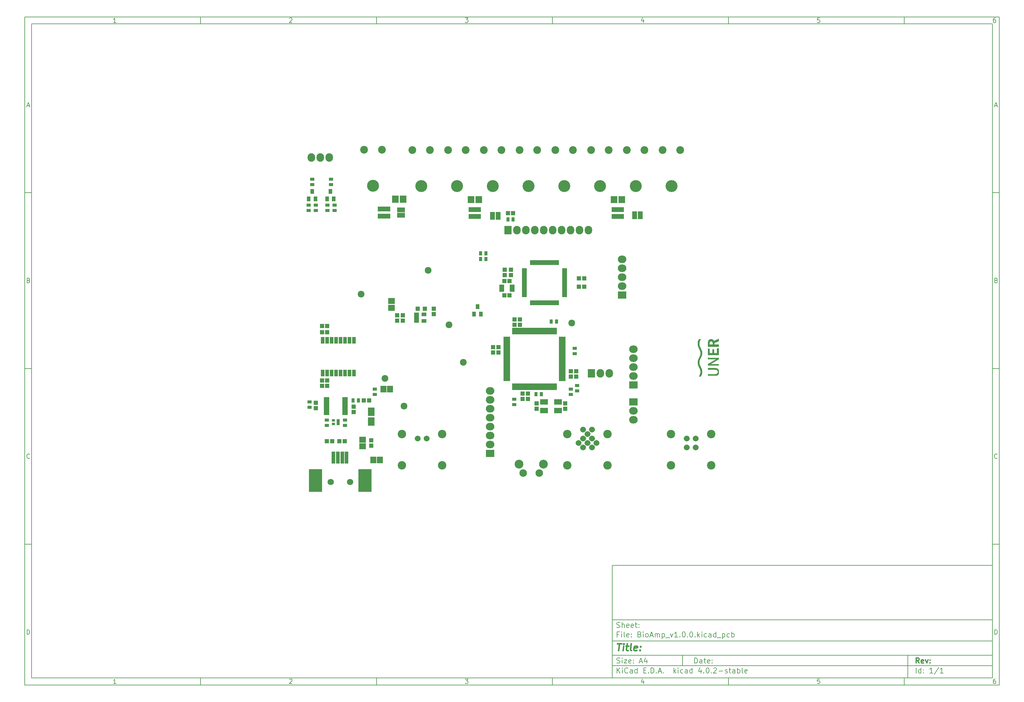
<source format=gbr>
G04 #@! TF.FileFunction,Soldermask,Top*
%FSLAX46Y46*%
G04 Gerber Fmt 4.6, Leading zero omitted, Abs format (unit mm)*
G04 Created by KiCad (PCBNEW 4.0.2-stable) date 18/05/2017 14:25:04*
%MOMM*%
G01*
G04 APERTURE LIST*
%ADD10C,0.100000*%
%ADD11C,0.150000*%
%ADD12C,0.300000*%
%ADD13C,0.400000*%
%ADD14C,0.010000*%
%ADD15R,1.100000X3.400000*%
%ADD16R,3.800000X6.440000*%
%ADD17C,1.800000*%
%ADD18R,1.200000X1.150000*%
%ADD19R,1.400000X2.000000*%
%ADD20R,1.150000X1.200000*%
%ADD21R,0.900000X1.300000*%
%ADD22O,2.127200X2.432000*%
%ADD23R,1.197560X1.197560*%
%ADD24R,1.700000X1.900000*%
%ADD25R,1.900000X1.700000*%
%ADD26R,1.200000X1.200000*%
%ADD27R,2.432000X2.127200*%
%ADD28O,2.432000X2.127200*%
%ADD29R,2.127200X2.432000*%
%ADD30R,1.300000X0.900000*%
%ADD31R,2.200000X1.600000*%
%ADD32R,0.900000X1.400000*%
%ADD33R,1.100000X1.400000*%
%ADD34C,2.500000*%
%ADD35C,2.150000*%
%ADD36R,1.901140X2.350720*%
%ADD37R,0.999440X1.400760*%
%ADD38R,1.900000X0.750000*%
%ADD39C,1.924000*%
%ADD40C,2.200000*%
%ADD41C,3.400000*%
%ADD42R,0.680000X1.900000*%
%ADD43R,1.900000X0.680000*%
%ADD44R,1.000000X1.900000*%
%ADD45R,1.600000X0.800000*%
%ADD46R,0.650000X1.400000*%
%ADD47R,1.400000X0.650000*%
%ADD48R,1.400760X0.999440*%
%ADD49R,0.850000X0.700000*%
%ADD50C,1.670000*%
%ADD51C,2.400000*%
G04 APERTURE END LIST*
D10*
D11*
X177002200Y-166007200D02*
X177002200Y-198007200D01*
X285002200Y-198007200D01*
X285002200Y-166007200D01*
X177002200Y-166007200D01*
D10*
D11*
X10000000Y-10000000D02*
X10000000Y-200007200D01*
X287002200Y-200007200D01*
X287002200Y-10000000D01*
X10000000Y-10000000D01*
D10*
D11*
X12000000Y-12000000D02*
X12000000Y-198007200D01*
X285002200Y-198007200D01*
X285002200Y-12000000D01*
X12000000Y-12000000D01*
D10*
D11*
X60000000Y-12000000D02*
X60000000Y-10000000D01*
D10*
D11*
X110000000Y-12000000D02*
X110000000Y-10000000D01*
D10*
D11*
X160000000Y-12000000D02*
X160000000Y-10000000D01*
D10*
D11*
X210000000Y-12000000D02*
X210000000Y-10000000D01*
D10*
D11*
X260000000Y-12000000D02*
X260000000Y-10000000D01*
D10*
D11*
X35990476Y-11588095D02*
X35247619Y-11588095D01*
X35619048Y-11588095D02*
X35619048Y-10288095D01*
X35495238Y-10473810D01*
X35371429Y-10597619D01*
X35247619Y-10659524D01*
D10*
D11*
X85247619Y-10411905D02*
X85309524Y-10350000D01*
X85433333Y-10288095D01*
X85742857Y-10288095D01*
X85866667Y-10350000D01*
X85928571Y-10411905D01*
X85990476Y-10535714D01*
X85990476Y-10659524D01*
X85928571Y-10845238D01*
X85185714Y-11588095D01*
X85990476Y-11588095D01*
D10*
D11*
X135185714Y-10288095D02*
X135990476Y-10288095D01*
X135557143Y-10783333D01*
X135742857Y-10783333D01*
X135866667Y-10845238D01*
X135928571Y-10907143D01*
X135990476Y-11030952D01*
X135990476Y-11340476D01*
X135928571Y-11464286D01*
X135866667Y-11526190D01*
X135742857Y-11588095D01*
X135371429Y-11588095D01*
X135247619Y-11526190D01*
X135185714Y-11464286D01*
D10*
D11*
X185866667Y-10721429D02*
X185866667Y-11588095D01*
X185557143Y-10226190D02*
X185247619Y-11154762D01*
X186052381Y-11154762D01*
D10*
D11*
X235928571Y-10288095D02*
X235309524Y-10288095D01*
X235247619Y-10907143D01*
X235309524Y-10845238D01*
X235433333Y-10783333D01*
X235742857Y-10783333D01*
X235866667Y-10845238D01*
X235928571Y-10907143D01*
X235990476Y-11030952D01*
X235990476Y-11340476D01*
X235928571Y-11464286D01*
X235866667Y-11526190D01*
X235742857Y-11588095D01*
X235433333Y-11588095D01*
X235309524Y-11526190D01*
X235247619Y-11464286D01*
D10*
D11*
X285866667Y-10288095D02*
X285619048Y-10288095D01*
X285495238Y-10350000D01*
X285433333Y-10411905D01*
X285309524Y-10597619D01*
X285247619Y-10845238D01*
X285247619Y-11340476D01*
X285309524Y-11464286D01*
X285371429Y-11526190D01*
X285495238Y-11588095D01*
X285742857Y-11588095D01*
X285866667Y-11526190D01*
X285928571Y-11464286D01*
X285990476Y-11340476D01*
X285990476Y-11030952D01*
X285928571Y-10907143D01*
X285866667Y-10845238D01*
X285742857Y-10783333D01*
X285495238Y-10783333D01*
X285371429Y-10845238D01*
X285309524Y-10907143D01*
X285247619Y-11030952D01*
D10*
D11*
X60000000Y-198007200D02*
X60000000Y-200007200D01*
D10*
D11*
X110000000Y-198007200D02*
X110000000Y-200007200D01*
D10*
D11*
X160000000Y-198007200D02*
X160000000Y-200007200D01*
D10*
D11*
X210000000Y-198007200D02*
X210000000Y-200007200D01*
D10*
D11*
X260000000Y-198007200D02*
X260000000Y-200007200D01*
D10*
D11*
X35990476Y-199595295D02*
X35247619Y-199595295D01*
X35619048Y-199595295D02*
X35619048Y-198295295D01*
X35495238Y-198481010D01*
X35371429Y-198604819D01*
X35247619Y-198666724D01*
D10*
D11*
X85247619Y-198419105D02*
X85309524Y-198357200D01*
X85433333Y-198295295D01*
X85742857Y-198295295D01*
X85866667Y-198357200D01*
X85928571Y-198419105D01*
X85990476Y-198542914D01*
X85990476Y-198666724D01*
X85928571Y-198852438D01*
X85185714Y-199595295D01*
X85990476Y-199595295D01*
D10*
D11*
X135185714Y-198295295D02*
X135990476Y-198295295D01*
X135557143Y-198790533D01*
X135742857Y-198790533D01*
X135866667Y-198852438D01*
X135928571Y-198914343D01*
X135990476Y-199038152D01*
X135990476Y-199347676D01*
X135928571Y-199471486D01*
X135866667Y-199533390D01*
X135742857Y-199595295D01*
X135371429Y-199595295D01*
X135247619Y-199533390D01*
X135185714Y-199471486D01*
D10*
D11*
X185866667Y-198728629D02*
X185866667Y-199595295D01*
X185557143Y-198233390D02*
X185247619Y-199161962D01*
X186052381Y-199161962D01*
D10*
D11*
X235928571Y-198295295D02*
X235309524Y-198295295D01*
X235247619Y-198914343D01*
X235309524Y-198852438D01*
X235433333Y-198790533D01*
X235742857Y-198790533D01*
X235866667Y-198852438D01*
X235928571Y-198914343D01*
X235990476Y-199038152D01*
X235990476Y-199347676D01*
X235928571Y-199471486D01*
X235866667Y-199533390D01*
X235742857Y-199595295D01*
X235433333Y-199595295D01*
X235309524Y-199533390D01*
X235247619Y-199471486D01*
D10*
D11*
X285866667Y-198295295D02*
X285619048Y-198295295D01*
X285495238Y-198357200D01*
X285433333Y-198419105D01*
X285309524Y-198604819D01*
X285247619Y-198852438D01*
X285247619Y-199347676D01*
X285309524Y-199471486D01*
X285371429Y-199533390D01*
X285495238Y-199595295D01*
X285742857Y-199595295D01*
X285866667Y-199533390D01*
X285928571Y-199471486D01*
X285990476Y-199347676D01*
X285990476Y-199038152D01*
X285928571Y-198914343D01*
X285866667Y-198852438D01*
X285742857Y-198790533D01*
X285495238Y-198790533D01*
X285371429Y-198852438D01*
X285309524Y-198914343D01*
X285247619Y-199038152D01*
D10*
D11*
X10000000Y-60000000D02*
X12000000Y-60000000D01*
D10*
D11*
X10000000Y-110000000D02*
X12000000Y-110000000D01*
D10*
D11*
X10000000Y-160000000D02*
X12000000Y-160000000D01*
D10*
D11*
X10690476Y-35216667D02*
X11309524Y-35216667D01*
X10566667Y-35588095D02*
X11000000Y-34288095D01*
X11433333Y-35588095D01*
D10*
D11*
X11092857Y-84907143D02*
X11278571Y-84969048D01*
X11340476Y-85030952D01*
X11402381Y-85154762D01*
X11402381Y-85340476D01*
X11340476Y-85464286D01*
X11278571Y-85526190D01*
X11154762Y-85588095D01*
X10659524Y-85588095D01*
X10659524Y-84288095D01*
X11092857Y-84288095D01*
X11216667Y-84350000D01*
X11278571Y-84411905D01*
X11340476Y-84535714D01*
X11340476Y-84659524D01*
X11278571Y-84783333D01*
X11216667Y-84845238D01*
X11092857Y-84907143D01*
X10659524Y-84907143D01*
D10*
D11*
X11402381Y-135464286D02*
X11340476Y-135526190D01*
X11154762Y-135588095D01*
X11030952Y-135588095D01*
X10845238Y-135526190D01*
X10721429Y-135402381D01*
X10659524Y-135278571D01*
X10597619Y-135030952D01*
X10597619Y-134845238D01*
X10659524Y-134597619D01*
X10721429Y-134473810D01*
X10845238Y-134350000D01*
X11030952Y-134288095D01*
X11154762Y-134288095D01*
X11340476Y-134350000D01*
X11402381Y-134411905D01*
D10*
D11*
X10659524Y-185588095D02*
X10659524Y-184288095D01*
X10969048Y-184288095D01*
X11154762Y-184350000D01*
X11278571Y-184473810D01*
X11340476Y-184597619D01*
X11402381Y-184845238D01*
X11402381Y-185030952D01*
X11340476Y-185278571D01*
X11278571Y-185402381D01*
X11154762Y-185526190D01*
X10969048Y-185588095D01*
X10659524Y-185588095D01*
D10*
D11*
X287002200Y-60000000D02*
X285002200Y-60000000D01*
D10*
D11*
X287002200Y-110000000D02*
X285002200Y-110000000D01*
D10*
D11*
X287002200Y-160000000D02*
X285002200Y-160000000D01*
D10*
D11*
X285692676Y-35216667D02*
X286311724Y-35216667D01*
X285568867Y-35588095D02*
X286002200Y-34288095D01*
X286435533Y-35588095D01*
D10*
D11*
X286095057Y-84907143D02*
X286280771Y-84969048D01*
X286342676Y-85030952D01*
X286404581Y-85154762D01*
X286404581Y-85340476D01*
X286342676Y-85464286D01*
X286280771Y-85526190D01*
X286156962Y-85588095D01*
X285661724Y-85588095D01*
X285661724Y-84288095D01*
X286095057Y-84288095D01*
X286218867Y-84350000D01*
X286280771Y-84411905D01*
X286342676Y-84535714D01*
X286342676Y-84659524D01*
X286280771Y-84783333D01*
X286218867Y-84845238D01*
X286095057Y-84907143D01*
X285661724Y-84907143D01*
D10*
D11*
X286404581Y-135464286D02*
X286342676Y-135526190D01*
X286156962Y-135588095D01*
X286033152Y-135588095D01*
X285847438Y-135526190D01*
X285723629Y-135402381D01*
X285661724Y-135278571D01*
X285599819Y-135030952D01*
X285599819Y-134845238D01*
X285661724Y-134597619D01*
X285723629Y-134473810D01*
X285847438Y-134350000D01*
X286033152Y-134288095D01*
X286156962Y-134288095D01*
X286342676Y-134350000D01*
X286404581Y-134411905D01*
D10*
D11*
X285661724Y-185588095D02*
X285661724Y-184288095D01*
X285971248Y-184288095D01*
X286156962Y-184350000D01*
X286280771Y-184473810D01*
X286342676Y-184597619D01*
X286404581Y-184845238D01*
X286404581Y-185030952D01*
X286342676Y-185278571D01*
X286280771Y-185402381D01*
X286156962Y-185526190D01*
X285971248Y-185588095D01*
X285661724Y-185588095D01*
D10*
D11*
X200359343Y-193785771D02*
X200359343Y-192285771D01*
X200716486Y-192285771D01*
X200930771Y-192357200D01*
X201073629Y-192500057D01*
X201145057Y-192642914D01*
X201216486Y-192928629D01*
X201216486Y-193142914D01*
X201145057Y-193428629D01*
X201073629Y-193571486D01*
X200930771Y-193714343D01*
X200716486Y-193785771D01*
X200359343Y-193785771D01*
X202502200Y-193785771D02*
X202502200Y-193000057D01*
X202430771Y-192857200D01*
X202287914Y-192785771D01*
X202002200Y-192785771D01*
X201859343Y-192857200D01*
X202502200Y-193714343D02*
X202359343Y-193785771D01*
X202002200Y-193785771D01*
X201859343Y-193714343D01*
X201787914Y-193571486D01*
X201787914Y-193428629D01*
X201859343Y-193285771D01*
X202002200Y-193214343D01*
X202359343Y-193214343D01*
X202502200Y-193142914D01*
X203002200Y-192785771D02*
X203573629Y-192785771D01*
X203216486Y-192285771D02*
X203216486Y-193571486D01*
X203287914Y-193714343D01*
X203430772Y-193785771D01*
X203573629Y-193785771D01*
X204645057Y-193714343D02*
X204502200Y-193785771D01*
X204216486Y-193785771D01*
X204073629Y-193714343D01*
X204002200Y-193571486D01*
X204002200Y-193000057D01*
X204073629Y-192857200D01*
X204216486Y-192785771D01*
X204502200Y-192785771D01*
X204645057Y-192857200D01*
X204716486Y-193000057D01*
X204716486Y-193142914D01*
X204002200Y-193285771D01*
X205359343Y-193642914D02*
X205430771Y-193714343D01*
X205359343Y-193785771D01*
X205287914Y-193714343D01*
X205359343Y-193642914D01*
X205359343Y-193785771D01*
X205359343Y-192857200D02*
X205430771Y-192928629D01*
X205359343Y-193000057D01*
X205287914Y-192928629D01*
X205359343Y-192857200D01*
X205359343Y-193000057D01*
D10*
D11*
X177002200Y-194507200D02*
X285002200Y-194507200D01*
D10*
D11*
X178359343Y-196585771D02*
X178359343Y-195085771D01*
X179216486Y-196585771D02*
X178573629Y-195728629D01*
X179216486Y-195085771D02*
X178359343Y-195942914D01*
X179859343Y-196585771D02*
X179859343Y-195585771D01*
X179859343Y-195085771D02*
X179787914Y-195157200D01*
X179859343Y-195228629D01*
X179930771Y-195157200D01*
X179859343Y-195085771D01*
X179859343Y-195228629D01*
X181430772Y-196442914D02*
X181359343Y-196514343D01*
X181145057Y-196585771D01*
X181002200Y-196585771D01*
X180787915Y-196514343D01*
X180645057Y-196371486D01*
X180573629Y-196228629D01*
X180502200Y-195942914D01*
X180502200Y-195728629D01*
X180573629Y-195442914D01*
X180645057Y-195300057D01*
X180787915Y-195157200D01*
X181002200Y-195085771D01*
X181145057Y-195085771D01*
X181359343Y-195157200D01*
X181430772Y-195228629D01*
X182716486Y-196585771D02*
X182716486Y-195800057D01*
X182645057Y-195657200D01*
X182502200Y-195585771D01*
X182216486Y-195585771D01*
X182073629Y-195657200D01*
X182716486Y-196514343D02*
X182573629Y-196585771D01*
X182216486Y-196585771D01*
X182073629Y-196514343D01*
X182002200Y-196371486D01*
X182002200Y-196228629D01*
X182073629Y-196085771D01*
X182216486Y-196014343D01*
X182573629Y-196014343D01*
X182716486Y-195942914D01*
X184073629Y-196585771D02*
X184073629Y-195085771D01*
X184073629Y-196514343D02*
X183930772Y-196585771D01*
X183645058Y-196585771D01*
X183502200Y-196514343D01*
X183430772Y-196442914D01*
X183359343Y-196300057D01*
X183359343Y-195871486D01*
X183430772Y-195728629D01*
X183502200Y-195657200D01*
X183645058Y-195585771D01*
X183930772Y-195585771D01*
X184073629Y-195657200D01*
X185930772Y-195800057D02*
X186430772Y-195800057D01*
X186645058Y-196585771D02*
X185930772Y-196585771D01*
X185930772Y-195085771D01*
X186645058Y-195085771D01*
X187287915Y-196442914D02*
X187359343Y-196514343D01*
X187287915Y-196585771D01*
X187216486Y-196514343D01*
X187287915Y-196442914D01*
X187287915Y-196585771D01*
X188002201Y-196585771D02*
X188002201Y-195085771D01*
X188359344Y-195085771D01*
X188573629Y-195157200D01*
X188716487Y-195300057D01*
X188787915Y-195442914D01*
X188859344Y-195728629D01*
X188859344Y-195942914D01*
X188787915Y-196228629D01*
X188716487Y-196371486D01*
X188573629Y-196514343D01*
X188359344Y-196585771D01*
X188002201Y-196585771D01*
X189502201Y-196442914D02*
X189573629Y-196514343D01*
X189502201Y-196585771D01*
X189430772Y-196514343D01*
X189502201Y-196442914D01*
X189502201Y-196585771D01*
X190145058Y-196157200D02*
X190859344Y-196157200D01*
X190002201Y-196585771D02*
X190502201Y-195085771D01*
X191002201Y-196585771D01*
X191502201Y-196442914D02*
X191573629Y-196514343D01*
X191502201Y-196585771D01*
X191430772Y-196514343D01*
X191502201Y-196442914D01*
X191502201Y-196585771D01*
X194502201Y-196585771D02*
X194502201Y-195085771D01*
X194645058Y-196014343D02*
X195073629Y-196585771D01*
X195073629Y-195585771D02*
X194502201Y-196157200D01*
X195716487Y-196585771D02*
X195716487Y-195585771D01*
X195716487Y-195085771D02*
X195645058Y-195157200D01*
X195716487Y-195228629D01*
X195787915Y-195157200D01*
X195716487Y-195085771D01*
X195716487Y-195228629D01*
X197073630Y-196514343D02*
X196930773Y-196585771D01*
X196645059Y-196585771D01*
X196502201Y-196514343D01*
X196430773Y-196442914D01*
X196359344Y-196300057D01*
X196359344Y-195871486D01*
X196430773Y-195728629D01*
X196502201Y-195657200D01*
X196645059Y-195585771D01*
X196930773Y-195585771D01*
X197073630Y-195657200D01*
X198359344Y-196585771D02*
X198359344Y-195800057D01*
X198287915Y-195657200D01*
X198145058Y-195585771D01*
X197859344Y-195585771D01*
X197716487Y-195657200D01*
X198359344Y-196514343D02*
X198216487Y-196585771D01*
X197859344Y-196585771D01*
X197716487Y-196514343D01*
X197645058Y-196371486D01*
X197645058Y-196228629D01*
X197716487Y-196085771D01*
X197859344Y-196014343D01*
X198216487Y-196014343D01*
X198359344Y-195942914D01*
X199716487Y-196585771D02*
X199716487Y-195085771D01*
X199716487Y-196514343D02*
X199573630Y-196585771D01*
X199287916Y-196585771D01*
X199145058Y-196514343D01*
X199073630Y-196442914D01*
X199002201Y-196300057D01*
X199002201Y-195871486D01*
X199073630Y-195728629D01*
X199145058Y-195657200D01*
X199287916Y-195585771D01*
X199573630Y-195585771D01*
X199716487Y-195657200D01*
X202216487Y-195585771D02*
X202216487Y-196585771D01*
X201859344Y-195014343D02*
X201502201Y-196085771D01*
X202430773Y-196085771D01*
X203002201Y-196442914D02*
X203073629Y-196514343D01*
X203002201Y-196585771D01*
X202930772Y-196514343D01*
X203002201Y-196442914D01*
X203002201Y-196585771D01*
X204002201Y-195085771D02*
X204145058Y-195085771D01*
X204287915Y-195157200D01*
X204359344Y-195228629D01*
X204430773Y-195371486D01*
X204502201Y-195657200D01*
X204502201Y-196014343D01*
X204430773Y-196300057D01*
X204359344Y-196442914D01*
X204287915Y-196514343D01*
X204145058Y-196585771D01*
X204002201Y-196585771D01*
X203859344Y-196514343D01*
X203787915Y-196442914D01*
X203716487Y-196300057D01*
X203645058Y-196014343D01*
X203645058Y-195657200D01*
X203716487Y-195371486D01*
X203787915Y-195228629D01*
X203859344Y-195157200D01*
X204002201Y-195085771D01*
X205145058Y-196442914D02*
X205216486Y-196514343D01*
X205145058Y-196585771D01*
X205073629Y-196514343D01*
X205145058Y-196442914D01*
X205145058Y-196585771D01*
X205787915Y-195228629D02*
X205859344Y-195157200D01*
X206002201Y-195085771D01*
X206359344Y-195085771D01*
X206502201Y-195157200D01*
X206573630Y-195228629D01*
X206645058Y-195371486D01*
X206645058Y-195514343D01*
X206573630Y-195728629D01*
X205716487Y-196585771D01*
X206645058Y-196585771D01*
X207287915Y-196014343D02*
X208430772Y-196014343D01*
X209073629Y-196514343D02*
X209216486Y-196585771D01*
X209502201Y-196585771D01*
X209645058Y-196514343D01*
X209716486Y-196371486D01*
X209716486Y-196300057D01*
X209645058Y-196157200D01*
X209502201Y-196085771D01*
X209287915Y-196085771D01*
X209145058Y-196014343D01*
X209073629Y-195871486D01*
X209073629Y-195800057D01*
X209145058Y-195657200D01*
X209287915Y-195585771D01*
X209502201Y-195585771D01*
X209645058Y-195657200D01*
X210145058Y-195585771D02*
X210716487Y-195585771D01*
X210359344Y-195085771D02*
X210359344Y-196371486D01*
X210430772Y-196514343D01*
X210573630Y-196585771D01*
X210716487Y-196585771D01*
X211859344Y-196585771D02*
X211859344Y-195800057D01*
X211787915Y-195657200D01*
X211645058Y-195585771D01*
X211359344Y-195585771D01*
X211216487Y-195657200D01*
X211859344Y-196514343D02*
X211716487Y-196585771D01*
X211359344Y-196585771D01*
X211216487Y-196514343D01*
X211145058Y-196371486D01*
X211145058Y-196228629D01*
X211216487Y-196085771D01*
X211359344Y-196014343D01*
X211716487Y-196014343D01*
X211859344Y-195942914D01*
X212573630Y-196585771D02*
X212573630Y-195085771D01*
X212573630Y-195657200D02*
X212716487Y-195585771D01*
X213002201Y-195585771D01*
X213145058Y-195657200D01*
X213216487Y-195728629D01*
X213287916Y-195871486D01*
X213287916Y-196300057D01*
X213216487Y-196442914D01*
X213145058Y-196514343D01*
X213002201Y-196585771D01*
X212716487Y-196585771D01*
X212573630Y-196514343D01*
X214145059Y-196585771D02*
X214002201Y-196514343D01*
X213930773Y-196371486D01*
X213930773Y-195085771D01*
X215287915Y-196514343D02*
X215145058Y-196585771D01*
X214859344Y-196585771D01*
X214716487Y-196514343D01*
X214645058Y-196371486D01*
X214645058Y-195800057D01*
X214716487Y-195657200D01*
X214859344Y-195585771D01*
X215145058Y-195585771D01*
X215287915Y-195657200D01*
X215359344Y-195800057D01*
X215359344Y-195942914D01*
X214645058Y-196085771D01*
D10*
D11*
X177002200Y-191507200D02*
X285002200Y-191507200D01*
D10*
D12*
X264216486Y-193785771D02*
X263716486Y-193071486D01*
X263359343Y-193785771D02*
X263359343Y-192285771D01*
X263930771Y-192285771D01*
X264073629Y-192357200D01*
X264145057Y-192428629D01*
X264216486Y-192571486D01*
X264216486Y-192785771D01*
X264145057Y-192928629D01*
X264073629Y-193000057D01*
X263930771Y-193071486D01*
X263359343Y-193071486D01*
X265430771Y-193714343D02*
X265287914Y-193785771D01*
X265002200Y-193785771D01*
X264859343Y-193714343D01*
X264787914Y-193571486D01*
X264787914Y-193000057D01*
X264859343Y-192857200D01*
X265002200Y-192785771D01*
X265287914Y-192785771D01*
X265430771Y-192857200D01*
X265502200Y-193000057D01*
X265502200Y-193142914D01*
X264787914Y-193285771D01*
X266002200Y-192785771D02*
X266359343Y-193785771D01*
X266716485Y-192785771D01*
X267287914Y-193642914D02*
X267359342Y-193714343D01*
X267287914Y-193785771D01*
X267216485Y-193714343D01*
X267287914Y-193642914D01*
X267287914Y-193785771D01*
X267287914Y-192857200D02*
X267359342Y-192928629D01*
X267287914Y-193000057D01*
X267216485Y-192928629D01*
X267287914Y-192857200D01*
X267287914Y-193000057D01*
D10*
D11*
X178287914Y-193714343D02*
X178502200Y-193785771D01*
X178859343Y-193785771D01*
X179002200Y-193714343D01*
X179073629Y-193642914D01*
X179145057Y-193500057D01*
X179145057Y-193357200D01*
X179073629Y-193214343D01*
X179002200Y-193142914D01*
X178859343Y-193071486D01*
X178573629Y-193000057D01*
X178430771Y-192928629D01*
X178359343Y-192857200D01*
X178287914Y-192714343D01*
X178287914Y-192571486D01*
X178359343Y-192428629D01*
X178430771Y-192357200D01*
X178573629Y-192285771D01*
X178930771Y-192285771D01*
X179145057Y-192357200D01*
X179787914Y-193785771D02*
X179787914Y-192785771D01*
X179787914Y-192285771D02*
X179716485Y-192357200D01*
X179787914Y-192428629D01*
X179859342Y-192357200D01*
X179787914Y-192285771D01*
X179787914Y-192428629D01*
X180359343Y-192785771D02*
X181145057Y-192785771D01*
X180359343Y-193785771D01*
X181145057Y-193785771D01*
X182287914Y-193714343D02*
X182145057Y-193785771D01*
X181859343Y-193785771D01*
X181716486Y-193714343D01*
X181645057Y-193571486D01*
X181645057Y-193000057D01*
X181716486Y-192857200D01*
X181859343Y-192785771D01*
X182145057Y-192785771D01*
X182287914Y-192857200D01*
X182359343Y-193000057D01*
X182359343Y-193142914D01*
X181645057Y-193285771D01*
X183002200Y-193642914D02*
X183073628Y-193714343D01*
X183002200Y-193785771D01*
X182930771Y-193714343D01*
X183002200Y-193642914D01*
X183002200Y-193785771D01*
X183002200Y-192857200D02*
X183073628Y-192928629D01*
X183002200Y-193000057D01*
X182930771Y-192928629D01*
X183002200Y-192857200D01*
X183002200Y-193000057D01*
X184787914Y-193357200D02*
X185502200Y-193357200D01*
X184645057Y-193785771D02*
X185145057Y-192285771D01*
X185645057Y-193785771D01*
X186787914Y-192785771D02*
X186787914Y-193785771D01*
X186430771Y-192214343D02*
X186073628Y-193285771D01*
X187002200Y-193285771D01*
D10*
D11*
X263359343Y-196585771D02*
X263359343Y-195085771D01*
X264716486Y-196585771D02*
X264716486Y-195085771D01*
X264716486Y-196514343D02*
X264573629Y-196585771D01*
X264287915Y-196585771D01*
X264145057Y-196514343D01*
X264073629Y-196442914D01*
X264002200Y-196300057D01*
X264002200Y-195871486D01*
X264073629Y-195728629D01*
X264145057Y-195657200D01*
X264287915Y-195585771D01*
X264573629Y-195585771D01*
X264716486Y-195657200D01*
X265430772Y-196442914D02*
X265502200Y-196514343D01*
X265430772Y-196585771D01*
X265359343Y-196514343D01*
X265430772Y-196442914D01*
X265430772Y-196585771D01*
X265430772Y-195657200D02*
X265502200Y-195728629D01*
X265430772Y-195800057D01*
X265359343Y-195728629D01*
X265430772Y-195657200D01*
X265430772Y-195800057D01*
X268073629Y-196585771D02*
X267216486Y-196585771D01*
X267645058Y-196585771D02*
X267645058Y-195085771D01*
X267502201Y-195300057D01*
X267359343Y-195442914D01*
X267216486Y-195514343D01*
X269787914Y-195014343D02*
X268502200Y-196942914D01*
X271073629Y-196585771D02*
X270216486Y-196585771D01*
X270645058Y-196585771D02*
X270645058Y-195085771D01*
X270502201Y-195300057D01*
X270359343Y-195442914D01*
X270216486Y-195514343D01*
D10*
D11*
X177002200Y-187507200D02*
X285002200Y-187507200D01*
D10*
D13*
X178454581Y-188211962D02*
X179597438Y-188211962D01*
X178776010Y-190211962D02*
X179026010Y-188211962D01*
X180014105Y-190211962D02*
X180180771Y-188878629D01*
X180264105Y-188211962D02*
X180156962Y-188307200D01*
X180240295Y-188402438D01*
X180347439Y-188307200D01*
X180264105Y-188211962D01*
X180240295Y-188402438D01*
X180847438Y-188878629D02*
X181609343Y-188878629D01*
X181216486Y-188211962D02*
X181002200Y-189926248D01*
X181073630Y-190116724D01*
X181252201Y-190211962D01*
X181442677Y-190211962D01*
X182395058Y-190211962D02*
X182216487Y-190116724D01*
X182145057Y-189926248D01*
X182359343Y-188211962D01*
X183930772Y-190116724D02*
X183728391Y-190211962D01*
X183347439Y-190211962D01*
X183168867Y-190116724D01*
X183097438Y-189926248D01*
X183192676Y-189164343D01*
X183311724Y-188973867D01*
X183514105Y-188878629D01*
X183895057Y-188878629D01*
X184073629Y-188973867D01*
X184145057Y-189164343D01*
X184121248Y-189354819D01*
X183145057Y-189545295D01*
X184895057Y-190021486D02*
X184978392Y-190116724D01*
X184871248Y-190211962D01*
X184787915Y-190116724D01*
X184895057Y-190021486D01*
X184871248Y-190211962D01*
X185026010Y-188973867D02*
X185109344Y-189069105D01*
X185002200Y-189164343D01*
X184918867Y-189069105D01*
X185026010Y-188973867D01*
X185002200Y-189164343D01*
D10*
D11*
X178859343Y-185600057D02*
X178359343Y-185600057D01*
X178359343Y-186385771D02*
X178359343Y-184885771D01*
X179073629Y-184885771D01*
X179645057Y-186385771D02*
X179645057Y-185385771D01*
X179645057Y-184885771D02*
X179573628Y-184957200D01*
X179645057Y-185028629D01*
X179716485Y-184957200D01*
X179645057Y-184885771D01*
X179645057Y-185028629D01*
X180573629Y-186385771D02*
X180430771Y-186314343D01*
X180359343Y-186171486D01*
X180359343Y-184885771D01*
X181716485Y-186314343D02*
X181573628Y-186385771D01*
X181287914Y-186385771D01*
X181145057Y-186314343D01*
X181073628Y-186171486D01*
X181073628Y-185600057D01*
X181145057Y-185457200D01*
X181287914Y-185385771D01*
X181573628Y-185385771D01*
X181716485Y-185457200D01*
X181787914Y-185600057D01*
X181787914Y-185742914D01*
X181073628Y-185885771D01*
X182430771Y-186242914D02*
X182502199Y-186314343D01*
X182430771Y-186385771D01*
X182359342Y-186314343D01*
X182430771Y-186242914D01*
X182430771Y-186385771D01*
X182430771Y-185457200D02*
X182502199Y-185528629D01*
X182430771Y-185600057D01*
X182359342Y-185528629D01*
X182430771Y-185457200D01*
X182430771Y-185600057D01*
X184787914Y-185600057D02*
X185002200Y-185671486D01*
X185073628Y-185742914D01*
X185145057Y-185885771D01*
X185145057Y-186100057D01*
X185073628Y-186242914D01*
X185002200Y-186314343D01*
X184859342Y-186385771D01*
X184287914Y-186385771D01*
X184287914Y-184885771D01*
X184787914Y-184885771D01*
X184930771Y-184957200D01*
X185002200Y-185028629D01*
X185073628Y-185171486D01*
X185073628Y-185314343D01*
X185002200Y-185457200D01*
X184930771Y-185528629D01*
X184787914Y-185600057D01*
X184287914Y-185600057D01*
X185787914Y-186385771D02*
X185787914Y-185385771D01*
X185787914Y-184885771D02*
X185716485Y-184957200D01*
X185787914Y-185028629D01*
X185859342Y-184957200D01*
X185787914Y-184885771D01*
X185787914Y-185028629D01*
X186716486Y-186385771D02*
X186573628Y-186314343D01*
X186502200Y-186242914D01*
X186430771Y-186100057D01*
X186430771Y-185671486D01*
X186502200Y-185528629D01*
X186573628Y-185457200D01*
X186716486Y-185385771D01*
X186930771Y-185385771D01*
X187073628Y-185457200D01*
X187145057Y-185528629D01*
X187216486Y-185671486D01*
X187216486Y-186100057D01*
X187145057Y-186242914D01*
X187073628Y-186314343D01*
X186930771Y-186385771D01*
X186716486Y-186385771D01*
X187787914Y-185957200D02*
X188502200Y-185957200D01*
X187645057Y-186385771D02*
X188145057Y-184885771D01*
X188645057Y-186385771D01*
X189145057Y-186385771D02*
X189145057Y-185385771D01*
X189145057Y-185528629D02*
X189216485Y-185457200D01*
X189359343Y-185385771D01*
X189573628Y-185385771D01*
X189716485Y-185457200D01*
X189787914Y-185600057D01*
X189787914Y-186385771D01*
X189787914Y-185600057D02*
X189859343Y-185457200D01*
X190002200Y-185385771D01*
X190216485Y-185385771D01*
X190359343Y-185457200D01*
X190430771Y-185600057D01*
X190430771Y-186385771D01*
X191145057Y-185385771D02*
X191145057Y-186885771D01*
X191145057Y-185457200D02*
X191287914Y-185385771D01*
X191573628Y-185385771D01*
X191716485Y-185457200D01*
X191787914Y-185528629D01*
X191859343Y-185671486D01*
X191859343Y-186100057D01*
X191787914Y-186242914D01*
X191716485Y-186314343D01*
X191573628Y-186385771D01*
X191287914Y-186385771D01*
X191145057Y-186314343D01*
X192145057Y-186528629D02*
X193287914Y-186528629D01*
X193502200Y-185385771D02*
X193859343Y-186385771D01*
X194216485Y-185385771D01*
X195573628Y-186385771D02*
X194716485Y-186385771D01*
X195145057Y-186385771D02*
X195145057Y-184885771D01*
X195002200Y-185100057D01*
X194859342Y-185242914D01*
X194716485Y-185314343D01*
X196216485Y-186242914D02*
X196287913Y-186314343D01*
X196216485Y-186385771D01*
X196145056Y-186314343D01*
X196216485Y-186242914D01*
X196216485Y-186385771D01*
X197216485Y-184885771D02*
X197359342Y-184885771D01*
X197502199Y-184957200D01*
X197573628Y-185028629D01*
X197645057Y-185171486D01*
X197716485Y-185457200D01*
X197716485Y-185814343D01*
X197645057Y-186100057D01*
X197573628Y-186242914D01*
X197502199Y-186314343D01*
X197359342Y-186385771D01*
X197216485Y-186385771D01*
X197073628Y-186314343D01*
X197002199Y-186242914D01*
X196930771Y-186100057D01*
X196859342Y-185814343D01*
X196859342Y-185457200D01*
X196930771Y-185171486D01*
X197002199Y-185028629D01*
X197073628Y-184957200D01*
X197216485Y-184885771D01*
X198359342Y-186242914D02*
X198430770Y-186314343D01*
X198359342Y-186385771D01*
X198287913Y-186314343D01*
X198359342Y-186242914D01*
X198359342Y-186385771D01*
X199359342Y-184885771D02*
X199502199Y-184885771D01*
X199645056Y-184957200D01*
X199716485Y-185028629D01*
X199787914Y-185171486D01*
X199859342Y-185457200D01*
X199859342Y-185814343D01*
X199787914Y-186100057D01*
X199716485Y-186242914D01*
X199645056Y-186314343D01*
X199502199Y-186385771D01*
X199359342Y-186385771D01*
X199216485Y-186314343D01*
X199145056Y-186242914D01*
X199073628Y-186100057D01*
X199002199Y-185814343D01*
X199002199Y-185457200D01*
X199073628Y-185171486D01*
X199145056Y-185028629D01*
X199216485Y-184957200D01*
X199359342Y-184885771D01*
X200502199Y-186242914D02*
X200573627Y-186314343D01*
X200502199Y-186385771D01*
X200430770Y-186314343D01*
X200502199Y-186242914D01*
X200502199Y-186385771D01*
X201216485Y-186385771D02*
X201216485Y-184885771D01*
X201359342Y-185814343D02*
X201787913Y-186385771D01*
X201787913Y-185385771D02*
X201216485Y-185957200D01*
X202430771Y-186385771D02*
X202430771Y-185385771D01*
X202430771Y-184885771D02*
X202359342Y-184957200D01*
X202430771Y-185028629D01*
X202502199Y-184957200D01*
X202430771Y-184885771D01*
X202430771Y-185028629D01*
X203787914Y-186314343D02*
X203645057Y-186385771D01*
X203359343Y-186385771D01*
X203216485Y-186314343D01*
X203145057Y-186242914D01*
X203073628Y-186100057D01*
X203073628Y-185671486D01*
X203145057Y-185528629D01*
X203216485Y-185457200D01*
X203359343Y-185385771D01*
X203645057Y-185385771D01*
X203787914Y-185457200D01*
X205073628Y-186385771D02*
X205073628Y-185600057D01*
X205002199Y-185457200D01*
X204859342Y-185385771D01*
X204573628Y-185385771D01*
X204430771Y-185457200D01*
X205073628Y-186314343D02*
X204930771Y-186385771D01*
X204573628Y-186385771D01*
X204430771Y-186314343D01*
X204359342Y-186171486D01*
X204359342Y-186028629D01*
X204430771Y-185885771D01*
X204573628Y-185814343D01*
X204930771Y-185814343D01*
X205073628Y-185742914D01*
X206430771Y-186385771D02*
X206430771Y-184885771D01*
X206430771Y-186314343D02*
X206287914Y-186385771D01*
X206002200Y-186385771D01*
X205859342Y-186314343D01*
X205787914Y-186242914D01*
X205716485Y-186100057D01*
X205716485Y-185671486D01*
X205787914Y-185528629D01*
X205859342Y-185457200D01*
X206002200Y-185385771D01*
X206287914Y-185385771D01*
X206430771Y-185457200D01*
X206787914Y-186528629D02*
X207930771Y-186528629D01*
X208287914Y-185385771D02*
X208287914Y-186885771D01*
X208287914Y-185457200D02*
X208430771Y-185385771D01*
X208716485Y-185385771D01*
X208859342Y-185457200D01*
X208930771Y-185528629D01*
X209002200Y-185671486D01*
X209002200Y-186100057D01*
X208930771Y-186242914D01*
X208859342Y-186314343D01*
X208716485Y-186385771D01*
X208430771Y-186385771D01*
X208287914Y-186314343D01*
X210287914Y-186314343D02*
X210145057Y-186385771D01*
X209859343Y-186385771D01*
X209716485Y-186314343D01*
X209645057Y-186242914D01*
X209573628Y-186100057D01*
X209573628Y-185671486D01*
X209645057Y-185528629D01*
X209716485Y-185457200D01*
X209859343Y-185385771D01*
X210145057Y-185385771D01*
X210287914Y-185457200D01*
X210930771Y-186385771D02*
X210930771Y-184885771D01*
X210930771Y-185457200D02*
X211073628Y-185385771D01*
X211359342Y-185385771D01*
X211502199Y-185457200D01*
X211573628Y-185528629D01*
X211645057Y-185671486D01*
X211645057Y-186100057D01*
X211573628Y-186242914D01*
X211502199Y-186314343D01*
X211359342Y-186385771D01*
X211073628Y-186385771D01*
X210930771Y-186314343D01*
D10*
D11*
X177002200Y-181507200D02*
X285002200Y-181507200D01*
D10*
D11*
X178287914Y-183614343D02*
X178502200Y-183685771D01*
X178859343Y-183685771D01*
X179002200Y-183614343D01*
X179073629Y-183542914D01*
X179145057Y-183400057D01*
X179145057Y-183257200D01*
X179073629Y-183114343D01*
X179002200Y-183042914D01*
X178859343Y-182971486D01*
X178573629Y-182900057D01*
X178430771Y-182828629D01*
X178359343Y-182757200D01*
X178287914Y-182614343D01*
X178287914Y-182471486D01*
X178359343Y-182328629D01*
X178430771Y-182257200D01*
X178573629Y-182185771D01*
X178930771Y-182185771D01*
X179145057Y-182257200D01*
X179787914Y-183685771D02*
X179787914Y-182185771D01*
X180430771Y-183685771D02*
X180430771Y-182900057D01*
X180359342Y-182757200D01*
X180216485Y-182685771D01*
X180002200Y-182685771D01*
X179859342Y-182757200D01*
X179787914Y-182828629D01*
X181716485Y-183614343D02*
X181573628Y-183685771D01*
X181287914Y-183685771D01*
X181145057Y-183614343D01*
X181073628Y-183471486D01*
X181073628Y-182900057D01*
X181145057Y-182757200D01*
X181287914Y-182685771D01*
X181573628Y-182685771D01*
X181716485Y-182757200D01*
X181787914Y-182900057D01*
X181787914Y-183042914D01*
X181073628Y-183185771D01*
X183002199Y-183614343D02*
X182859342Y-183685771D01*
X182573628Y-183685771D01*
X182430771Y-183614343D01*
X182359342Y-183471486D01*
X182359342Y-182900057D01*
X182430771Y-182757200D01*
X182573628Y-182685771D01*
X182859342Y-182685771D01*
X183002199Y-182757200D01*
X183073628Y-182900057D01*
X183073628Y-183042914D01*
X182359342Y-183185771D01*
X183502199Y-182685771D02*
X184073628Y-182685771D01*
X183716485Y-182185771D02*
X183716485Y-183471486D01*
X183787913Y-183614343D01*
X183930771Y-183685771D01*
X184073628Y-183685771D01*
X184573628Y-183542914D02*
X184645056Y-183614343D01*
X184573628Y-183685771D01*
X184502199Y-183614343D01*
X184573628Y-183542914D01*
X184573628Y-183685771D01*
X184573628Y-182757200D02*
X184645056Y-182828629D01*
X184573628Y-182900057D01*
X184502199Y-182828629D01*
X184573628Y-182757200D01*
X184573628Y-182900057D01*
D10*
D11*
X197002200Y-191507200D02*
X197002200Y-194507200D01*
D10*
D11*
X261002200Y-191507200D02*
X261002200Y-198007200D01*
D14*
G36*
X204177089Y-110034017D02*
X204177140Y-110000118D01*
X204177310Y-109972090D01*
X204177667Y-109949308D01*
X204178282Y-109931142D01*
X204179224Y-109916966D01*
X204180562Y-109906152D01*
X204182366Y-109898073D01*
X204184705Y-109892102D01*
X204187648Y-109887611D01*
X204191265Y-109883972D01*
X204195626Y-109880558D01*
X204198787Y-109878240D01*
X204210491Y-109869623D01*
X205283303Y-109870071D01*
X205370574Y-109870115D01*
X205456136Y-109870171D01*
X205539706Y-109870240D01*
X205621000Y-109870320D01*
X205699734Y-109870411D01*
X205775625Y-109870512D01*
X205848390Y-109870623D01*
X205917744Y-109870742D01*
X205983405Y-109870870D01*
X206045088Y-109871006D01*
X206102511Y-109871148D01*
X206155389Y-109871296D01*
X206203440Y-109871450D01*
X206246379Y-109871609D01*
X206283923Y-109871772D01*
X206315789Y-109871939D01*
X206341692Y-109872109D01*
X206361350Y-109872280D01*
X206374479Y-109872454D01*
X206380795Y-109872628D01*
X206381058Y-109872647D01*
X206413184Y-109875745D01*
X206439889Y-109879187D01*
X206462882Y-109883244D01*
X206483868Y-109888192D01*
X206491879Y-109890423D01*
X206507345Y-109894617D01*
X206521625Y-109897987D01*
X206532334Y-109899987D01*
X206534835Y-109900265D01*
X206542868Y-109901772D01*
X206546716Y-109904332D01*
X206546772Y-109904674D01*
X206549940Y-109908201D01*
X206558557Y-109913565D01*
X206571356Y-109920222D01*
X206587068Y-109927630D01*
X206604427Y-109935244D01*
X206622164Y-109942521D01*
X206639012Y-109948917D01*
X206653702Y-109953888D01*
X206664968Y-109956891D01*
X206670032Y-109957531D01*
X206674558Y-109959233D01*
X206675040Y-109960501D01*
X206678153Y-109962538D01*
X206685715Y-109963465D01*
X206686393Y-109963470D01*
X206696128Y-109964286D01*
X206709371Y-109966392D01*
X206719355Y-109968460D01*
X206735649Y-109972178D01*
X206753264Y-109976133D01*
X206761866Y-109978037D01*
X206773923Y-109981267D01*
X206783449Y-109984868D01*
X206787446Y-109987301D01*
X206793324Y-109991315D01*
X206795937Y-109991977D01*
X206800163Y-109994082D01*
X206807832Y-110000612D01*
X206819282Y-110011886D01*
X206834853Y-110028227D01*
X206840155Y-110033925D01*
X206851605Y-110044650D01*
X206864843Y-110054812D01*
X206870444Y-110058400D01*
X206880773Y-110064792D01*
X206888956Y-110070469D01*
X206891771Y-110072812D01*
X206897329Y-110076812D01*
X206899684Y-110077499D01*
X206904629Y-110079714D01*
X206913595Y-110085682D01*
X206925307Y-110094387D01*
X206938489Y-110104813D01*
X206951865Y-110115945D01*
X206964160Y-110126767D01*
X206974100Y-110136262D01*
X206976148Y-110138396D01*
X207005216Y-110168402D01*
X207030843Y-110192585D01*
X207053316Y-110211199D01*
X207072922Y-110224495D01*
X207076778Y-110226677D01*
X207084016Y-110232541D01*
X207087469Y-110238258D01*
X207089998Y-110243808D01*
X207091689Y-110244980D01*
X207094421Y-110247951D01*
X207098528Y-110255478D01*
X207100637Y-110260124D01*
X207105956Y-110272368D01*
X207111143Y-110284047D01*
X207112288Y-110286573D01*
X207116092Y-110295622D01*
X207118344Y-110302301D01*
X207118411Y-110302608D01*
X207120433Y-110309079D01*
X207123950Y-110318007D01*
X207123960Y-110318030D01*
X207127786Y-110329442D01*
X207129870Y-110339410D01*
X207132137Y-110351231D01*
X207134737Y-110360431D01*
X207137452Y-110370536D01*
X207138563Y-110378248D01*
X207141034Y-110386830D01*
X207148067Y-110399720D01*
X207159821Y-110417180D01*
X207173870Y-110436106D01*
X207181622Y-110446446D01*
X207187334Y-110454459D01*
X207189912Y-110458603D01*
X207189960Y-110458784D01*
X207191706Y-110463027D01*
X207192743Y-110464782D01*
X207195875Y-110472899D01*
X207199288Y-110487554D01*
X207202884Y-110508170D01*
X207206569Y-110534170D01*
X207210245Y-110564975D01*
X207211655Y-110578159D01*
X207213365Y-110591146D01*
X207215993Y-110607361D01*
X207218654Y-110621660D01*
X207221224Y-110635664D01*
X207223070Y-110647988D01*
X207223804Y-110656034D01*
X207223805Y-110656193D01*
X207225039Y-110663756D01*
X207227213Y-110667148D01*
X207229275Y-110671810D01*
X207228852Y-110673864D01*
X207228706Y-110678841D01*
X207229468Y-110689536D01*
X207231008Y-110704617D01*
X207233198Y-110722751D01*
X207234618Y-110733437D01*
X207237195Y-110754056D01*
X207239212Y-110774775D01*
X207240744Y-110796974D01*
X207241868Y-110822029D01*
X207242659Y-110851319D01*
X207243193Y-110886223D01*
X207243234Y-110889957D01*
X207243472Y-110917507D01*
X207243596Y-110943914D01*
X207243608Y-110967992D01*
X207243512Y-110988556D01*
X207243309Y-111004418D01*
X207243002Y-111014392D01*
X207242986Y-111014677D01*
X207242209Y-111026002D01*
X207240898Y-111042699D01*
X207239196Y-111063044D01*
X207237246Y-111085313D01*
X207235732Y-111101980D01*
X207233781Y-111123239D01*
X207232027Y-111142578D01*
X207230593Y-111158656D01*
X207229596Y-111170133D01*
X207229180Y-111175303D01*
X207227997Y-111183534D01*
X207226606Y-111187775D01*
X207225480Y-111192624D01*
X207224147Y-111202740D01*
X207222835Y-111216278D01*
X207222372Y-111222158D01*
X207221146Y-111236736D01*
X207219848Y-111248816D01*
X207218697Y-111256457D01*
X207218345Y-111257792D01*
X207217228Y-111263154D01*
X207215672Y-111273785D01*
X207213928Y-111287861D01*
X207213006Y-111296186D01*
X207211216Y-111312880D01*
X207209502Y-111328600D01*
X207208142Y-111340819D01*
X207207744Y-111344292D01*
X207204156Y-111368225D01*
X207199574Y-111388021D01*
X207194306Y-111402489D01*
X207191478Y-111407398D01*
X207186729Y-111415153D01*
X207184614Y-111420741D01*
X207184607Y-111420924D01*
X207182723Y-111426938D01*
X207177540Y-111437535D01*
X207169768Y-111451405D01*
X207160114Y-111467236D01*
X207156820Y-111472382D01*
X207150642Y-111482670D01*
X207146498Y-111490997D01*
X207145410Y-111494653D01*
X207143335Y-111498930D01*
X207142008Y-111499301D01*
X207139262Y-111502431D01*
X207136701Y-111510199D01*
X207136198Y-111512663D01*
X207134001Y-111522318D01*
X207131681Y-111528941D01*
X207131299Y-111529590D01*
X207129532Y-111535215D01*
X207128263Y-111544718D01*
X207128087Y-111547407D01*
X207124549Y-111569626D01*
X207115907Y-111591289D01*
X207101670Y-111613268D01*
X207081347Y-111636439D01*
X207073680Y-111644052D01*
X207060833Y-111657051D01*
X207048499Y-111670535D01*
X207038595Y-111682370D01*
X207035285Y-111686813D01*
X207025399Y-111700157D01*
X207015522Y-111711292D01*
X207003820Y-111722020D01*
X206988456Y-111734142D01*
X206982702Y-111738437D01*
X206970692Y-111748157D01*
X206956099Y-111761206D01*
X206941089Y-111775601D01*
X206931946Y-111784936D01*
X206914857Y-111801862D01*
X206899540Y-111814070D01*
X206883827Y-111822777D01*
X206865547Y-111829205D01*
X206844302Y-111834213D01*
X206821948Y-111840096D01*
X206799785Y-111848240D01*
X206780248Y-111857643D01*
X206767688Y-111865751D01*
X206757289Y-111873014D01*
X206747114Y-111878907D01*
X206745061Y-111879876D01*
X206737223Y-111885204D01*
X206733064Y-111891362D01*
X206730224Y-111897093D01*
X206728035Y-111898403D01*
X206723699Y-111900285D01*
X206715309Y-111905234D01*
X206704630Y-111912204D01*
X206703965Y-111912656D01*
X206692423Y-111919818D01*
X206682173Y-111924936D01*
X206675419Y-111926910D01*
X206675384Y-111926910D01*
X206666694Y-111928242D01*
X206656430Y-111931455D01*
X206656217Y-111931541D01*
X206648600Y-111933340D01*
X206635309Y-111934794D01*
X206615967Y-111935923D01*
X206590200Y-111936751D01*
X206562792Y-111937238D01*
X206539224Y-111937636D01*
X206517996Y-111938169D01*
X206500160Y-111938796D01*
X206486770Y-111939477D01*
X206478880Y-111940170D01*
X206477270Y-111940539D01*
X206472492Y-111941598D01*
X206462126Y-111942824D01*
X206447705Y-111944065D01*
X206430946Y-111945157D01*
X206409386Y-111946711D01*
X206385869Y-111948970D01*
X206363847Y-111951579D01*
X206352279Y-111953245D01*
X206343708Y-111954585D01*
X206335283Y-111955832D01*
X206326735Y-111956989D01*
X206317797Y-111958059D01*
X206308201Y-111959046D01*
X206297677Y-111959953D01*
X206285957Y-111960783D01*
X206272774Y-111961540D01*
X206257858Y-111962225D01*
X206240942Y-111962844D01*
X206221757Y-111963398D01*
X206200035Y-111963892D01*
X206175508Y-111964328D01*
X206147907Y-111964710D01*
X206116964Y-111965040D01*
X206082410Y-111965323D01*
X206043978Y-111965561D01*
X206001399Y-111965757D01*
X205954404Y-111965915D01*
X205902726Y-111966038D01*
X205846097Y-111966130D01*
X205784246Y-111966192D01*
X205716908Y-111966229D01*
X205643812Y-111966244D01*
X205564692Y-111966240D01*
X205479277Y-111966220D01*
X205387301Y-111966188D01*
X205288495Y-111966147D01*
X205277621Y-111966142D01*
X205169209Y-111966105D01*
X205067829Y-111966092D01*
X204973387Y-111966106D01*
X204885789Y-111966145D01*
X204804940Y-111966210D01*
X204730746Y-111966302D01*
X204663114Y-111966420D01*
X204601947Y-111966566D01*
X204547153Y-111966739D01*
X204498636Y-111966939D01*
X204456303Y-111967168D01*
X204420059Y-111967426D01*
X204389809Y-111967712D01*
X204365460Y-111968027D01*
X204346918Y-111968371D01*
X204334086Y-111968746D01*
X204326873Y-111969150D01*
X204325089Y-111969477D01*
X204319960Y-111972619D01*
X204315738Y-111973234D01*
X204308790Y-111974341D01*
X204297706Y-111977222D01*
X204286550Y-111980710D01*
X204266361Y-111985679D01*
X204246661Y-111987238D01*
X204229179Y-111985463D01*
X204215640Y-111980432D01*
X204211563Y-111977383D01*
X204205220Y-111969472D01*
X204197644Y-111957266D01*
X204190128Y-111943132D01*
X204183966Y-111929438D01*
X204181372Y-111922137D01*
X204180648Y-111916310D01*
X204180015Y-111904573D01*
X204179474Y-111887861D01*
X204179028Y-111867111D01*
X204178678Y-111843257D01*
X204178426Y-111817237D01*
X204178273Y-111789985D01*
X204178222Y-111762438D01*
X204178275Y-111735531D01*
X204178433Y-111710200D01*
X204178699Y-111687381D01*
X204179073Y-111668009D01*
X204179558Y-111653021D01*
X204180156Y-111643352D01*
X204180815Y-111639954D01*
X204183850Y-111634941D01*
X204184215Y-111632153D01*
X204185742Y-111626403D01*
X204189790Y-111616314D01*
X204195553Y-111603851D01*
X204196939Y-111601051D01*
X204205085Y-111586220D01*
X204212230Y-111576788D01*
X204219481Y-111571347D01*
X204220807Y-111570716D01*
X204231766Y-111567794D01*
X204245896Y-111566484D01*
X204260289Y-111566808D01*
X204272038Y-111568787D01*
X204275833Y-111570303D01*
X204282379Y-111572778D01*
X204293569Y-111575950D01*
X204307053Y-111579156D01*
X204307856Y-111579329D01*
X204311077Y-111579899D01*
X204315394Y-111580428D01*
X204321062Y-111580918D01*
X204328333Y-111581369D01*
X204337462Y-111581784D01*
X204348702Y-111582164D01*
X204362307Y-111582509D01*
X204378531Y-111582822D01*
X204397627Y-111583104D01*
X204419850Y-111583355D01*
X204445452Y-111583578D01*
X204474688Y-111583773D01*
X204507811Y-111583943D01*
X204545076Y-111584087D01*
X204586735Y-111584209D01*
X204633042Y-111584308D01*
X204684252Y-111584387D01*
X204740618Y-111584447D01*
X204802393Y-111584488D01*
X204869832Y-111584513D01*
X204943188Y-111584523D01*
X205022715Y-111584518D01*
X205108667Y-111584502D01*
X205201296Y-111584473D01*
X205277104Y-111584445D01*
X205363743Y-111584398D01*
X205448066Y-111584328D01*
X205529795Y-111584236D01*
X205608654Y-111584123D01*
X205684367Y-111583991D01*
X205756655Y-111583839D01*
X205825243Y-111583670D01*
X205889854Y-111583483D01*
X205950210Y-111583281D01*
X206006036Y-111583065D01*
X206057053Y-111582834D01*
X206102986Y-111582591D01*
X206143557Y-111582336D01*
X206178491Y-111582070D01*
X206207509Y-111581795D01*
X206230335Y-111581511D01*
X206246692Y-111581219D01*
X206256304Y-111580921D01*
X206258120Y-111580807D01*
X206306376Y-111576368D01*
X206349661Y-111571905D01*
X206386918Y-111567526D01*
X206388185Y-111567364D01*
X206406609Y-111565462D01*
X206427644Y-111563957D01*
X206446772Y-111563172D01*
X206446981Y-111563168D01*
X206460948Y-111562623D01*
X206471967Y-111561652D01*
X206478272Y-111560431D01*
X206479052Y-111559958D01*
X206483242Y-111558357D01*
X206492572Y-111556658D01*
X206505069Y-111555217D01*
X206505778Y-111555155D01*
X206527858Y-111552135D01*
X206547589Y-111546610D01*
X206568133Y-111537591D01*
X206577046Y-111532915D01*
X206591836Y-111525449D01*
X206607704Y-111518343D01*
X206622824Y-111512321D01*
X206635371Y-111508110D01*
X206643519Y-111506432D01*
X206643786Y-111506427D01*
X206655353Y-111503657D01*
X206668882Y-111496188D01*
X206682430Y-111485283D01*
X206691658Y-111475332D01*
X206699296Y-111466153D01*
X206705310Y-111459517D01*
X206708001Y-111457134D01*
X206710499Y-111453030D01*
X206710674Y-111451304D01*
X206713426Y-111445379D01*
X206720585Y-111437184D01*
X206730508Y-111428214D01*
X206741552Y-111419962D01*
X206751504Y-111414188D01*
X206764700Y-111406773D01*
X206778492Y-111397166D01*
X206790538Y-111387144D01*
X206798450Y-111378551D01*
X206802915Y-111369688D01*
X206804825Y-111363524D01*
X206810681Y-111340006D01*
X206817623Y-111320509D01*
X206826809Y-111301924D01*
X206829586Y-111297068D01*
X206834755Y-111290240D01*
X206843147Y-111281078D01*
X206849980Y-111274375D01*
X206861016Y-111264034D01*
X206872060Y-111253637D01*
X206877369Y-111248613D01*
X206892723Y-111229377D01*
X206904946Y-111203848D01*
X206913988Y-111172163D01*
X206919460Y-111137614D01*
X206920146Y-111127277D01*
X206920683Y-111110661D01*
X206921079Y-111088611D01*
X206921340Y-111061973D01*
X206921472Y-111031593D01*
X206921482Y-110998318D01*
X206921378Y-110962992D01*
X206921165Y-110926462D01*
X206920850Y-110889573D01*
X206920440Y-110853171D01*
X206919942Y-110818103D01*
X206919362Y-110785213D01*
X206918706Y-110755348D01*
X206917982Y-110729354D01*
X206917196Y-110708075D01*
X206916355Y-110692359D01*
X206915915Y-110686843D01*
X206911972Y-110660865D01*
X206905066Y-110639603D01*
X206894283Y-110620947D01*
X206880116Y-110604231D01*
X206872887Y-110596200D01*
X206868307Y-110590091D01*
X206867464Y-110588162D01*
X206864785Y-110584193D01*
X206860337Y-110580767D01*
X206854758Y-110575848D01*
X206853210Y-110572535D01*
X206851321Y-110567649D01*
X206846483Y-110559245D01*
X206842520Y-110553215D01*
X206836486Y-110543888D01*
X206832610Y-110536826D01*
X206831830Y-110534506D01*
X206829679Y-110530219D01*
X206824157Y-110522617D01*
X206819358Y-110516765D01*
X206812333Y-110507705D01*
X206807809Y-110500233D01*
X206806886Y-110497319D01*
X206804633Y-110491819D01*
X206798997Y-110483942D01*
X206796584Y-110481164D01*
X206790666Y-110473936D01*
X206787916Y-110469040D01*
X206787999Y-110468169D01*
X206787018Y-110464536D01*
X206781637Y-110457638D01*
X206773044Y-110448637D01*
X206762426Y-110438694D01*
X206750970Y-110428970D01*
X206739862Y-110420625D01*
X206738301Y-110419565D01*
X206727664Y-110412598D01*
X206719531Y-110407525D01*
X206715519Y-110405352D01*
X206715408Y-110405333D01*
X206711950Y-110403436D01*
X206704195Y-110398403D01*
X206693657Y-110391226D01*
X206690887Y-110389298D01*
X206679460Y-110381674D01*
X206669942Y-110375983D01*
X206664075Y-110373251D01*
X206663475Y-110373149D01*
X206657303Y-110371051D01*
X206652087Y-110367804D01*
X206643218Y-110363585D01*
X206637153Y-110362572D01*
X206629825Y-110361073D01*
X206626817Y-110358821D01*
X206621953Y-110356187D01*
X206620441Y-110356422D01*
X206615318Y-110355135D01*
X206608226Y-110350193D01*
X206607441Y-110349483D01*
X206599529Y-110343762D01*
X206592542Y-110341201D01*
X206592227Y-110341192D01*
X206586915Y-110339651D01*
X206585954Y-110337911D01*
X206582864Y-110335026D01*
X206575330Y-110332371D01*
X206574373Y-110332155D01*
X206565298Y-110329682D01*
X206559341Y-110327121D01*
X206559229Y-110327041D01*
X206553225Y-110324109D01*
X206546757Y-110321944D01*
X206538117Y-110319564D01*
X206526105Y-110316258D01*
X206519444Y-110314427D01*
X206510535Y-110312169D01*
X206497625Y-110309128D01*
X206482394Y-110305673D01*
X206466523Y-110302171D01*
X206451692Y-110298992D01*
X206439581Y-110296502D01*
X206431869Y-110295071D01*
X206430168Y-110294867D01*
X206430307Y-110297217D01*
X206431108Y-110298694D01*
X206431203Y-110300760D01*
X206426864Y-110298945D01*
X206424262Y-110297805D01*
X206420659Y-110296741D01*
X206415823Y-110295751D01*
X206409521Y-110294833D01*
X206401521Y-110293985D01*
X206391590Y-110293206D01*
X206379495Y-110292492D01*
X206365005Y-110291842D01*
X206347887Y-110291254D01*
X206327908Y-110290726D01*
X206304836Y-110290256D01*
X206278439Y-110289842D01*
X206248483Y-110289481D01*
X206214737Y-110289173D01*
X206176968Y-110288914D01*
X206134943Y-110288703D01*
X206088430Y-110288538D01*
X206037197Y-110288417D01*
X205981011Y-110288337D01*
X205919640Y-110288297D01*
X205852850Y-110288295D01*
X205780411Y-110288329D01*
X205702088Y-110288396D01*
X205617651Y-110288494D01*
X205526865Y-110288623D01*
X205429500Y-110288778D01*
X205325321Y-110288960D01*
X205287091Y-110289029D01*
X205202515Y-110289189D01*
X205119664Y-110289357D01*
X205038830Y-110289532D01*
X204960303Y-110289712D01*
X204884378Y-110289896D01*
X204811344Y-110290084D01*
X204741496Y-110290275D01*
X204675123Y-110290468D01*
X204612520Y-110290661D01*
X204553978Y-110290854D01*
X204499788Y-110291045D01*
X204450243Y-110291235D01*
X204405635Y-110291421D01*
X204366257Y-110291603D01*
X204332399Y-110291779D01*
X204304354Y-110291950D01*
X204282415Y-110292113D01*
X204266873Y-110292269D01*
X204258021Y-110292415D01*
X204256199Y-110292484D01*
X204232450Y-110292361D01*
X204213736Y-110287881D01*
X204199134Y-110278595D01*
X204187720Y-110264055D01*
X204184246Y-110257517D01*
X204182585Y-110253821D01*
X204181202Y-110249775D01*
X204180073Y-110244724D01*
X204179171Y-110238016D01*
X204178471Y-110228997D01*
X204177948Y-110217014D01*
X204177576Y-110201414D01*
X204177330Y-110181543D01*
X204177184Y-110156749D01*
X204177112Y-110126378D01*
X204177089Y-110089776D01*
X204177088Y-110074416D01*
X204177089Y-110034017D01*
X204177089Y-110034017D01*
G37*
X204177089Y-110034017D02*
X204177140Y-110000118D01*
X204177310Y-109972090D01*
X204177667Y-109949308D01*
X204178282Y-109931142D01*
X204179224Y-109916966D01*
X204180562Y-109906152D01*
X204182366Y-109898073D01*
X204184705Y-109892102D01*
X204187648Y-109887611D01*
X204191265Y-109883972D01*
X204195626Y-109880558D01*
X204198787Y-109878240D01*
X204210491Y-109869623D01*
X205283303Y-109870071D01*
X205370574Y-109870115D01*
X205456136Y-109870171D01*
X205539706Y-109870240D01*
X205621000Y-109870320D01*
X205699734Y-109870411D01*
X205775625Y-109870512D01*
X205848390Y-109870623D01*
X205917744Y-109870742D01*
X205983405Y-109870870D01*
X206045088Y-109871006D01*
X206102511Y-109871148D01*
X206155389Y-109871296D01*
X206203440Y-109871450D01*
X206246379Y-109871609D01*
X206283923Y-109871772D01*
X206315789Y-109871939D01*
X206341692Y-109872109D01*
X206361350Y-109872280D01*
X206374479Y-109872454D01*
X206380795Y-109872628D01*
X206381058Y-109872647D01*
X206413184Y-109875745D01*
X206439889Y-109879187D01*
X206462882Y-109883244D01*
X206483868Y-109888192D01*
X206491879Y-109890423D01*
X206507345Y-109894617D01*
X206521625Y-109897987D01*
X206532334Y-109899987D01*
X206534835Y-109900265D01*
X206542868Y-109901772D01*
X206546716Y-109904332D01*
X206546772Y-109904674D01*
X206549940Y-109908201D01*
X206558557Y-109913565D01*
X206571356Y-109920222D01*
X206587068Y-109927630D01*
X206604427Y-109935244D01*
X206622164Y-109942521D01*
X206639012Y-109948917D01*
X206653702Y-109953888D01*
X206664968Y-109956891D01*
X206670032Y-109957531D01*
X206674558Y-109959233D01*
X206675040Y-109960501D01*
X206678153Y-109962538D01*
X206685715Y-109963465D01*
X206686393Y-109963470D01*
X206696128Y-109964286D01*
X206709371Y-109966392D01*
X206719355Y-109968460D01*
X206735649Y-109972178D01*
X206753264Y-109976133D01*
X206761866Y-109978037D01*
X206773923Y-109981267D01*
X206783449Y-109984868D01*
X206787446Y-109987301D01*
X206793324Y-109991315D01*
X206795937Y-109991977D01*
X206800163Y-109994082D01*
X206807832Y-110000612D01*
X206819282Y-110011886D01*
X206834853Y-110028227D01*
X206840155Y-110033925D01*
X206851605Y-110044650D01*
X206864843Y-110054812D01*
X206870444Y-110058400D01*
X206880773Y-110064792D01*
X206888956Y-110070469D01*
X206891771Y-110072812D01*
X206897329Y-110076812D01*
X206899684Y-110077499D01*
X206904629Y-110079714D01*
X206913595Y-110085682D01*
X206925307Y-110094387D01*
X206938489Y-110104813D01*
X206951865Y-110115945D01*
X206964160Y-110126767D01*
X206974100Y-110136262D01*
X206976148Y-110138396D01*
X207005216Y-110168402D01*
X207030843Y-110192585D01*
X207053316Y-110211199D01*
X207072922Y-110224495D01*
X207076778Y-110226677D01*
X207084016Y-110232541D01*
X207087469Y-110238258D01*
X207089998Y-110243808D01*
X207091689Y-110244980D01*
X207094421Y-110247951D01*
X207098528Y-110255478D01*
X207100637Y-110260124D01*
X207105956Y-110272368D01*
X207111143Y-110284047D01*
X207112288Y-110286573D01*
X207116092Y-110295622D01*
X207118344Y-110302301D01*
X207118411Y-110302608D01*
X207120433Y-110309079D01*
X207123950Y-110318007D01*
X207123960Y-110318030D01*
X207127786Y-110329442D01*
X207129870Y-110339410D01*
X207132137Y-110351231D01*
X207134737Y-110360431D01*
X207137452Y-110370536D01*
X207138563Y-110378248D01*
X207141034Y-110386830D01*
X207148067Y-110399720D01*
X207159821Y-110417180D01*
X207173870Y-110436106D01*
X207181622Y-110446446D01*
X207187334Y-110454459D01*
X207189912Y-110458603D01*
X207189960Y-110458784D01*
X207191706Y-110463027D01*
X207192743Y-110464782D01*
X207195875Y-110472899D01*
X207199288Y-110487554D01*
X207202884Y-110508170D01*
X207206569Y-110534170D01*
X207210245Y-110564975D01*
X207211655Y-110578159D01*
X207213365Y-110591146D01*
X207215993Y-110607361D01*
X207218654Y-110621660D01*
X207221224Y-110635664D01*
X207223070Y-110647988D01*
X207223804Y-110656034D01*
X207223805Y-110656193D01*
X207225039Y-110663756D01*
X207227213Y-110667148D01*
X207229275Y-110671810D01*
X207228852Y-110673864D01*
X207228706Y-110678841D01*
X207229468Y-110689536D01*
X207231008Y-110704617D01*
X207233198Y-110722751D01*
X207234618Y-110733437D01*
X207237195Y-110754056D01*
X207239212Y-110774775D01*
X207240744Y-110796974D01*
X207241868Y-110822029D01*
X207242659Y-110851319D01*
X207243193Y-110886223D01*
X207243234Y-110889957D01*
X207243472Y-110917507D01*
X207243596Y-110943914D01*
X207243608Y-110967992D01*
X207243512Y-110988556D01*
X207243309Y-111004418D01*
X207243002Y-111014392D01*
X207242986Y-111014677D01*
X207242209Y-111026002D01*
X207240898Y-111042699D01*
X207239196Y-111063044D01*
X207237246Y-111085313D01*
X207235732Y-111101980D01*
X207233781Y-111123239D01*
X207232027Y-111142578D01*
X207230593Y-111158656D01*
X207229596Y-111170133D01*
X207229180Y-111175303D01*
X207227997Y-111183534D01*
X207226606Y-111187775D01*
X207225480Y-111192624D01*
X207224147Y-111202740D01*
X207222835Y-111216278D01*
X207222372Y-111222158D01*
X207221146Y-111236736D01*
X207219848Y-111248816D01*
X207218697Y-111256457D01*
X207218345Y-111257792D01*
X207217228Y-111263154D01*
X207215672Y-111273785D01*
X207213928Y-111287861D01*
X207213006Y-111296186D01*
X207211216Y-111312880D01*
X207209502Y-111328600D01*
X207208142Y-111340819D01*
X207207744Y-111344292D01*
X207204156Y-111368225D01*
X207199574Y-111388021D01*
X207194306Y-111402489D01*
X207191478Y-111407398D01*
X207186729Y-111415153D01*
X207184614Y-111420741D01*
X207184607Y-111420924D01*
X207182723Y-111426938D01*
X207177540Y-111437535D01*
X207169768Y-111451405D01*
X207160114Y-111467236D01*
X207156820Y-111472382D01*
X207150642Y-111482670D01*
X207146498Y-111490997D01*
X207145410Y-111494653D01*
X207143335Y-111498930D01*
X207142008Y-111499301D01*
X207139262Y-111502431D01*
X207136701Y-111510199D01*
X207136198Y-111512663D01*
X207134001Y-111522318D01*
X207131681Y-111528941D01*
X207131299Y-111529590D01*
X207129532Y-111535215D01*
X207128263Y-111544718D01*
X207128087Y-111547407D01*
X207124549Y-111569626D01*
X207115907Y-111591289D01*
X207101670Y-111613268D01*
X207081347Y-111636439D01*
X207073680Y-111644052D01*
X207060833Y-111657051D01*
X207048499Y-111670535D01*
X207038595Y-111682370D01*
X207035285Y-111686813D01*
X207025399Y-111700157D01*
X207015522Y-111711292D01*
X207003820Y-111722020D01*
X206988456Y-111734142D01*
X206982702Y-111738437D01*
X206970692Y-111748157D01*
X206956099Y-111761206D01*
X206941089Y-111775601D01*
X206931946Y-111784936D01*
X206914857Y-111801862D01*
X206899540Y-111814070D01*
X206883827Y-111822777D01*
X206865547Y-111829205D01*
X206844302Y-111834213D01*
X206821948Y-111840096D01*
X206799785Y-111848240D01*
X206780248Y-111857643D01*
X206767688Y-111865751D01*
X206757289Y-111873014D01*
X206747114Y-111878907D01*
X206745061Y-111879876D01*
X206737223Y-111885204D01*
X206733064Y-111891362D01*
X206730224Y-111897093D01*
X206728035Y-111898403D01*
X206723699Y-111900285D01*
X206715309Y-111905234D01*
X206704630Y-111912204D01*
X206703965Y-111912656D01*
X206692423Y-111919818D01*
X206682173Y-111924936D01*
X206675419Y-111926910D01*
X206675384Y-111926910D01*
X206666694Y-111928242D01*
X206656430Y-111931455D01*
X206656217Y-111931541D01*
X206648600Y-111933340D01*
X206635309Y-111934794D01*
X206615967Y-111935923D01*
X206590200Y-111936751D01*
X206562792Y-111937238D01*
X206539224Y-111937636D01*
X206517996Y-111938169D01*
X206500160Y-111938796D01*
X206486770Y-111939477D01*
X206478880Y-111940170D01*
X206477270Y-111940539D01*
X206472492Y-111941598D01*
X206462126Y-111942824D01*
X206447705Y-111944065D01*
X206430946Y-111945157D01*
X206409386Y-111946711D01*
X206385869Y-111948970D01*
X206363847Y-111951579D01*
X206352279Y-111953245D01*
X206343708Y-111954585D01*
X206335283Y-111955832D01*
X206326735Y-111956989D01*
X206317797Y-111958059D01*
X206308201Y-111959046D01*
X206297677Y-111959953D01*
X206285957Y-111960783D01*
X206272774Y-111961540D01*
X206257858Y-111962225D01*
X206240942Y-111962844D01*
X206221757Y-111963398D01*
X206200035Y-111963892D01*
X206175508Y-111964328D01*
X206147907Y-111964710D01*
X206116964Y-111965040D01*
X206082410Y-111965323D01*
X206043978Y-111965561D01*
X206001399Y-111965757D01*
X205954404Y-111965915D01*
X205902726Y-111966038D01*
X205846097Y-111966130D01*
X205784246Y-111966192D01*
X205716908Y-111966229D01*
X205643812Y-111966244D01*
X205564692Y-111966240D01*
X205479277Y-111966220D01*
X205387301Y-111966188D01*
X205288495Y-111966147D01*
X205277621Y-111966142D01*
X205169209Y-111966105D01*
X205067829Y-111966092D01*
X204973387Y-111966106D01*
X204885789Y-111966145D01*
X204804940Y-111966210D01*
X204730746Y-111966302D01*
X204663114Y-111966420D01*
X204601947Y-111966566D01*
X204547153Y-111966739D01*
X204498636Y-111966939D01*
X204456303Y-111967168D01*
X204420059Y-111967426D01*
X204389809Y-111967712D01*
X204365460Y-111968027D01*
X204346918Y-111968371D01*
X204334086Y-111968746D01*
X204326873Y-111969150D01*
X204325089Y-111969477D01*
X204319960Y-111972619D01*
X204315738Y-111973234D01*
X204308790Y-111974341D01*
X204297706Y-111977222D01*
X204286550Y-111980710D01*
X204266361Y-111985679D01*
X204246661Y-111987238D01*
X204229179Y-111985463D01*
X204215640Y-111980432D01*
X204211563Y-111977383D01*
X204205220Y-111969472D01*
X204197644Y-111957266D01*
X204190128Y-111943132D01*
X204183966Y-111929438D01*
X204181372Y-111922137D01*
X204180648Y-111916310D01*
X204180015Y-111904573D01*
X204179474Y-111887861D01*
X204179028Y-111867111D01*
X204178678Y-111843257D01*
X204178426Y-111817237D01*
X204178273Y-111789985D01*
X204178222Y-111762438D01*
X204178275Y-111735531D01*
X204178433Y-111710200D01*
X204178699Y-111687381D01*
X204179073Y-111668009D01*
X204179558Y-111653021D01*
X204180156Y-111643352D01*
X204180815Y-111639954D01*
X204183850Y-111634941D01*
X204184215Y-111632153D01*
X204185742Y-111626403D01*
X204189790Y-111616314D01*
X204195553Y-111603851D01*
X204196939Y-111601051D01*
X204205085Y-111586220D01*
X204212230Y-111576788D01*
X204219481Y-111571347D01*
X204220807Y-111570716D01*
X204231766Y-111567794D01*
X204245896Y-111566484D01*
X204260289Y-111566808D01*
X204272038Y-111568787D01*
X204275833Y-111570303D01*
X204282379Y-111572778D01*
X204293569Y-111575950D01*
X204307053Y-111579156D01*
X204307856Y-111579329D01*
X204311077Y-111579899D01*
X204315394Y-111580428D01*
X204321062Y-111580918D01*
X204328333Y-111581369D01*
X204337462Y-111581784D01*
X204348702Y-111582164D01*
X204362307Y-111582509D01*
X204378531Y-111582822D01*
X204397627Y-111583104D01*
X204419850Y-111583355D01*
X204445452Y-111583578D01*
X204474688Y-111583773D01*
X204507811Y-111583943D01*
X204545076Y-111584087D01*
X204586735Y-111584209D01*
X204633042Y-111584308D01*
X204684252Y-111584387D01*
X204740618Y-111584447D01*
X204802393Y-111584488D01*
X204869832Y-111584513D01*
X204943188Y-111584523D01*
X205022715Y-111584518D01*
X205108667Y-111584502D01*
X205201296Y-111584473D01*
X205277104Y-111584445D01*
X205363743Y-111584398D01*
X205448066Y-111584328D01*
X205529795Y-111584236D01*
X205608654Y-111584123D01*
X205684367Y-111583991D01*
X205756655Y-111583839D01*
X205825243Y-111583670D01*
X205889854Y-111583483D01*
X205950210Y-111583281D01*
X206006036Y-111583065D01*
X206057053Y-111582834D01*
X206102986Y-111582591D01*
X206143557Y-111582336D01*
X206178491Y-111582070D01*
X206207509Y-111581795D01*
X206230335Y-111581511D01*
X206246692Y-111581219D01*
X206256304Y-111580921D01*
X206258120Y-111580807D01*
X206306376Y-111576368D01*
X206349661Y-111571905D01*
X206386918Y-111567526D01*
X206388185Y-111567364D01*
X206406609Y-111565462D01*
X206427644Y-111563957D01*
X206446772Y-111563172D01*
X206446981Y-111563168D01*
X206460948Y-111562623D01*
X206471967Y-111561652D01*
X206478272Y-111560431D01*
X206479052Y-111559958D01*
X206483242Y-111558357D01*
X206492572Y-111556658D01*
X206505069Y-111555217D01*
X206505778Y-111555155D01*
X206527858Y-111552135D01*
X206547589Y-111546610D01*
X206568133Y-111537591D01*
X206577046Y-111532915D01*
X206591836Y-111525449D01*
X206607704Y-111518343D01*
X206622824Y-111512321D01*
X206635371Y-111508110D01*
X206643519Y-111506432D01*
X206643786Y-111506427D01*
X206655353Y-111503657D01*
X206668882Y-111496188D01*
X206682430Y-111485283D01*
X206691658Y-111475332D01*
X206699296Y-111466153D01*
X206705310Y-111459517D01*
X206708001Y-111457134D01*
X206710499Y-111453030D01*
X206710674Y-111451304D01*
X206713426Y-111445379D01*
X206720585Y-111437184D01*
X206730508Y-111428214D01*
X206741552Y-111419962D01*
X206751504Y-111414188D01*
X206764700Y-111406773D01*
X206778492Y-111397166D01*
X206790538Y-111387144D01*
X206798450Y-111378551D01*
X206802915Y-111369688D01*
X206804825Y-111363524D01*
X206810681Y-111340006D01*
X206817623Y-111320509D01*
X206826809Y-111301924D01*
X206829586Y-111297068D01*
X206834755Y-111290240D01*
X206843147Y-111281078D01*
X206849980Y-111274375D01*
X206861016Y-111264034D01*
X206872060Y-111253637D01*
X206877369Y-111248613D01*
X206892723Y-111229377D01*
X206904946Y-111203848D01*
X206913988Y-111172163D01*
X206919460Y-111137614D01*
X206920146Y-111127277D01*
X206920683Y-111110661D01*
X206921079Y-111088611D01*
X206921340Y-111061973D01*
X206921472Y-111031593D01*
X206921482Y-110998318D01*
X206921378Y-110962992D01*
X206921165Y-110926462D01*
X206920850Y-110889573D01*
X206920440Y-110853171D01*
X206919942Y-110818103D01*
X206919362Y-110785213D01*
X206918706Y-110755348D01*
X206917982Y-110729354D01*
X206917196Y-110708075D01*
X206916355Y-110692359D01*
X206915915Y-110686843D01*
X206911972Y-110660865D01*
X206905066Y-110639603D01*
X206894283Y-110620947D01*
X206880116Y-110604231D01*
X206872887Y-110596200D01*
X206868307Y-110590091D01*
X206867464Y-110588162D01*
X206864785Y-110584193D01*
X206860337Y-110580767D01*
X206854758Y-110575848D01*
X206853210Y-110572535D01*
X206851321Y-110567649D01*
X206846483Y-110559245D01*
X206842520Y-110553215D01*
X206836486Y-110543888D01*
X206832610Y-110536826D01*
X206831830Y-110534506D01*
X206829679Y-110530219D01*
X206824157Y-110522617D01*
X206819358Y-110516765D01*
X206812333Y-110507705D01*
X206807809Y-110500233D01*
X206806886Y-110497319D01*
X206804633Y-110491819D01*
X206798997Y-110483942D01*
X206796584Y-110481164D01*
X206790666Y-110473936D01*
X206787916Y-110469040D01*
X206787999Y-110468169D01*
X206787018Y-110464536D01*
X206781637Y-110457638D01*
X206773044Y-110448637D01*
X206762426Y-110438694D01*
X206750970Y-110428970D01*
X206739862Y-110420625D01*
X206738301Y-110419565D01*
X206727664Y-110412598D01*
X206719531Y-110407525D01*
X206715519Y-110405352D01*
X206715408Y-110405333D01*
X206711950Y-110403436D01*
X206704195Y-110398403D01*
X206693657Y-110391226D01*
X206690887Y-110389298D01*
X206679460Y-110381674D01*
X206669942Y-110375983D01*
X206664075Y-110373251D01*
X206663475Y-110373149D01*
X206657303Y-110371051D01*
X206652087Y-110367804D01*
X206643218Y-110363585D01*
X206637153Y-110362572D01*
X206629825Y-110361073D01*
X206626817Y-110358821D01*
X206621953Y-110356187D01*
X206620441Y-110356422D01*
X206615318Y-110355135D01*
X206608226Y-110350193D01*
X206607441Y-110349483D01*
X206599529Y-110343762D01*
X206592542Y-110341201D01*
X206592227Y-110341192D01*
X206586915Y-110339651D01*
X206585954Y-110337911D01*
X206582864Y-110335026D01*
X206575330Y-110332371D01*
X206574373Y-110332155D01*
X206565298Y-110329682D01*
X206559341Y-110327121D01*
X206559229Y-110327041D01*
X206553225Y-110324109D01*
X206546757Y-110321944D01*
X206538117Y-110319564D01*
X206526105Y-110316258D01*
X206519444Y-110314427D01*
X206510535Y-110312169D01*
X206497625Y-110309128D01*
X206482394Y-110305673D01*
X206466523Y-110302171D01*
X206451692Y-110298992D01*
X206439581Y-110296502D01*
X206431869Y-110295071D01*
X206430168Y-110294867D01*
X206430307Y-110297217D01*
X206431108Y-110298694D01*
X206431203Y-110300760D01*
X206426864Y-110298945D01*
X206424262Y-110297805D01*
X206420659Y-110296741D01*
X206415823Y-110295751D01*
X206409521Y-110294833D01*
X206401521Y-110293985D01*
X206391590Y-110293206D01*
X206379495Y-110292492D01*
X206365005Y-110291842D01*
X206347887Y-110291254D01*
X206327908Y-110290726D01*
X206304836Y-110290256D01*
X206278439Y-110289842D01*
X206248483Y-110289481D01*
X206214737Y-110289173D01*
X206176968Y-110288914D01*
X206134943Y-110288703D01*
X206088430Y-110288538D01*
X206037197Y-110288417D01*
X205981011Y-110288337D01*
X205919640Y-110288297D01*
X205852850Y-110288295D01*
X205780411Y-110288329D01*
X205702088Y-110288396D01*
X205617651Y-110288494D01*
X205526865Y-110288623D01*
X205429500Y-110288778D01*
X205325321Y-110288960D01*
X205287091Y-110289029D01*
X205202515Y-110289189D01*
X205119664Y-110289357D01*
X205038830Y-110289532D01*
X204960303Y-110289712D01*
X204884378Y-110289896D01*
X204811344Y-110290084D01*
X204741496Y-110290275D01*
X204675123Y-110290468D01*
X204612520Y-110290661D01*
X204553978Y-110290854D01*
X204499788Y-110291045D01*
X204450243Y-110291235D01*
X204405635Y-110291421D01*
X204366257Y-110291603D01*
X204332399Y-110291779D01*
X204304354Y-110291950D01*
X204282415Y-110292113D01*
X204266873Y-110292269D01*
X204258021Y-110292415D01*
X204256199Y-110292484D01*
X204232450Y-110292361D01*
X204213736Y-110287881D01*
X204199134Y-110278595D01*
X204187720Y-110264055D01*
X204184246Y-110257517D01*
X204182585Y-110253821D01*
X204181202Y-110249775D01*
X204180073Y-110244724D01*
X204179171Y-110238016D01*
X204178471Y-110228997D01*
X204177948Y-110217014D01*
X204177576Y-110201414D01*
X204177330Y-110181543D01*
X204177184Y-110156749D01*
X204177112Y-110126378D01*
X204177089Y-110089776D01*
X204177088Y-110074416D01*
X204177089Y-110034017D01*
G36*
X204184488Y-104379638D02*
X204194589Y-104358567D01*
X204207714Y-104343265D01*
X204220454Y-104334748D01*
X204231755Y-104331592D01*
X204248904Y-104330433D01*
X204270916Y-104331251D01*
X204296804Y-104334026D01*
X204314279Y-104336704D01*
X204326092Y-104338117D01*
X204342298Y-104339033D01*
X204363515Y-104339458D01*
X204390359Y-104339402D01*
X204423444Y-104338875D01*
X204438999Y-104338524D01*
X204468439Y-104337836D01*
X204491709Y-104337386D01*
X204509763Y-104337216D01*
X204523553Y-104337363D01*
X204534035Y-104337870D01*
X204542161Y-104338774D01*
X204548885Y-104340118D01*
X204555161Y-104341940D01*
X204560031Y-104343604D01*
X204571909Y-104347542D01*
X204581440Y-104350256D01*
X204585975Y-104351096D01*
X204591190Y-104353803D01*
X204598956Y-104360907D01*
X204607859Y-104370885D01*
X204616484Y-104382213D01*
X204620424Y-104388188D01*
X204621424Y-104389968D01*
X204622319Y-104392157D01*
X204623117Y-104395130D01*
X204623821Y-104399264D01*
X204624436Y-104404932D01*
X204624968Y-104412512D01*
X204625422Y-104422378D01*
X204625803Y-104434905D01*
X204626115Y-104450470D01*
X204626364Y-104469448D01*
X204626555Y-104492213D01*
X204626693Y-104519143D01*
X204626783Y-104550612D01*
X204626830Y-104586996D01*
X204626839Y-104628670D01*
X204626815Y-104676009D01*
X204626764Y-104729390D01*
X204626689Y-104789187D01*
X204626608Y-104848192D01*
X204626490Y-104912055D01*
X204626325Y-104972489D01*
X204626116Y-105029165D01*
X204625864Y-105081754D01*
X204625573Y-105129927D01*
X204625246Y-105173355D01*
X204624885Y-105211710D01*
X204624494Y-105244663D01*
X204624074Y-105271884D01*
X204623630Y-105293045D01*
X204623164Y-105307818D01*
X204622679Y-105315873D01*
X204622558Y-105316781D01*
X204621087Y-105329224D01*
X204619879Y-105347157D01*
X204618958Y-105368948D01*
X204618348Y-105392965D01*
X204618073Y-105417576D01*
X204618156Y-105441148D01*
X204618621Y-105462049D01*
X204619492Y-105478646D01*
X204620108Y-105484988D01*
X204625607Y-105507596D01*
X204636280Y-105526250D01*
X204652508Y-105541315D01*
X204674670Y-105553153D01*
X204700286Y-105561418D01*
X204714491Y-105565054D01*
X204728440Y-105568683D01*
X204734762Y-105570358D01*
X204743645Y-105571681D01*
X204758393Y-105572657D01*
X204777752Y-105573238D01*
X204800467Y-105573379D01*
X204813157Y-105573262D01*
X204836685Y-105572993D01*
X204865681Y-105572768D01*
X204899152Y-105572588D01*
X204936107Y-105572452D01*
X204975554Y-105572359D01*
X205016502Y-105572310D01*
X205057957Y-105572305D01*
X205098930Y-105572343D01*
X205138427Y-105572423D01*
X205175458Y-105572547D01*
X205209031Y-105572713D01*
X205238153Y-105572921D01*
X205261833Y-105573171D01*
X205274619Y-105573370D01*
X205298592Y-105573708D01*
X205316835Y-105573631D01*
X205330735Y-105573050D01*
X205341681Y-105571874D01*
X205351061Y-105570016D01*
X205358359Y-105567981D01*
X205369949Y-105564644D01*
X205378759Y-105562521D01*
X205382511Y-105562068D01*
X205385992Y-105559875D01*
X205387347Y-105557344D01*
X205391596Y-105552592D01*
X205393960Y-105551966D01*
X205399082Y-105549347D01*
X205406434Y-105542804D01*
X205414242Y-105534309D01*
X205420730Y-105525833D01*
X205424125Y-105519348D01*
X205424282Y-105518281D01*
X205427061Y-105512291D01*
X205429946Y-105509953D01*
X205434315Y-105506145D01*
X205434740Y-105504326D01*
X205434895Y-105499820D01*
X205436139Y-105490360D01*
X205438202Y-105477990D01*
X205438214Y-105477921D01*
X205438947Y-105472109D01*
X205439584Y-105463064D01*
X205440128Y-105450453D01*
X205440581Y-105433943D01*
X205440944Y-105413201D01*
X205441221Y-105387894D01*
X205441414Y-105357690D01*
X205441526Y-105322254D01*
X205441557Y-105281254D01*
X205441512Y-105234358D01*
X205441391Y-105181231D01*
X205441199Y-105121541D01*
X205441024Y-105076251D01*
X205440758Y-105013621D01*
X205440491Y-104957722D01*
X205440215Y-104908159D01*
X205439923Y-104864537D01*
X205439605Y-104826459D01*
X205439255Y-104793530D01*
X205438862Y-104765354D01*
X205438420Y-104741537D01*
X205437920Y-104721681D01*
X205437354Y-104705393D01*
X205436714Y-104692276D01*
X205435991Y-104681935D01*
X205435177Y-104673974D01*
X205434264Y-104667997D01*
X205433244Y-104663610D01*
X205432399Y-104661113D01*
X205430750Y-104655093D01*
X205430718Y-104653472D01*
X205432182Y-104643285D01*
X205432712Y-104634166D01*
X205432260Y-104628304D01*
X205431280Y-104627340D01*
X205427929Y-104626110D01*
X205426549Y-104623677D01*
X205426304Y-104619092D01*
X205427576Y-104618352D01*
X205431191Y-104616077D01*
X205432714Y-104608740D01*
X205432249Y-104595581D01*
X205431555Y-104588744D01*
X205430747Y-104577348D01*
X205431071Y-104569107D01*
X205432089Y-104566263D01*
X205434164Y-104561775D01*
X205434972Y-104554054D01*
X205436832Y-104545190D01*
X205441608Y-104533645D01*
X205445736Y-104526134D01*
X205453966Y-104514746D01*
X205463719Y-104506167D01*
X205477585Y-104498160D01*
X205478828Y-104497538D01*
X205498467Y-104489622D01*
X205520471Y-104484526D01*
X205545943Y-104482142D01*
X205575982Y-104482363D01*
X205609579Y-104484872D01*
X205628754Y-104486441D01*
X205650342Y-104487677D01*
X205673086Y-104488567D01*
X205695725Y-104489095D01*
X205717000Y-104489250D01*
X205735651Y-104489016D01*
X205750419Y-104488380D01*
X205760044Y-104487329D01*
X205762731Y-104486546D01*
X205768693Y-104484609D01*
X205769933Y-104486351D01*
X205773000Y-104488128D01*
X205780463Y-104488561D01*
X205789720Y-104487637D01*
X205794877Y-104486476D01*
X205799215Y-104486198D01*
X205808085Y-104486092D01*
X205812694Y-104486113D01*
X205839663Y-104489172D01*
X205863180Y-104497591D01*
X205866904Y-104499630D01*
X205874288Y-104505050D01*
X205878894Y-104512198D01*
X205882228Y-104523571D01*
X205882728Y-104525869D01*
X205883373Y-104531195D01*
X205883961Y-104540936D01*
X205884492Y-104555315D01*
X205884970Y-104574552D01*
X205885395Y-104598870D01*
X205885771Y-104628491D01*
X205886099Y-104663636D01*
X205886380Y-104704526D01*
X205886618Y-104751384D01*
X205886813Y-104804430D01*
X205886969Y-104863888D01*
X205887086Y-104929977D01*
X205887168Y-105002921D01*
X205887182Y-105020705D01*
X205887237Y-105088956D01*
X205887300Y-105150447D01*
X205887377Y-105205546D01*
X205887473Y-105254619D01*
X205887591Y-105298034D01*
X205887737Y-105336158D01*
X205887915Y-105369358D01*
X205888131Y-105398002D01*
X205888388Y-105422456D01*
X205888691Y-105443087D01*
X205889046Y-105460264D01*
X205889456Y-105474352D01*
X205889927Y-105485719D01*
X205890464Y-105494732D01*
X205891070Y-105501759D01*
X205891751Y-105507166D01*
X205892511Y-105511321D01*
X205893355Y-105514590D01*
X205893510Y-105515092D01*
X205901523Y-105533916D01*
X205912022Y-105548730D01*
X205924015Y-105558325D01*
X205931209Y-105561010D01*
X205940838Y-105563942D01*
X205947764Y-105567522D01*
X205950951Y-105568293D01*
X205958680Y-105568987D01*
X205971213Y-105569608D01*
X205988814Y-105570161D01*
X206011743Y-105570650D01*
X206040264Y-105571078D01*
X206074638Y-105571449D01*
X206115128Y-105571769D01*
X206161997Y-105572040D01*
X206215505Y-105572267D01*
X206266689Y-105572428D01*
X206314409Y-105572566D01*
X206360824Y-105572712D01*
X206405336Y-105572863D01*
X206447349Y-105573018D01*
X206486266Y-105573174D01*
X206521490Y-105573327D01*
X206552425Y-105573476D01*
X206578472Y-105573618D01*
X206599035Y-105573751D01*
X206613518Y-105573871D01*
X206620043Y-105573951D01*
X206636735Y-105573962D01*
X206651288Y-105573479D01*
X206661918Y-105572590D01*
X206666367Y-105571659D01*
X206673684Y-105568808D01*
X206676821Y-105567817D01*
X206696032Y-105559490D01*
X206712402Y-105545363D01*
X206724303Y-105527161D01*
X206725099Y-105525087D01*
X206725823Y-105522163D01*
X206726479Y-105518054D01*
X206727071Y-105512427D01*
X206727603Y-105504947D01*
X206728079Y-105495279D01*
X206728503Y-105483090D01*
X206728879Y-105468044D01*
X206729211Y-105449809D01*
X206729503Y-105428049D01*
X206729759Y-105402430D01*
X206729982Y-105372618D01*
X206730178Y-105338278D01*
X206730350Y-105299077D01*
X206730502Y-105254679D01*
X206730637Y-105204751D01*
X206730761Y-105148958D01*
X206730876Y-105086967D01*
X206730988Y-105018441D01*
X206731074Y-104960610D01*
X206731175Y-104885858D01*
X206731250Y-104817902D01*
X206731297Y-104756411D01*
X206731313Y-104701055D01*
X206731295Y-104651503D01*
X206731241Y-104607424D01*
X206731148Y-104568488D01*
X206731015Y-104534365D01*
X206730837Y-104504722D01*
X206730613Y-104479231D01*
X206730340Y-104457559D01*
X206730015Y-104439377D01*
X206729637Y-104424354D01*
X206729202Y-104412158D01*
X206728708Y-104402460D01*
X206728152Y-104394929D01*
X206727532Y-104389234D01*
X206726845Y-104385044D01*
X206726620Y-104384007D01*
X206724218Y-104369805D01*
X206722392Y-104351690D01*
X206721438Y-104332871D01*
X206721364Y-104326783D01*
X206721459Y-104310756D01*
X206722042Y-104300027D01*
X206723561Y-104292769D01*
X206726461Y-104287153D01*
X206731190Y-104281350D01*
X206732945Y-104279396D01*
X206746176Y-104268435D01*
X206764025Y-104260478D01*
X206765907Y-104259874D01*
X206771281Y-104258328D01*
X206777112Y-104257039D01*
X206784066Y-104255982D01*
X206792811Y-104255135D01*
X206804013Y-104254475D01*
X206818341Y-104253979D01*
X206836461Y-104253623D01*
X206859040Y-104253384D01*
X206886746Y-104253239D01*
X206920246Y-104253166D01*
X206960113Y-104253140D01*
X207005002Y-104253165D01*
X207043294Y-104253275D01*
X207075517Y-104253489D01*
X207102200Y-104253829D01*
X207123872Y-104254313D01*
X207141062Y-104254963D01*
X207154299Y-104255798D01*
X207164111Y-104256839D01*
X207171028Y-104258106D01*
X207175579Y-104259618D01*
X207178291Y-104261397D01*
X207178354Y-104261459D01*
X207185258Y-104265186D01*
X207187993Y-104265579D01*
X207197230Y-104268824D01*
X207206434Y-104277488D01*
X207214259Y-104289982D01*
X207218672Y-104301842D01*
X207221671Y-104313514D01*
X207222963Y-104321296D01*
X207222666Y-104328188D01*
X207220895Y-104337188D01*
X207220171Y-104340406D01*
X207218451Y-104347860D01*
X207216865Y-104354565D01*
X207215406Y-104360820D01*
X207214071Y-104366922D01*
X207212851Y-104373171D01*
X207211743Y-104379864D01*
X207210739Y-104387301D01*
X207209835Y-104395779D01*
X207209023Y-104405597D01*
X207208300Y-104417053D01*
X207207658Y-104430447D01*
X207207091Y-104446075D01*
X207206595Y-104464238D01*
X207206163Y-104485233D01*
X207205790Y-104509358D01*
X207205469Y-104536913D01*
X207205195Y-104568195D01*
X207204962Y-104603503D01*
X207204764Y-104643135D01*
X207204595Y-104687390D01*
X207204450Y-104736567D01*
X207204323Y-104790963D01*
X207204208Y-104850878D01*
X207204099Y-104916609D01*
X207203991Y-104988455D01*
X207203876Y-105066715D01*
X207203751Y-105151686D01*
X207203698Y-105186716D01*
X207203558Y-105288256D01*
X207203461Y-105382712D01*
X207203408Y-105470123D01*
X207203398Y-105550534D01*
X207203432Y-105623985D01*
X207203510Y-105690519D01*
X207203631Y-105750176D01*
X207203797Y-105803000D01*
X207204006Y-105849031D01*
X207204260Y-105888311D01*
X207204559Y-105920883D01*
X207204902Y-105946788D01*
X207205289Y-105966067D01*
X207205722Y-105978764D01*
X207206199Y-105984918D01*
X207206199Y-105984921D01*
X207208808Y-106006184D01*
X207209950Y-106029586D01*
X207209624Y-106052554D01*
X207207828Y-106072512D01*
X207206247Y-106081133D01*
X207203703Y-106092705D01*
X207201917Y-106102124D01*
X207201487Y-106105186D01*
X207199656Y-106110487D01*
X207198098Y-106111422D01*
X207194193Y-106113742D01*
X207187190Y-106119695D01*
X207181858Y-106124785D01*
X207171318Y-106133620D01*
X207160013Y-106140696D01*
X207155386Y-106142741D01*
X207145627Y-106145143D01*
X207131498Y-106147426D01*
X207115552Y-106149309D01*
X207100345Y-106150512D01*
X207088432Y-106150755D01*
X207084832Y-106150477D01*
X207080219Y-106150323D01*
X207068813Y-106150174D01*
X207050910Y-106150031D01*
X207026803Y-106149893D01*
X206996790Y-106149761D01*
X206961166Y-106149634D01*
X206920225Y-106149513D01*
X206874264Y-106149397D01*
X206823578Y-106149288D01*
X206768463Y-106149183D01*
X206709214Y-106149085D01*
X206646126Y-106148993D01*
X206579495Y-106148906D01*
X206509616Y-106148826D01*
X206436786Y-106148751D01*
X206361299Y-106148683D01*
X206283451Y-106148620D01*
X206203537Y-106148564D01*
X206121853Y-106148514D01*
X206038695Y-106148470D01*
X205954357Y-106148433D01*
X205869136Y-106148401D01*
X205783326Y-106148377D01*
X205697224Y-106148358D01*
X205611124Y-106148347D01*
X205525323Y-106148341D01*
X205440116Y-106148343D01*
X205355798Y-106148351D01*
X205272664Y-106148366D01*
X205191011Y-106148387D01*
X205111134Y-106148415D01*
X205033327Y-106148451D01*
X204957887Y-106148493D01*
X204885110Y-106148542D01*
X204815290Y-106148598D01*
X204748723Y-106148661D01*
X204685705Y-106148731D01*
X204626531Y-106148808D01*
X204571496Y-106148893D01*
X204520897Y-106148985D01*
X204475028Y-106149084D01*
X204434185Y-106149191D01*
X204398664Y-106149305D01*
X204368759Y-106149426D01*
X204344767Y-106149555D01*
X204326983Y-106149691D01*
X204315703Y-106149835D01*
X204311221Y-106149987D01*
X204311156Y-106150004D01*
X204305520Y-106152702D01*
X204295770Y-106156054D01*
X204290226Y-106157656D01*
X204280466Y-106160788D01*
X204274350Y-106163696D01*
X204273300Y-106164903D01*
X204270186Y-106167396D01*
X204262523Y-106170157D01*
X204252833Y-106172547D01*
X204243636Y-106173925D01*
X204238166Y-106173836D01*
X204224787Y-106170629D01*
X204216056Y-106166469D01*
X204209537Y-106159648D01*
X204203335Y-106149446D01*
X204198184Y-106139896D01*
X204194379Y-106131771D01*
X204191285Y-106123186D01*
X204188264Y-106112260D01*
X204184683Y-106097107D01*
X204182686Y-106088261D01*
X204182069Y-106084984D01*
X204181499Y-106080681D01*
X204180973Y-106075078D01*
X204180490Y-106067905D01*
X204180048Y-106058889D01*
X204179646Y-106047758D01*
X204179281Y-106034240D01*
X204178951Y-106018063D01*
X204178656Y-105998955D01*
X204178393Y-105976644D01*
X204178160Y-105950858D01*
X204177955Y-105921325D01*
X204177778Y-105887773D01*
X204177626Y-105849929D01*
X204177497Y-105807523D01*
X204177389Y-105760281D01*
X204177301Y-105707932D01*
X204177231Y-105650204D01*
X204177177Y-105586824D01*
X204177138Y-105517521D01*
X204177111Y-105442023D01*
X204177095Y-105360057D01*
X204177088Y-105271352D01*
X204177088Y-104399934D01*
X204184488Y-104379638D01*
X204184488Y-104379638D01*
G37*
X204184488Y-104379638D02*
X204194589Y-104358567D01*
X204207714Y-104343265D01*
X204220454Y-104334748D01*
X204231755Y-104331592D01*
X204248904Y-104330433D01*
X204270916Y-104331251D01*
X204296804Y-104334026D01*
X204314279Y-104336704D01*
X204326092Y-104338117D01*
X204342298Y-104339033D01*
X204363515Y-104339458D01*
X204390359Y-104339402D01*
X204423444Y-104338875D01*
X204438999Y-104338524D01*
X204468439Y-104337836D01*
X204491709Y-104337386D01*
X204509763Y-104337216D01*
X204523553Y-104337363D01*
X204534035Y-104337870D01*
X204542161Y-104338774D01*
X204548885Y-104340118D01*
X204555161Y-104341940D01*
X204560031Y-104343604D01*
X204571909Y-104347542D01*
X204581440Y-104350256D01*
X204585975Y-104351096D01*
X204591190Y-104353803D01*
X204598956Y-104360907D01*
X204607859Y-104370885D01*
X204616484Y-104382213D01*
X204620424Y-104388188D01*
X204621424Y-104389968D01*
X204622319Y-104392157D01*
X204623117Y-104395130D01*
X204623821Y-104399264D01*
X204624436Y-104404932D01*
X204624968Y-104412512D01*
X204625422Y-104422378D01*
X204625803Y-104434905D01*
X204626115Y-104450470D01*
X204626364Y-104469448D01*
X204626555Y-104492213D01*
X204626693Y-104519143D01*
X204626783Y-104550612D01*
X204626830Y-104586996D01*
X204626839Y-104628670D01*
X204626815Y-104676009D01*
X204626764Y-104729390D01*
X204626689Y-104789187D01*
X204626608Y-104848192D01*
X204626490Y-104912055D01*
X204626325Y-104972489D01*
X204626116Y-105029165D01*
X204625864Y-105081754D01*
X204625573Y-105129927D01*
X204625246Y-105173355D01*
X204624885Y-105211710D01*
X204624494Y-105244663D01*
X204624074Y-105271884D01*
X204623630Y-105293045D01*
X204623164Y-105307818D01*
X204622679Y-105315873D01*
X204622558Y-105316781D01*
X204621087Y-105329224D01*
X204619879Y-105347157D01*
X204618958Y-105368948D01*
X204618348Y-105392965D01*
X204618073Y-105417576D01*
X204618156Y-105441148D01*
X204618621Y-105462049D01*
X204619492Y-105478646D01*
X204620108Y-105484988D01*
X204625607Y-105507596D01*
X204636280Y-105526250D01*
X204652508Y-105541315D01*
X204674670Y-105553153D01*
X204700286Y-105561418D01*
X204714491Y-105565054D01*
X204728440Y-105568683D01*
X204734762Y-105570358D01*
X204743645Y-105571681D01*
X204758393Y-105572657D01*
X204777752Y-105573238D01*
X204800467Y-105573379D01*
X204813157Y-105573262D01*
X204836685Y-105572993D01*
X204865681Y-105572768D01*
X204899152Y-105572588D01*
X204936107Y-105572452D01*
X204975554Y-105572359D01*
X205016502Y-105572310D01*
X205057957Y-105572305D01*
X205098930Y-105572343D01*
X205138427Y-105572423D01*
X205175458Y-105572547D01*
X205209031Y-105572713D01*
X205238153Y-105572921D01*
X205261833Y-105573171D01*
X205274619Y-105573370D01*
X205298592Y-105573708D01*
X205316835Y-105573631D01*
X205330735Y-105573050D01*
X205341681Y-105571874D01*
X205351061Y-105570016D01*
X205358359Y-105567981D01*
X205369949Y-105564644D01*
X205378759Y-105562521D01*
X205382511Y-105562068D01*
X205385992Y-105559875D01*
X205387347Y-105557344D01*
X205391596Y-105552592D01*
X205393960Y-105551966D01*
X205399082Y-105549347D01*
X205406434Y-105542804D01*
X205414242Y-105534309D01*
X205420730Y-105525833D01*
X205424125Y-105519348D01*
X205424282Y-105518281D01*
X205427061Y-105512291D01*
X205429946Y-105509953D01*
X205434315Y-105506145D01*
X205434740Y-105504326D01*
X205434895Y-105499820D01*
X205436139Y-105490360D01*
X205438202Y-105477990D01*
X205438214Y-105477921D01*
X205438947Y-105472109D01*
X205439584Y-105463064D01*
X205440128Y-105450453D01*
X205440581Y-105433943D01*
X205440944Y-105413201D01*
X205441221Y-105387894D01*
X205441414Y-105357690D01*
X205441526Y-105322254D01*
X205441557Y-105281254D01*
X205441512Y-105234358D01*
X205441391Y-105181231D01*
X205441199Y-105121541D01*
X205441024Y-105076251D01*
X205440758Y-105013621D01*
X205440491Y-104957722D01*
X205440215Y-104908159D01*
X205439923Y-104864537D01*
X205439605Y-104826459D01*
X205439255Y-104793530D01*
X205438862Y-104765354D01*
X205438420Y-104741537D01*
X205437920Y-104721681D01*
X205437354Y-104705393D01*
X205436714Y-104692276D01*
X205435991Y-104681935D01*
X205435177Y-104673974D01*
X205434264Y-104667997D01*
X205433244Y-104663610D01*
X205432399Y-104661113D01*
X205430750Y-104655093D01*
X205430718Y-104653472D01*
X205432182Y-104643285D01*
X205432712Y-104634166D01*
X205432260Y-104628304D01*
X205431280Y-104627340D01*
X205427929Y-104626110D01*
X205426549Y-104623677D01*
X205426304Y-104619092D01*
X205427576Y-104618352D01*
X205431191Y-104616077D01*
X205432714Y-104608740D01*
X205432249Y-104595581D01*
X205431555Y-104588744D01*
X205430747Y-104577348D01*
X205431071Y-104569107D01*
X205432089Y-104566263D01*
X205434164Y-104561775D01*
X205434972Y-104554054D01*
X205436832Y-104545190D01*
X205441608Y-104533645D01*
X205445736Y-104526134D01*
X205453966Y-104514746D01*
X205463719Y-104506167D01*
X205477585Y-104498160D01*
X205478828Y-104497538D01*
X205498467Y-104489622D01*
X205520471Y-104484526D01*
X205545943Y-104482142D01*
X205575982Y-104482363D01*
X205609579Y-104484872D01*
X205628754Y-104486441D01*
X205650342Y-104487677D01*
X205673086Y-104488567D01*
X205695725Y-104489095D01*
X205717000Y-104489250D01*
X205735651Y-104489016D01*
X205750419Y-104488380D01*
X205760044Y-104487329D01*
X205762731Y-104486546D01*
X205768693Y-104484609D01*
X205769933Y-104486351D01*
X205773000Y-104488128D01*
X205780463Y-104488561D01*
X205789720Y-104487637D01*
X205794877Y-104486476D01*
X205799215Y-104486198D01*
X205808085Y-104486092D01*
X205812694Y-104486113D01*
X205839663Y-104489172D01*
X205863180Y-104497591D01*
X205866904Y-104499630D01*
X205874288Y-104505050D01*
X205878894Y-104512198D01*
X205882228Y-104523571D01*
X205882728Y-104525869D01*
X205883373Y-104531195D01*
X205883961Y-104540936D01*
X205884492Y-104555315D01*
X205884970Y-104574552D01*
X205885395Y-104598870D01*
X205885771Y-104628491D01*
X205886099Y-104663636D01*
X205886380Y-104704526D01*
X205886618Y-104751384D01*
X205886813Y-104804430D01*
X205886969Y-104863888D01*
X205887086Y-104929977D01*
X205887168Y-105002921D01*
X205887182Y-105020705D01*
X205887237Y-105088956D01*
X205887300Y-105150447D01*
X205887377Y-105205546D01*
X205887473Y-105254619D01*
X205887591Y-105298034D01*
X205887737Y-105336158D01*
X205887915Y-105369358D01*
X205888131Y-105398002D01*
X205888388Y-105422456D01*
X205888691Y-105443087D01*
X205889046Y-105460264D01*
X205889456Y-105474352D01*
X205889927Y-105485719D01*
X205890464Y-105494732D01*
X205891070Y-105501759D01*
X205891751Y-105507166D01*
X205892511Y-105511321D01*
X205893355Y-105514590D01*
X205893510Y-105515092D01*
X205901523Y-105533916D01*
X205912022Y-105548730D01*
X205924015Y-105558325D01*
X205931209Y-105561010D01*
X205940838Y-105563942D01*
X205947764Y-105567522D01*
X205950951Y-105568293D01*
X205958680Y-105568987D01*
X205971213Y-105569608D01*
X205988814Y-105570161D01*
X206011743Y-105570650D01*
X206040264Y-105571078D01*
X206074638Y-105571449D01*
X206115128Y-105571769D01*
X206161997Y-105572040D01*
X206215505Y-105572267D01*
X206266689Y-105572428D01*
X206314409Y-105572566D01*
X206360824Y-105572712D01*
X206405336Y-105572863D01*
X206447349Y-105573018D01*
X206486266Y-105573174D01*
X206521490Y-105573327D01*
X206552425Y-105573476D01*
X206578472Y-105573618D01*
X206599035Y-105573751D01*
X206613518Y-105573871D01*
X206620043Y-105573951D01*
X206636735Y-105573962D01*
X206651288Y-105573479D01*
X206661918Y-105572590D01*
X206666367Y-105571659D01*
X206673684Y-105568808D01*
X206676821Y-105567817D01*
X206696032Y-105559490D01*
X206712402Y-105545363D01*
X206724303Y-105527161D01*
X206725099Y-105525087D01*
X206725823Y-105522163D01*
X206726479Y-105518054D01*
X206727071Y-105512427D01*
X206727603Y-105504947D01*
X206728079Y-105495279D01*
X206728503Y-105483090D01*
X206728879Y-105468044D01*
X206729211Y-105449809D01*
X206729503Y-105428049D01*
X206729759Y-105402430D01*
X206729982Y-105372618D01*
X206730178Y-105338278D01*
X206730350Y-105299077D01*
X206730502Y-105254679D01*
X206730637Y-105204751D01*
X206730761Y-105148958D01*
X206730876Y-105086967D01*
X206730988Y-105018441D01*
X206731074Y-104960610D01*
X206731175Y-104885858D01*
X206731250Y-104817902D01*
X206731297Y-104756411D01*
X206731313Y-104701055D01*
X206731295Y-104651503D01*
X206731241Y-104607424D01*
X206731148Y-104568488D01*
X206731015Y-104534365D01*
X206730837Y-104504722D01*
X206730613Y-104479231D01*
X206730340Y-104457559D01*
X206730015Y-104439377D01*
X206729637Y-104424354D01*
X206729202Y-104412158D01*
X206728708Y-104402460D01*
X206728152Y-104394929D01*
X206727532Y-104389234D01*
X206726845Y-104385044D01*
X206726620Y-104384007D01*
X206724218Y-104369805D01*
X206722392Y-104351690D01*
X206721438Y-104332871D01*
X206721364Y-104326783D01*
X206721459Y-104310756D01*
X206722042Y-104300027D01*
X206723561Y-104292769D01*
X206726461Y-104287153D01*
X206731190Y-104281350D01*
X206732945Y-104279396D01*
X206746176Y-104268435D01*
X206764025Y-104260478D01*
X206765907Y-104259874D01*
X206771281Y-104258328D01*
X206777112Y-104257039D01*
X206784066Y-104255982D01*
X206792811Y-104255135D01*
X206804013Y-104254475D01*
X206818341Y-104253979D01*
X206836461Y-104253623D01*
X206859040Y-104253384D01*
X206886746Y-104253239D01*
X206920246Y-104253166D01*
X206960113Y-104253140D01*
X207005002Y-104253165D01*
X207043294Y-104253275D01*
X207075517Y-104253489D01*
X207102200Y-104253829D01*
X207123872Y-104254313D01*
X207141062Y-104254963D01*
X207154299Y-104255798D01*
X207164111Y-104256839D01*
X207171028Y-104258106D01*
X207175579Y-104259618D01*
X207178291Y-104261397D01*
X207178354Y-104261459D01*
X207185258Y-104265186D01*
X207187993Y-104265579D01*
X207197230Y-104268824D01*
X207206434Y-104277488D01*
X207214259Y-104289982D01*
X207218672Y-104301842D01*
X207221671Y-104313514D01*
X207222963Y-104321296D01*
X207222666Y-104328188D01*
X207220895Y-104337188D01*
X207220171Y-104340406D01*
X207218451Y-104347860D01*
X207216865Y-104354565D01*
X207215406Y-104360820D01*
X207214071Y-104366922D01*
X207212851Y-104373171D01*
X207211743Y-104379864D01*
X207210739Y-104387301D01*
X207209835Y-104395779D01*
X207209023Y-104405597D01*
X207208300Y-104417053D01*
X207207658Y-104430447D01*
X207207091Y-104446075D01*
X207206595Y-104464238D01*
X207206163Y-104485233D01*
X207205790Y-104509358D01*
X207205469Y-104536913D01*
X207205195Y-104568195D01*
X207204962Y-104603503D01*
X207204764Y-104643135D01*
X207204595Y-104687390D01*
X207204450Y-104736567D01*
X207204323Y-104790963D01*
X207204208Y-104850878D01*
X207204099Y-104916609D01*
X207203991Y-104988455D01*
X207203876Y-105066715D01*
X207203751Y-105151686D01*
X207203698Y-105186716D01*
X207203558Y-105288256D01*
X207203461Y-105382712D01*
X207203408Y-105470123D01*
X207203398Y-105550534D01*
X207203432Y-105623985D01*
X207203510Y-105690519D01*
X207203631Y-105750176D01*
X207203797Y-105803000D01*
X207204006Y-105849031D01*
X207204260Y-105888311D01*
X207204559Y-105920883D01*
X207204902Y-105946788D01*
X207205289Y-105966067D01*
X207205722Y-105978764D01*
X207206199Y-105984918D01*
X207206199Y-105984921D01*
X207208808Y-106006184D01*
X207209950Y-106029586D01*
X207209624Y-106052554D01*
X207207828Y-106072512D01*
X207206247Y-106081133D01*
X207203703Y-106092705D01*
X207201917Y-106102124D01*
X207201487Y-106105186D01*
X207199656Y-106110487D01*
X207198098Y-106111422D01*
X207194193Y-106113742D01*
X207187190Y-106119695D01*
X207181858Y-106124785D01*
X207171318Y-106133620D01*
X207160013Y-106140696D01*
X207155386Y-106142741D01*
X207145627Y-106145143D01*
X207131498Y-106147426D01*
X207115552Y-106149309D01*
X207100345Y-106150512D01*
X207088432Y-106150755D01*
X207084832Y-106150477D01*
X207080219Y-106150323D01*
X207068813Y-106150174D01*
X207050910Y-106150031D01*
X207026803Y-106149893D01*
X206996790Y-106149761D01*
X206961166Y-106149634D01*
X206920225Y-106149513D01*
X206874264Y-106149397D01*
X206823578Y-106149288D01*
X206768463Y-106149183D01*
X206709214Y-106149085D01*
X206646126Y-106148993D01*
X206579495Y-106148906D01*
X206509616Y-106148826D01*
X206436786Y-106148751D01*
X206361299Y-106148683D01*
X206283451Y-106148620D01*
X206203537Y-106148564D01*
X206121853Y-106148514D01*
X206038695Y-106148470D01*
X205954357Y-106148433D01*
X205869136Y-106148401D01*
X205783326Y-106148377D01*
X205697224Y-106148358D01*
X205611124Y-106148347D01*
X205525323Y-106148341D01*
X205440116Y-106148343D01*
X205355798Y-106148351D01*
X205272664Y-106148366D01*
X205191011Y-106148387D01*
X205111134Y-106148415D01*
X205033327Y-106148451D01*
X204957887Y-106148493D01*
X204885110Y-106148542D01*
X204815290Y-106148598D01*
X204748723Y-106148661D01*
X204685705Y-106148731D01*
X204626531Y-106148808D01*
X204571496Y-106148893D01*
X204520897Y-106148985D01*
X204475028Y-106149084D01*
X204434185Y-106149191D01*
X204398664Y-106149305D01*
X204368759Y-106149426D01*
X204344767Y-106149555D01*
X204326983Y-106149691D01*
X204315703Y-106149835D01*
X204311221Y-106149987D01*
X204311156Y-106150004D01*
X204305520Y-106152702D01*
X204295770Y-106156054D01*
X204290226Y-106157656D01*
X204280466Y-106160788D01*
X204274350Y-106163696D01*
X204273300Y-106164903D01*
X204270186Y-106167396D01*
X204262523Y-106170157D01*
X204252833Y-106172547D01*
X204243636Y-106173925D01*
X204238166Y-106173836D01*
X204224787Y-106170629D01*
X204216056Y-106166469D01*
X204209537Y-106159648D01*
X204203335Y-106149446D01*
X204198184Y-106139896D01*
X204194379Y-106131771D01*
X204191285Y-106123186D01*
X204188264Y-106112260D01*
X204184683Y-106097107D01*
X204182686Y-106088261D01*
X204182069Y-106084984D01*
X204181499Y-106080681D01*
X204180973Y-106075078D01*
X204180490Y-106067905D01*
X204180048Y-106058889D01*
X204179646Y-106047758D01*
X204179281Y-106034240D01*
X204178951Y-106018063D01*
X204178656Y-105998955D01*
X204178393Y-105976644D01*
X204178160Y-105950858D01*
X204177955Y-105921325D01*
X204177778Y-105887773D01*
X204177626Y-105849929D01*
X204177497Y-105807523D01*
X204177389Y-105760281D01*
X204177301Y-105707932D01*
X204177231Y-105650204D01*
X204177177Y-105586824D01*
X204177138Y-105517521D01*
X204177111Y-105442023D01*
X204177095Y-105360057D01*
X204177088Y-105271352D01*
X204177088Y-104399934D01*
X204184488Y-104379638D01*
G36*
X204186098Y-108680443D02*
X204196012Y-108668676D01*
X204205764Y-108660066D01*
X204213784Y-108655948D01*
X204215163Y-108655777D01*
X204221335Y-108654476D01*
X204229416Y-108651698D01*
X204240025Y-108648415D01*
X204248356Y-108646905D01*
X204264034Y-108645030D01*
X204280787Y-108642256D01*
X204296654Y-108638994D01*
X204309672Y-108635652D01*
X204317881Y-108632641D01*
X204318608Y-108632223D01*
X204326756Y-108628341D01*
X204332141Y-108627191D01*
X204337591Y-108624696D01*
X204345819Y-108618311D01*
X204355153Y-108609686D01*
X204363921Y-108600470D01*
X204370452Y-108592313D01*
X204373074Y-108586865D01*
X204373075Y-108586796D01*
X204375860Y-108580941D01*
X204383093Y-108572911D01*
X204393096Y-108564171D01*
X204404190Y-108556185D01*
X204414696Y-108550417D01*
X204414866Y-108550344D01*
X204427772Y-108545527D01*
X204443717Y-108540526D01*
X204459754Y-108536182D01*
X204472938Y-108533340D01*
X204475772Y-108532921D01*
X204485316Y-108530122D01*
X204498350Y-108524252D01*
X204512648Y-108516496D01*
X204525985Y-108508041D01*
X204534227Y-108501776D01*
X204542365Y-108495594D01*
X204548736Y-108492088D01*
X204550097Y-108491789D01*
X204555051Y-108489216D01*
X204561182Y-108483020D01*
X204561327Y-108482838D01*
X204571636Y-108472635D01*
X204586850Y-108461160D01*
X204605138Y-108449475D01*
X204624671Y-108438640D01*
X204643620Y-108429718D01*
X204660154Y-108423769D01*
X204665275Y-108422538D01*
X204674146Y-108420560D01*
X204682369Y-108417951D01*
X204692393Y-108413822D01*
X204704473Y-108408307D01*
X204721451Y-108399562D01*
X204739980Y-108388671D01*
X204757758Y-108377095D01*
X204772482Y-108366294D01*
X204777896Y-108361716D01*
X204786275Y-108355429D01*
X204797068Y-108348897D01*
X204799449Y-108347648D01*
X204809950Y-108341773D01*
X204818786Y-108335916D01*
X204820284Y-108334734D01*
X204827932Y-108330051D01*
X204839685Y-108324621D01*
X204853010Y-108319422D01*
X204865374Y-108315433D01*
X204874243Y-108313633D01*
X204874938Y-108313610D01*
X204882787Y-108311327D01*
X204885458Y-108309370D01*
X204892187Y-108305125D01*
X204894834Y-108304377D01*
X204904502Y-108300148D01*
X204914924Y-108291416D01*
X204924270Y-108280289D01*
X204930706Y-108268877D01*
X204932531Y-108260967D01*
X204935302Y-108253521D01*
X204942533Y-108243970D01*
X204952608Y-108233928D01*
X204963908Y-108225009D01*
X204974806Y-108218828D01*
X204984714Y-108215301D01*
X204998714Y-108211104D01*
X205013938Y-108207091D01*
X205015364Y-108206746D01*
X205034112Y-108200766D01*
X205054068Y-108191935D01*
X205073579Y-108181238D01*
X205090989Y-108169661D01*
X205104646Y-108158190D01*
X205112213Y-108149019D01*
X205118864Y-108141330D01*
X205125920Y-108137029D01*
X205134983Y-108132730D01*
X205140991Y-108128482D01*
X205150968Y-108121451D01*
X205163454Y-108114706D01*
X205175839Y-108109476D01*
X205185514Y-108106993D01*
X205186712Y-108106932D01*
X205194605Y-108105621D01*
X205198184Y-108103722D01*
X205203665Y-108101207D01*
X205213062Y-108098963D01*
X205215822Y-108098530D01*
X205230478Y-108095776D01*
X205245977Y-108091724D01*
X205260160Y-108087057D01*
X205270864Y-108082458D01*
X205274899Y-108079860D01*
X205281036Y-108075758D01*
X205284057Y-108074862D01*
X205288607Y-108072722D01*
X205296352Y-108067252D01*
X205301594Y-108063018D01*
X205311015Y-108055643D01*
X205319227Y-108050207D01*
X205322172Y-108048746D01*
X205328591Y-108043746D01*
X205330520Y-108040101D01*
X205334073Y-108035818D01*
X205342432Y-108028762D01*
X205354347Y-108019914D01*
X205368488Y-108010306D01*
X205393956Y-107994945D01*
X205417808Y-107983422D01*
X205439892Y-107975261D01*
X205457053Y-107968903D01*
X205474166Y-107961240D01*
X205489771Y-107953071D01*
X205502410Y-107945198D01*
X205510622Y-107938418D01*
X205512773Y-107935322D01*
X205516870Y-107932523D01*
X205518600Y-107932325D01*
X205523695Y-107929603D01*
X205529149Y-107923303D01*
X205534037Y-107917446D01*
X205537609Y-107915858D01*
X205537656Y-107915885D01*
X205541952Y-107915126D01*
X205550531Y-107911442D01*
X205561803Y-107905735D01*
X205574177Y-107898905D01*
X205586062Y-107891853D01*
X205595868Y-107885481D01*
X205602003Y-107880690D01*
X205603255Y-107878727D01*
X205604344Y-107876326D01*
X205605541Y-107876799D01*
X205610203Y-107876623D01*
X205619739Y-107874383D01*
X205632356Y-107870526D01*
X205636686Y-107869046D01*
X205653978Y-107861563D01*
X205670085Y-107852041D01*
X205683717Y-107841515D01*
X205693585Y-107831021D01*
X205698398Y-107821595D01*
X205698665Y-107819254D01*
X205701368Y-107812789D01*
X205708240Y-107804235D01*
X205717427Y-107795311D01*
X205727074Y-107787737D01*
X205735324Y-107783231D01*
X205738154Y-107782662D01*
X205744621Y-107781117D01*
X205746517Y-107779509D01*
X205751142Y-107776577D01*
X205758308Y-107774465D01*
X205771649Y-107771054D01*
X205786924Y-107765900D01*
X205801677Y-107759961D01*
X205813450Y-107754192D01*
X205818085Y-107751192D01*
X205823900Y-107745756D01*
X205831355Y-107737662D01*
X205839252Y-107728383D01*
X205846394Y-107719395D01*
X205851580Y-107712171D01*
X205853614Y-107708188D01*
X205853320Y-107707830D01*
X205852030Y-107706365D01*
X205855693Y-107702570D01*
X205862907Y-107697348D01*
X205872274Y-107691601D01*
X205882393Y-107686229D01*
X205891864Y-107682136D01*
X205894652Y-107681206D01*
X205898627Y-107679938D01*
X205907720Y-107677007D01*
X205920267Y-107672950D01*
X205926016Y-107671089D01*
X205940194Y-107666723D01*
X205952325Y-107663399D01*
X205960415Y-107661649D01*
X205961947Y-107661506D01*
X205968710Y-107660254D01*
X205970775Y-107659027D01*
X205973188Y-107657355D01*
X205977645Y-107656012D01*
X205985858Y-107654624D01*
X205998613Y-107652934D01*
X206009792Y-107650503D01*
X206021204Y-107645664D01*
X206033763Y-107637779D01*
X206048383Y-107626212D01*
X206065977Y-107610325D01*
X206082184Y-107594692D01*
X206089899Y-107587774D01*
X206095821Y-107583634D01*
X206097359Y-107583111D01*
X206101817Y-107581665D01*
X206111182Y-107577762D01*
X206123945Y-107572048D01*
X206134474Y-107567139D01*
X206157196Y-107557167D01*
X206178942Y-107549078D01*
X206198158Y-107543375D01*
X206213293Y-107540560D01*
X206217296Y-107540350D01*
X206224532Y-107539299D01*
X206227329Y-107537883D01*
X206232535Y-107535407D01*
X206237718Y-107534206D01*
X206248672Y-107530222D01*
X206262091Y-107522015D01*
X206276127Y-107511038D01*
X206288935Y-107498743D01*
X206298665Y-107486582D01*
X206299035Y-107486008D01*
X206304744Y-107479211D01*
X206310008Y-107476216D01*
X206310200Y-107476209D01*
X206314672Y-107474135D01*
X206315135Y-107472625D01*
X206317436Y-107468542D01*
X206323561Y-107460816D01*
X206332340Y-107450888D01*
X206335523Y-107447477D01*
X206351834Y-107428262D01*
X206362547Y-107410572D01*
X206368481Y-107392836D01*
X206370111Y-107381240D01*
X206369116Y-107359822D01*
X206362352Y-107342180D01*
X206349670Y-107328164D01*
X206330923Y-107317624D01*
X206305961Y-107310409D01*
X206298960Y-107309145D01*
X206281806Y-107307219D01*
X206262275Y-107306297D01*
X206247430Y-107306479D01*
X206231726Y-107307240D01*
X206216507Y-107307895D01*
X206205350Y-107308293D01*
X206196544Y-107309218D01*
X206192102Y-107311051D01*
X206192031Y-107312023D01*
X206188711Y-107312363D01*
X206178437Y-107312691D01*
X206161385Y-107313007D01*
X206137729Y-107313309D01*
X206107641Y-107313597D01*
X206071297Y-107313869D01*
X206028871Y-107314127D01*
X205980536Y-107314368D01*
X205926466Y-107314592D01*
X205866836Y-107314799D01*
X205801819Y-107314987D01*
X205731591Y-107315157D01*
X205656323Y-107315306D01*
X205576192Y-107315436D01*
X205491370Y-107315544D01*
X205402032Y-107315630D01*
X205308352Y-107315694D01*
X205263927Y-107315716D01*
X205159050Y-107315770D01*
X205061145Y-107315841D01*
X204970056Y-107315930D01*
X204885628Y-107316036D01*
X204807705Y-107316161D01*
X204736131Y-107316306D01*
X204670752Y-107316471D01*
X204611412Y-107316657D01*
X204557956Y-107316864D01*
X204510227Y-107317094D01*
X204468072Y-107317347D01*
X204431334Y-107317623D01*
X204399857Y-107317925D01*
X204373488Y-107318251D01*
X204352069Y-107318604D01*
X204335447Y-107318983D01*
X204323464Y-107319390D01*
X204315967Y-107319824D01*
X204313342Y-107320138D01*
X204301120Y-107321838D01*
X204284286Y-107323244D01*
X204265356Y-107324180D01*
X204251919Y-107324463D01*
X204233910Y-107324471D01*
X204221586Y-107324046D01*
X204213510Y-107322981D01*
X204208245Y-107321071D01*
X204204353Y-107318110D01*
X204203813Y-107317578D01*
X204195873Y-107308274D01*
X204188006Y-107297070D01*
X204182213Y-107286918D01*
X204180914Y-107283784D01*
X204180395Y-107278701D01*
X204179962Y-107267408D01*
X204179613Y-107250819D01*
X204179346Y-107229850D01*
X204179160Y-107205418D01*
X204179052Y-107178436D01*
X204179022Y-107149821D01*
X204179066Y-107120489D01*
X204179184Y-107091355D01*
X204179374Y-107063334D01*
X204179633Y-107037342D01*
X204179961Y-107014294D01*
X204180355Y-106995107D01*
X204180814Y-106980694D01*
X204181336Y-106971973D01*
X204181517Y-106970527D01*
X204187389Y-106945891D01*
X204195897Y-106926979D01*
X204201986Y-106918477D01*
X204206991Y-106913078D01*
X204212081Y-106909825D01*
X204219224Y-106908122D01*
X204230389Y-106907372D01*
X204239427Y-106907140D01*
X204253233Y-106907195D01*
X204264361Y-106907870D01*
X204270823Y-106909027D01*
X204271447Y-106909353D01*
X204280630Y-106914078D01*
X204295320Y-106918847D01*
X204313915Y-106923186D01*
X204324969Y-106925176D01*
X204329223Y-106925544D01*
X204337395Y-106925885D01*
X204349626Y-106926202D01*
X204366057Y-106926493D01*
X204386832Y-106926759D01*
X204412092Y-106927000D01*
X204441978Y-106927217D01*
X204476632Y-106927410D01*
X204516196Y-106927579D01*
X204560812Y-106927724D01*
X204610622Y-106927845D01*
X204665767Y-106927943D01*
X204726389Y-106928018D01*
X204792631Y-106928070D01*
X204864633Y-106928100D01*
X204942538Y-106928106D01*
X205026487Y-106928091D01*
X205116622Y-106928054D01*
X205213085Y-106927995D01*
X205316018Y-106927914D01*
X205425563Y-106927812D01*
X205541861Y-106927689D01*
X205665054Y-106927545D01*
X205746771Y-106927443D01*
X205846246Y-106927323D01*
X205943949Y-106927219D01*
X206039637Y-106927131D01*
X206133064Y-106927059D01*
X206223989Y-106927002D01*
X206312167Y-106926960D01*
X206397354Y-106926934D01*
X206479308Y-106926922D01*
X206557785Y-106926925D01*
X206632541Y-106926943D01*
X206703332Y-106926975D01*
X206769915Y-106927022D01*
X206832047Y-106927082D01*
X206889483Y-106927157D01*
X206941981Y-106927245D01*
X206989296Y-106927347D01*
X207031186Y-106927463D01*
X207067406Y-106927591D01*
X207097713Y-106927733D01*
X207121864Y-106927888D01*
X207139615Y-106928055D01*
X207150721Y-106928235D01*
X207154929Y-106928424D01*
X207164888Y-106932709D01*
X207175381Y-106939860D01*
X207177577Y-106941787D01*
X207185069Y-106948271D01*
X207190466Y-106952018D01*
X207191544Y-106952387D01*
X207193543Y-106955554D01*
X207196393Y-106963744D01*
X207199550Y-106974991D01*
X207202471Y-106987329D01*
X207204610Y-106998793D01*
X207204855Y-107000493D01*
X207205176Y-107006466D01*
X207205409Y-107018104D01*
X207205538Y-107033949D01*
X207205547Y-107052538D01*
X207205511Y-107061071D01*
X207205443Y-107082150D01*
X207205446Y-107108085D01*
X207205513Y-107136605D01*
X207205639Y-107165441D01*
X207205805Y-107190516D01*
X207205911Y-107217534D01*
X207205720Y-107238197D01*
X207205192Y-107253272D01*
X207204291Y-107263528D01*
X207202977Y-107269732D01*
X207201745Y-107272132D01*
X207198716Y-107277162D01*
X207198861Y-107278985D01*
X207197412Y-107281806D01*
X207191858Y-107287918D01*
X207184607Y-107294876D01*
X207176231Y-107302394D01*
X207170428Y-107307337D01*
X207168572Y-107308598D01*
X207165750Y-107309718D01*
X207158355Y-107313555D01*
X207148082Y-107319225D01*
X207137663Y-107325814D01*
X207131232Y-107331335D01*
X207129925Y-107334563D01*
X207129983Y-107336647D01*
X207128323Y-107335905D01*
X207123636Y-107336658D01*
X207114700Y-107340952D01*
X207102874Y-107347928D01*
X207089514Y-107356728D01*
X207075979Y-107366493D01*
X207063627Y-107376365D01*
X207061670Y-107378056D01*
X207047810Y-107390131D01*
X207037811Y-107398621D01*
X207030220Y-107404685D01*
X207023581Y-107409486D01*
X207016441Y-107414184D01*
X207016265Y-107414296D01*
X207006221Y-107419612D01*
X206992197Y-107425673D01*
X206977061Y-107431250D01*
X206975605Y-107431731D01*
X206962232Y-107436347D01*
X206951297Y-107440584D01*
X206944756Y-107443671D01*
X206944068Y-107444145D01*
X206939372Y-107446268D01*
X206938049Y-107445830D01*
X206934919Y-107447386D01*
X206927908Y-107453021D01*
X206918165Y-107461765D01*
X206910347Y-107469206D01*
X206895876Y-107482610D01*
X206882443Y-107493221D01*
X206867975Y-107502389D01*
X206850399Y-107511465D01*
X206833741Y-107519106D01*
X206820448Y-107525518D01*
X206807324Y-107532624D01*
X206802632Y-107535441D01*
X206793632Y-107540616D01*
X206786868Y-107543614D01*
X206785387Y-107543913D01*
X206779658Y-107545761D01*
X206772183Y-107550248D01*
X206765035Y-107555796D01*
X206760287Y-107560823D01*
X206759690Y-107563509D01*
X206759863Y-107564847D01*
X206758227Y-107564082D01*
X206753554Y-107564996D01*
X206745595Y-107569650D01*
X206736036Y-107576678D01*
X206726560Y-107584711D01*
X206718853Y-107592382D01*
X206714599Y-107598326D01*
X206714237Y-107599783D01*
X206711372Y-107604486D01*
X206703952Y-107611257D01*
X206693741Y-107618869D01*
X206682503Y-107626093D01*
X206672002Y-107631700D01*
X206664602Y-107634355D01*
X206657402Y-107636467D01*
X206648314Y-107639852D01*
X206638439Y-107643111D01*
X206630497Y-107644590D01*
X206622801Y-107646118D01*
X206619807Y-107647564D01*
X206614174Y-107649891D01*
X206604834Y-107652288D01*
X206602765Y-107652697D01*
X206594464Y-107656008D01*
X206583984Y-107662624D01*
X206572641Y-107671363D01*
X206561746Y-107681045D01*
X206552613Y-107690490D01*
X206546556Y-107698517D01*
X206544888Y-107703946D01*
X206545123Y-107704507D01*
X206545843Y-107707288D01*
X206544117Y-107706620D01*
X206539883Y-107707260D01*
X206538333Y-107709633D01*
X206534522Y-107714342D01*
X206532544Y-107714957D01*
X206527493Y-107716733D01*
X206519038Y-107721225D01*
X206514686Y-107723866D01*
X206505313Y-107729212D01*
X206497977Y-107732403D01*
X206496049Y-107732796D01*
X206489679Y-107734348D01*
X206482615Y-107737389D01*
X206465676Y-107744856D01*
X206445526Y-107751944D01*
X206426014Y-107757309D01*
X206424943Y-107757547D01*
X206403709Y-107763316D01*
X206383853Y-107770736D01*
X206367518Y-107778925D01*
X206359678Y-107784350D01*
X206350918Y-107791819D01*
X206339868Y-107801471D01*
X206332722Y-107807819D01*
X206312138Y-107824262D01*
X206291153Y-107837479D01*
X206278610Y-107843498D01*
X206271632Y-107847311D01*
X206268811Y-107850715D01*
X206265937Y-107853607D01*
X206263720Y-107853930D01*
X206257201Y-107856277D01*
X206253157Y-107859403D01*
X206247950Y-107863581D01*
X206245623Y-107864379D01*
X206242476Y-107864797D01*
X206235599Y-107867002D01*
X206224167Y-107871292D01*
X206207359Y-107877968D01*
X206198413Y-107881590D01*
X206185484Y-107888185D01*
X206172510Y-107897032D01*
X206160769Y-107906948D01*
X206151536Y-107916748D01*
X206146090Y-107925247D01*
X206145449Y-107930724D01*
X206145674Y-107935213D01*
X206144478Y-107935889D01*
X206140402Y-107938148D01*
X206133202Y-107943930D01*
X206128126Y-107948526D01*
X206120244Y-107955296D01*
X206114509Y-107959005D01*
X206112772Y-107959208D01*
X206108879Y-107959571D01*
X206105183Y-107961973D01*
X206098397Y-107965825D01*
X206087975Y-107969944D01*
X206083513Y-107971351D01*
X206070856Y-107975394D01*
X206058984Y-107979756D01*
X206056249Y-107980893D01*
X206048047Y-107984197D01*
X206042983Y-107985758D01*
X206042742Y-107985776D01*
X206037889Y-107987914D01*
X206029733Y-107993345D01*
X206020271Y-108000595D01*
X206011499Y-108008189D01*
X206008682Y-108010940D01*
X205997361Y-108021327D01*
X205982985Y-108032753D01*
X205966908Y-108044338D01*
X205950481Y-108055198D01*
X205935057Y-108064455D01*
X205921987Y-108071225D01*
X205912624Y-108074628D01*
X205910607Y-108074862D01*
X205905911Y-108076374D01*
X205905343Y-108077615D01*
X205902172Y-108079818D01*
X205893946Y-108082728D01*
X205884853Y-108085129D01*
X205862513Y-108090777D01*
X205845303Y-108096622D01*
X205831291Y-108103825D01*
X205818547Y-108113545D01*
X205805138Y-108126942D01*
X205793672Y-108139882D01*
X205783144Y-108150835D01*
X205772214Y-108160224D01*
X205763383Y-108165941D01*
X205751145Y-108171668D01*
X205738104Y-108177816D01*
X205736302Y-108178670D01*
X205726200Y-108182832D01*
X205717981Y-108185154D01*
X205716249Y-108185328D01*
X205708990Y-108187888D01*
X205705792Y-108190673D01*
X205698873Y-108195241D01*
X205694875Y-108196018D01*
X205688236Y-108197759D01*
X205686193Y-108199581D01*
X205681376Y-108202149D01*
X205673511Y-108203145D01*
X205666096Y-108204176D01*
X205663031Y-108206640D01*
X205659983Y-108209902D01*
X205653231Y-108212498D01*
X205640534Y-108216860D01*
X205625667Y-108223836D01*
X205611174Y-108232048D01*
X205599595Y-108240115D01*
X205595595Y-108243767D01*
X205588553Y-108249996D01*
X205582746Y-108252986D01*
X205582233Y-108253032D01*
X205577941Y-108255856D01*
X205577509Y-108257872D01*
X205574569Y-108261818D01*
X205567143Y-108267318D01*
X205557317Y-108273176D01*
X205547179Y-108278195D01*
X205538818Y-108281179D01*
X205536201Y-108281540D01*
X205531674Y-108283573D01*
X205531184Y-108285103D01*
X205528463Y-108288552D01*
X205527548Y-108288666D01*
X205523047Y-108290110D01*
X205513710Y-108293965D01*
X205501103Y-108299519D01*
X205486795Y-108306057D01*
X205472354Y-108312868D01*
X205459348Y-108319236D01*
X205451761Y-108323143D01*
X205441374Y-108328630D01*
X205433082Y-108332965D01*
X205424239Y-108338507D01*
X205414358Y-108346083D01*
X205405169Y-108354169D01*
X205398403Y-108361243D01*
X205395793Y-108365756D01*
X205392740Y-108371867D01*
X205384572Y-108379921D01*
X205372706Y-108389018D01*
X205358563Y-108398258D01*
X205343561Y-108406740D01*
X205329118Y-108413564D01*
X205316655Y-108417830D01*
X205312449Y-108418631D01*
X205291437Y-108424784D01*
X205272598Y-108437365D01*
X205260119Y-108451135D01*
X205252994Y-108461043D01*
X205247951Y-108468561D01*
X205246111Y-108471982D01*
X205243727Y-108475277D01*
X205237625Y-108481648D01*
X205232749Y-108486325D01*
X205221372Y-108494845D01*
X205206279Y-108502127D01*
X205189097Y-108508044D01*
X205173478Y-108512929D01*
X205158771Y-108517716D01*
X205147567Y-108521556D01*
X205145373Y-108522361D01*
X205134219Y-108525702D01*
X205124192Y-108527372D01*
X205122891Y-108527415D01*
X205116761Y-108528286D01*
X205115494Y-108530088D01*
X205113342Y-108531866D01*
X205106007Y-108533349D01*
X205100931Y-108533829D01*
X205079615Y-108538078D01*
X205061885Y-108547381D01*
X205048838Y-108561063D01*
X205044904Y-108568206D01*
X205035189Y-108590371D01*
X205028755Y-108606316D01*
X205025567Y-108616129D01*
X205025180Y-108618735D01*
X205023264Y-108623181D01*
X205021900Y-108623627D01*
X205018932Y-108626700D01*
X205016317Y-108634115D01*
X205016265Y-108634349D01*
X205013795Y-108641208D01*
X205011007Y-108643259D01*
X205010843Y-108643174D01*
X205007590Y-108644840D01*
X205003137Y-108651294D01*
X205001571Y-108654355D01*
X204995227Y-108665497D01*
X204987935Y-108675419D01*
X204987111Y-108676339D01*
X204979982Y-108688015D01*
X204979496Y-108699865D01*
X204985198Y-108711436D01*
X204996630Y-108722276D01*
X205013336Y-108731933D01*
X205034860Y-108739957D01*
X205056641Y-108745162D01*
X205076223Y-108747296D01*
X205099927Y-108747565D01*
X205125037Y-108746107D01*
X205148834Y-108743056D01*
X205164216Y-108739796D01*
X205178782Y-108736244D01*
X205193605Y-108733065D01*
X205199850Y-108731905D01*
X205205192Y-108731592D01*
X205217228Y-108731290D01*
X205235603Y-108731000D01*
X205259963Y-108730721D01*
X205289952Y-108730454D01*
X205325215Y-108730200D01*
X205365398Y-108729957D01*
X205410146Y-108729728D01*
X205459104Y-108729511D01*
X205511917Y-108729307D01*
X205568230Y-108729117D01*
X205627689Y-108728941D01*
X205689939Y-108728778D01*
X205754625Y-108728630D01*
X205821392Y-108728496D01*
X205889885Y-108728376D01*
X205959750Y-108728272D01*
X206030631Y-108728182D01*
X206102173Y-108728108D01*
X206174023Y-108728050D01*
X206245825Y-108728008D01*
X206317224Y-108727981D01*
X206387866Y-108727972D01*
X206457395Y-108727978D01*
X206525457Y-108728002D01*
X206591697Y-108728043D01*
X206655760Y-108728101D01*
X206717292Y-108728177D01*
X206775937Y-108728271D01*
X206831340Y-108728383D01*
X206883148Y-108728514D01*
X206931004Y-108728663D01*
X206974554Y-108728831D01*
X207013444Y-108729018D01*
X207047318Y-108729225D01*
X207075822Y-108729451D01*
X207098601Y-108729698D01*
X207115300Y-108729964D01*
X207125564Y-108730251D01*
X207129031Y-108730543D01*
X207135216Y-108733412D01*
X207140610Y-108734093D01*
X207154449Y-108736926D01*
X207170772Y-108744982D01*
X207180153Y-108751321D01*
X207187313Y-108755939D01*
X207191430Y-108757287D01*
X207191813Y-108756787D01*
X207192922Y-108756807D01*
X207195575Y-108761660D01*
X207198990Y-108769443D01*
X207202385Y-108778254D01*
X207204978Y-108786189D01*
X207205988Y-108791286D01*
X207207435Y-108797754D01*
X207208997Y-108799674D01*
X207211100Y-108804454D01*
X207212284Y-108814294D01*
X207212531Y-108827187D01*
X207211823Y-108841122D01*
X207210143Y-108854092D01*
X207209504Y-108857241D01*
X207207576Y-108870391D01*
X207206258Y-108888577D01*
X207205563Y-108909734D01*
X207205505Y-108931797D01*
X207206098Y-108952699D01*
X207207356Y-108970375D01*
X207208685Y-108979968D01*
X207211171Y-108995163D01*
X207211805Y-109006766D01*
X207210640Y-109018055D01*
X207209401Y-109024603D01*
X207205710Y-109037129D01*
X207200318Y-109049368D01*
X207194347Y-109059175D01*
X207188916Y-109064407D01*
X207188500Y-109064577D01*
X207180733Y-109068572D01*
X207177481Y-109070872D01*
X207176163Y-109071940D01*
X207174804Y-109072946D01*
X207173196Y-109073893D01*
X207171133Y-109074781D01*
X207168405Y-109075614D01*
X207164807Y-109076392D01*
X207160130Y-109077118D01*
X207154167Y-109077793D01*
X207146710Y-109078419D01*
X207137552Y-109078998D01*
X207126486Y-109079532D01*
X207113303Y-109080022D01*
X207097796Y-109080471D01*
X207079759Y-109080880D01*
X207058982Y-109081251D01*
X207035259Y-109081586D01*
X207008383Y-109081886D01*
X206978145Y-109082153D01*
X206944339Y-109082390D01*
X206906756Y-109082598D01*
X206865190Y-109082778D01*
X206819432Y-109082933D01*
X206769275Y-109083065D01*
X206714512Y-109083175D01*
X206654935Y-109083265D01*
X206590337Y-109083336D01*
X206520510Y-109083391D01*
X206445247Y-109083432D01*
X206364339Y-109083460D01*
X206277581Y-109083477D01*
X206184763Y-109083485D01*
X206085679Y-109083485D01*
X205980121Y-109083480D01*
X205867882Y-109083471D01*
X205748754Y-109083460D01*
X205730735Y-109083459D01*
X205610426Y-109083450D01*
X205497038Y-109083445D01*
X205390366Y-109083447D01*
X205290205Y-109083454D01*
X205196350Y-109083469D01*
X205108594Y-109083492D01*
X205026733Y-109083523D01*
X204950561Y-109083564D01*
X204879873Y-109083616D01*
X204814464Y-109083678D01*
X204754128Y-109083752D01*
X204698660Y-109083839D01*
X204647854Y-109083939D01*
X204601505Y-109084054D01*
X204559408Y-109084183D01*
X204521358Y-109084329D01*
X204487148Y-109084491D01*
X204456574Y-109084670D01*
X204429431Y-109084868D01*
X204405512Y-109085084D01*
X204384613Y-109085320D01*
X204366528Y-109085577D01*
X204351052Y-109085855D01*
X204337979Y-109086156D01*
X204327104Y-109086479D01*
X204318223Y-109086825D01*
X204311128Y-109087197D01*
X204305616Y-109087593D01*
X204301480Y-109088016D01*
X204298515Y-109088465D01*
X204296517Y-109088942D01*
X204296462Y-109088959D01*
X204286965Y-109091149D01*
X204274290Y-109092996D01*
X204260022Y-109094413D01*
X204245745Y-109095315D01*
X204233045Y-109095615D01*
X204223506Y-109095225D01*
X204218712Y-109094059D01*
X204218545Y-109093225D01*
X204217401Y-109090737D01*
X204215381Y-109090434D01*
X204208366Y-109087370D01*
X204200110Y-109079240D01*
X204191906Y-109067643D01*
X204185046Y-109054175D01*
X204184085Y-109051759D01*
X204182466Y-109047169D01*
X204181118Y-109042231D01*
X204180014Y-109036285D01*
X204179133Y-109028667D01*
X204178447Y-109018716D01*
X204177934Y-109005768D01*
X204177568Y-108989161D01*
X204177325Y-108968232D01*
X204177181Y-108942319D01*
X204177110Y-108910760D01*
X204177088Y-108872893D01*
X204177088Y-108692717D01*
X204186098Y-108680443D01*
X204186098Y-108680443D01*
G37*
X204186098Y-108680443D02*
X204196012Y-108668676D01*
X204205764Y-108660066D01*
X204213784Y-108655948D01*
X204215163Y-108655777D01*
X204221335Y-108654476D01*
X204229416Y-108651698D01*
X204240025Y-108648415D01*
X204248356Y-108646905D01*
X204264034Y-108645030D01*
X204280787Y-108642256D01*
X204296654Y-108638994D01*
X204309672Y-108635652D01*
X204317881Y-108632641D01*
X204318608Y-108632223D01*
X204326756Y-108628341D01*
X204332141Y-108627191D01*
X204337591Y-108624696D01*
X204345819Y-108618311D01*
X204355153Y-108609686D01*
X204363921Y-108600470D01*
X204370452Y-108592313D01*
X204373074Y-108586865D01*
X204373075Y-108586796D01*
X204375860Y-108580941D01*
X204383093Y-108572911D01*
X204393096Y-108564171D01*
X204404190Y-108556185D01*
X204414696Y-108550417D01*
X204414866Y-108550344D01*
X204427772Y-108545527D01*
X204443717Y-108540526D01*
X204459754Y-108536182D01*
X204472938Y-108533340D01*
X204475772Y-108532921D01*
X204485316Y-108530122D01*
X204498350Y-108524252D01*
X204512648Y-108516496D01*
X204525985Y-108508041D01*
X204534227Y-108501776D01*
X204542365Y-108495594D01*
X204548736Y-108492088D01*
X204550097Y-108491789D01*
X204555051Y-108489216D01*
X204561182Y-108483020D01*
X204561327Y-108482838D01*
X204571636Y-108472635D01*
X204586850Y-108461160D01*
X204605138Y-108449475D01*
X204624671Y-108438640D01*
X204643620Y-108429718D01*
X204660154Y-108423769D01*
X204665275Y-108422538D01*
X204674146Y-108420560D01*
X204682369Y-108417951D01*
X204692393Y-108413822D01*
X204704473Y-108408307D01*
X204721451Y-108399562D01*
X204739980Y-108388671D01*
X204757758Y-108377095D01*
X204772482Y-108366294D01*
X204777896Y-108361716D01*
X204786275Y-108355429D01*
X204797068Y-108348897D01*
X204799449Y-108347648D01*
X204809950Y-108341773D01*
X204818786Y-108335916D01*
X204820284Y-108334734D01*
X204827932Y-108330051D01*
X204839685Y-108324621D01*
X204853010Y-108319422D01*
X204865374Y-108315433D01*
X204874243Y-108313633D01*
X204874938Y-108313610D01*
X204882787Y-108311327D01*
X204885458Y-108309370D01*
X204892187Y-108305125D01*
X204894834Y-108304377D01*
X204904502Y-108300148D01*
X204914924Y-108291416D01*
X204924270Y-108280289D01*
X204930706Y-108268877D01*
X204932531Y-108260967D01*
X204935302Y-108253521D01*
X204942533Y-108243970D01*
X204952608Y-108233928D01*
X204963908Y-108225009D01*
X204974806Y-108218828D01*
X204984714Y-108215301D01*
X204998714Y-108211104D01*
X205013938Y-108207091D01*
X205015364Y-108206746D01*
X205034112Y-108200766D01*
X205054068Y-108191935D01*
X205073579Y-108181238D01*
X205090989Y-108169661D01*
X205104646Y-108158190D01*
X205112213Y-108149019D01*
X205118864Y-108141330D01*
X205125920Y-108137029D01*
X205134983Y-108132730D01*
X205140991Y-108128482D01*
X205150968Y-108121451D01*
X205163454Y-108114706D01*
X205175839Y-108109476D01*
X205185514Y-108106993D01*
X205186712Y-108106932D01*
X205194605Y-108105621D01*
X205198184Y-108103722D01*
X205203665Y-108101207D01*
X205213062Y-108098963D01*
X205215822Y-108098530D01*
X205230478Y-108095776D01*
X205245977Y-108091724D01*
X205260160Y-108087057D01*
X205270864Y-108082458D01*
X205274899Y-108079860D01*
X205281036Y-108075758D01*
X205284057Y-108074862D01*
X205288607Y-108072722D01*
X205296352Y-108067252D01*
X205301594Y-108063018D01*
X205311015Y-108055643D01*
X205319227Y-108050207D01*
X205322172Y-108048746D01*
X205328591Y-108043746D01*
X205330520Y-108040101D01*
X205334073Y-108035818D01*
X205342432Y-108028762D01*
X205354347Y-108019914D01*
X205368488Y-108010306D01*
X205393956Y-107994945D01*
X205417808Y-107983422D01*
X205439892Y-107975261D01*
X205457053Y-107968903D01*
X205474166Y-107961240D01*
X205489771Y-107953071D01*
X205502410Y-107945198D01*
X205510622Y-107938418D01*
X205512773Y-107935322D01*
X205516870Y-107932523D01*
X205518600Y-107932325D01*
X205523695Y-107929603D01*
X205529149Y-107923303D01*
X205534037Y-107917446D01*
X205537609Y-107915858D01*
X205537656Y-107915885D01*
X205541952Y-107915126D01*
X205550531Y-107911442D01*
X205561803Y-107905735D01*
X205574177Y-107898905D01*
X205586062Y-107891853D01*
X205595868Y-107885481D01*
X205602003Y-107880690D01*
X205603255Y-107878727D01*
X205604344Y-107876326D01*
X205605541Y-107876799D01*
X205610203Y-107876623D01*
X205619739Y-107874383D01*
X205632356Y-107870526D01*
X205636686Y-107869046D01*
X205653978Y-107861563D01*
X205670085Y-107852041D01*
X205683717Y-107841515D01*
X205693585Y-107831021D01*
X205698398Y-107821595D01*
X205698665Y-107819254D01*
X205701368Y-107812789D01*
X205708240Y-107804235D01*
X205717427Y-107795311D01*
X205727074Y-107787737D01*
X205735324Y-107783231D01*
X205738154Y-107782662D01*
X205744621Y-107781117D01*
X205746517Y-107779509D01*
X205751142Y-107776577D01*
X205758308Y-107774465D01*
X205771649Y-107771054D01*
X205786924Y-107765900D01*
X205801677Y-107759961D01*
X205813450Y-107754192D01*
X205818085Y-107751192D01*
X205823900Y-107745756D01*
X205831355Y-107737662D01*
X205839252Y-107728383D01*
X205846394Y-107719395D01*
X205851580Y-107712171D01*
X205853614Y-107708188D01*
X205853320Y-107707830D01*
X205852030Y-107706365D01*
X205855693Y-107702570D01*
X205862907Y-107697348D01*
X205872274Y-107691601D01*
X205882393Y-107686229D01*
X205891864Y-107682136D01*
X205894652Y-107681206D01*
X205898627Y-107679938D01*
X205907720Y-107677007D01*
X205920267Y-107672950D01*
X205926016Y-107671089D01*
X205940194Y-107666723D01*
X205952325Y-107663399D01*
X205960415Y-107661649D01*
X205961947Y-107661506D01*
X205968710Y-107660254D01*
X205970775Y-107659027D01*
X205973188Y-107657355D01*
X205977645Y-107656012D01*
X205985858Y-107654624D01*
X205998613Y-107652934D01*
X206009792Y-107650503D01*
X206021204Y-107645664D01*
X206033763Y-107637779D01*
X206048383Y-107626212D01*
X206065977Y-107610325D01*
X206082184Y-107594692D01*
X206089899Y-107587774D01*
X206095821Y-107583634D01*
X206097359Y-107583111D01*
X206101817Y-107581665D01*
X206111182Y-107577762D01*
X206123945Y-107572048D01*
X206134474Y-107567139D01*
X206157196Y-107557167D01*
X206178942Y-107549078D01*
X206198158Y-107543375D01*
X206213293Y-107540560D01*
X206217296Y-107540350D01*
X206224532Y-107539299D01*
X206227329Y-107537883D01*
X206232535Y-107535407D01*
X206237718Y-107534206D01*
X206248672Y-107530222D01*
X206262091Y-107522015D01*
X206276127Y-107511038D01*
X206288935Y-107498743D01*
X206298665Y-107486582D01*
X206299035Y-107486008D01*
X206304744Y-107479211D01*
X206310008Y-107476216D01*
X206310200Y-107476209D01*
X206314672Y-107474135D01*
X206315135Y-107472625D01*
X206317436Y-107468542D01*
X206323561Y-107460816D01*
X206332340Y-107450888D01*
X206335523Y-107447477D01*
X206351834Y-107428262D01*
X206362547Y-107410572D01*
X206368481Y-107392836D01*
X206370111Y-107381240D01*
X206369116Y-107359822D01*
X206362352Y-107342180D01*
X206349670Y-107328164D01*
X206330923Y-107317624D01*
X206305961Y-107310409D01*
X206298960Y-107309145D01*
X206281806Y-107307219D01*
X206262275Y-107306297D01*
X206247430Y-107306479D01*
X206231726Y-107307240D01*
X206216507Y-107307895D01*
X206205350Y-107308293D01*
X206196544Y-107309218D01*
X206192102Y-107311051D01*
X206192031Y-107312023D01*
X206188711Y-107312363D01*
X206178437Y-107312691D01*
X206161385Y-107313007D01*
X206137729Y-107313309D01*
X206107641Y-107313597D01*
X206071297Y-107313869D01*
X206028871Y-107314127D01*
X205980536Y-107314368D01*
X205926466Y-107314592D01*
X205866836Y-107314799D01*
X205801819Y-107314987D01*
X205731591Y-107315157D01*
X205656323Y-107315306D01*
X205576192Y-107315436D01*
X205491370Y-107315544D01*
X205402032Y-107315630D01*
X205308352Y-107315694D01*
X205263927Y-107315716D01*
X205159050Y-107315770D01*
X205061145Y-107315841D01*
X204970056Y-107315930D01*
X204885628Y-107316036D01*
X204807705Y-107316161D01*
X204736131Y-107316306D01*
X204670752Y-107316471D01*
X204611412Y-107316657D01*
X204557956Y-107316864D01*
X204510227Y-107317094D01*
X204468072Y-107317347D01*
X204431334Y-107317623D01*
X204399857Y-107317925D01*
X204373488Y-107318251D01*
X204352069Y-107318604D01*
X204335447Y-107318983D01*
X204323464Y-107319390D01*
X204315967Y-107319824D01*
X204313342Y-107320138D01*
X204301120Y-107321838D01*
X204284286Y-107323244D01*
X204265356Y-107324180D01*
X204251919Y-107324463D01*
X204233910Y-107324471D01*
X204221586Y-107324046D01*
X204213510Y-107322981D01*
X204208245Y-107321071D01*
X204204353Y-107318110D01*
X204203813Y-107317578D01*
X204195873Y-107308274D01*
X204188006Y-107297070D01*
X204182213Y-107286918D01*
X204180914Y-107283784D01*
X204180395Y-107278701D01*
X204179962Y-107267408D01*
X204179613Y-107250819D01*
X204179346Y-107229850D01*
X204179160Y-107205418D01*
X204179052Y-107178436D01*
X204179022Y-107149821D01*
X204179066Y-107120489D01*
X204179184Y-107091355D01*
X204179374Y-107063334D01*
X204179633Y-107037342D01*
X204179961Y-107014294D01*
X204180355Y-106995107D01*
X204180814Y-106980694D01*
X204181336Y-106971973D01*
X204181517Y-106970527D01*
X204187389Y-106945891D01*
X204195897Y-106926979D01*
X204201986Y-106918477D01*
X204206991Y-106913078D01*
X204212081Y-106909825D01*
X204219224Y-106908122D01*
X204230389Y-106907372D01*
X204239427Y-106907140D01*
X204253233Y-106907195D01*
X204264361Y-106907870D01*
X204270823Y-106909027D01*
X204271447Y-106909353D01*
X204280630Y-106914078D01*
X204295320Y-106918847D01*
X204313915Y-106923186D01*
X204324969Y-106925176D01*
X204329223Y-106925544D01*
X204337395Y-106925885D01*
X204349626Y-106926202D01*
X204366057Y-106926493D01*
X204386832Y-106926759D01*
X204412092Y-106927000D01*
X204441978Y-106927217D01*
X204476632Y-106927410D01*
X204516196Y-106927579D01*
X204560812Y-106927724D01*
X204610622Y-106927845D01*
X204665767Y-106927943D01*
X204726389Y-106928018D01*
X204792631Y-106928070D01*
X204864633Y-106928100D01*
X204942538Y-106928106D01*
X205026487Y-106928091D01*
X205116622Y-106928054D01*
X205213085Y-106927995D01*
X205316018Y-106927914D01*
X205425563Y-106927812D01*
X205541861Y-106927689D01*
X205665054Y-106927545D01*
X205746771Y-106927443D01*
X205846246Y-106927323D01*
X205943949Y-106927219D01*
X206039637Y-106927131D01*
X206133064Y-106927059D01*
X206223989Y-106927002D01*
X206312167Y-106926960D01*
X206397354Y-106926934D01*
X206479308Y-106926922D01*
X206557785Y-106926925D01*
X206632541Y-106926943D01*
X206703332Y-106926975D01*
X206769915Y-106927022D01*
X206832047Y-106927082D01*
X206889483Y-106927157D01*
X206941981Y-106927245D01*
X206989296Y-106927347D01*
X207031186Y-106927463D01*
X207067406Y-106927591D01*
X207097713Y-106927733D01*
X207121864Y-106927888D01*
X207139615Y-106928055D01*
X207150721Y-106928235D01*
X207154929Y-106928424D01*
X207164888Y-106932709D01*
X207175381Y-106939860D01*
X207177577Y-106941787D01*
X207185069Y-106948271D01*
X207190466Y-106952018D01*
X207191544Y-106952387D01*
X207193543Y-106955554D01*
X207196393Y-106963744D01*
X207199550Y-106974991D01*
X207202471Y-106987329D01*
X207204610Y-106998793D01*
X207204855Y-107000493D01*
X207205176Y-107006466D01*
X207205409Y-107018104D01*
X207205538Y-107033949D01*
X207205547Y-107052538D01*
X207205511Y-107061071D01*
X207205443Y-107082150D01*
X207205446Y-107108085D01*
X207205513Y-107136605D01*
X207205639Y-107165441D01*
X207205805Y-107190516D01*
X207205911Y-107217534D01*
X207205720Y-107238197D01*
X207205192Y-107253272D01*
X207204291Y-107263528D01*
X207202977Y-107269732D01*
X207201745Y-107272132D01*
X207198716Y-107277162D01*
X207198861Y-107278985D01*
X207197412Y-107281806D01*
X207191858Y-107287918D01*
X207184607Y-107294876D01*
X207176231Y-107302394D01*
X207170428Y-107307337D01*
X207168572Y-107308598D01*
X207165750Y-107309718D01*
X207158355Y-107313555D01*
X207148082Y-107319225D01*
X207137663Y-107325814D01*
X207131232Y-107331335D01*
X207129925Y-107334563D01*
X207129983Y-107336647D01*
X207128323Y-107335905D01*
X207123636Y-107336658D01*
X207114700Y-107340952D01*
X207102874Y-107347928D01*
X207089514Y-107356728D01*
X207075979Y-107366493D01*
X207063627Y-107376365D01*
X207061670Y-107378056D01*
X207047810Y-107390131D01*
X207037811Y-107398621D01*
X207030220Y-107404685D01*
X207023581Y-107409486D01*
X207016441Y-107414184D01*
X207016265Y-107414296D01*
X207006221Y-107419612D01*
X206992197Y-107425673D01*
X206977061Y-107431250D01*
X206975605Y-107431731D01*
X206962232Y-107436347D01*
X206951297Y-107440584D01*
X206944756Y-107443671D01*
X206944068Y-107444145D01*
X206939372Y-107446268D01*
X206938049Y-107445830D01*
X206934919Y-107447386D01*
X206927908Y-107453021D01*
X206918165Y-107461765D01*
X206910347Y-107469206D01*
X206895876Y-107482610D01*
X206882443Y-107493221D01*
X206867975Y-107502389D01*
X206850399Y-107511465D01*
X206833741Y-107519106D01*
X206820448Y-107525518D01*
X206807324Y-107532624D01*
X206802632Y-107535441D01*
X206793632Y-107540616D01*
X206786868Y-107543614D01*
X206785387Y-107543913D01*
X206779658Y-107545761D01*
X206772183Y-107550248D01*
X206765035Y-107555796D01*
X206760287Y-107560823D01*
X206759690Y-107563509D01*
X206759863Y-107564847D01*
X206758227Y-107564082D01*
X206753554Y-107564996D01*
X206745595Y-107569650D01*
X206736036Y-107576678D01*
X206726560Y-107584711D01*
X206718853Y-107592382D01*
X206714599Y-107598326D01*
X206714237Y-107599783D01*
X206711372Y-107604486D01*
X206703952Y-107611257D01*
X206693741Y-107618869D01*
X206682503Y-107626093D01*
X206672002Y-107631700D01*
X206664602Y-107634355D01*
X206657402Y-107636467D01*
X206648314Y-107639852D01*
X206638439Y-107643111D01*
X206630497Y-107644590D01*
X206622801Y-107646118D01*
X206619807Y-107647564D01*
X206614174Y-107649891D01*
X206604834Y-107652288D01*
X206602765Y-107652697D01*
X206594464Y-107656008D01*
X206583984Y-107662624D01*
X206572641Y-107671363D01*
X206561746Y-107681045D01*
X206552613Y-107690490D01*
X206546556Y-107698517D01*
X206544888Y-107703946D01*
X206545123Y-107704507D01*
X206545843Y-107707288D01*
X206544117Y-107706620D01*
X206539883Y-107707260D01*
X206538333Y-107709633D01*
X206534522Y-107714342D01*
X206532544Y-107714957D01*
X206527493Y-107716733D01*
X206519038Y-107721225D01*
X206514686Y-107723866D01*
X206505313Y-107729212D01*
X206497977Y-107732403D01*
X206496049Y-107732796D01*
X206489679Y-107734348D01*
X206482615Y-107737389D01*
X206465676Y-107744856D01*
X206445526Y-107751944D01*
X206426014Y-107757309D01*
X206424943Y-107757547D01*
X206403709Y-107763316D01*
X206383853Y-107770736D01*
X206367518Y-107778925D01*
X206359678Y-107784350D01*
X206350918Y-107791819D01*
X206339868Y-107801471D01*
X206332722Y-107807819D01*
X206312138Y-107824262D01*
X206291153Y-107837479D01*
X206278610Y-107843498D01*
X206271632Y-107847311D01*
X206268811Y-107850715D01*
X206265937Y-107853607D01*
X206263720Y-107853930D01*
X206257201Y-107856277D01*
X206253157Y-107859403D01*
X206247950Y-107863581D01*
X206245623Y-107864379D01*
X206242476Y-107864797D01*
X206235599Y-107867002D01*
X206224167Y-107871292D01*
X206207359Y-107877968D01*
X206198413Y-107881590D01*
X206185484Y-107888185D01*
X206172510Y-107897032D01*
X206160769Y-107906948D01*
X206151536Y-107916748D01*
X206146090Y-107925247D01*
X206145449Y-107930724D01*
X206145674Y-107935213D01*
X206144478Y-107935889D01*
X206140402Y-107938148D01*
X206133202Y-107943930D01*
X206128126Y-107948526D01*
X206120244Y-107955296D01*
X206114509Y-107959005D01*
X206112772Y-107959208D01*
X206108879Y-107959571D01*
X206105183Y-107961973D01*
X206098397Y-107965825D01*
X206087975Y-107969944D01*
X206083513Y-107971351D01*
X206070856Y-107975394D01*
X206058984Y-107979756D01*
X206056249Y-107980893D01*
X206048047Y-107984197D01*
X206042983Y-107985758D01*
X206042742Y-107985776D01*
X206037889Y-107987914D01*
X206029733Y-107993345D01*
X206020271Y-108000595D01*
X206011499Y-108008189D01*
X206008682Y-108010940D01*
X205997361Y-108021327D01*
X205982985Y-108032753D01*
X205966908Y-108044338D01*
X205950481Y-108055198D01*
X205935057Y-108064455D01*
X205921987Y-108071225D01*
X205912624Y-108074628D01*
X205910607Y-108074862D01*
X205905911Y-108076374D01*
X205905343Y-108077615D01*
X205902172Y-108079818D01*
X205893946Y-108082728D01*
X205884853Y-108085129D01*
X205862513Y-108090777D01*
X205845303Y-108096622D01*
X205831291Y-108103825D01*
X205818547Y-108113545D01*
X205805138Y-108126942D01*
X205793672Y-108139882D01*
X205783144Y-108150835D01*
X205772214Y-108160224D01*
X205763383Y-108165941D01*
X205751145Y-108171668D01*
X205738104Y-108177816D01*
X205736302Y-108178670D01*
X205726200Y-108182832D01*
X205717981Y-108185154D01*
X205716249Y-108185328D01*
X205708990Y-108187888D01*
X205705792Y-108190673D01*
X205698873Y-108195241D01*
X205694875Y-108196018D01*
X205688236Y-108197759D01*
X205686193Y-108199581D01*
X205681376Y-108202149D01*
X205673511Y-108203145D01*
X205666096Y-108204176D01*
X205663031Y-108206640D01*
X205659983Y-108209902D01*
X205653231Y-108212498D01*
X205640534Y-108216860D01*
X205625667Y-108223836D01*
X205611174Y-108232048D01*
X205599595Y-108240115D01*
X205595595Y-108243767D01*
X205588553Y-108249996D01*
X205582746Y-108252986D01*
X205582233Y-108253032D01*
X205577941Y-108255856D01*
X205577509Y-108257872D01*
X205574569Y-108261818D01*
X205567143Y-108267318D01*
X205557317Y-108273176D01*
X205547179Y-108278195D01*
X205538818Y-108281179D01*
X205536201Y-108281540D01*
X205531674Y-108283573D01*
X205531184Y-108285103D01*
X205528463Y-108288552D01*
X205527548Y-108288666D01*
X205523047Y-108290110D01*
X205513710Y-108293965D01*
X205501103Y-108299519D01*
X205486795Y-108306057D01*
X205472354Y-108312868D01*
X205459348Y-108319236D01*
X205451761Y-108323143D01*
X205441374Y-108328630D01*
X205433082Y-108332965D01*
X205424239Y-108338507D01*
X205414358Y-108346083D01*
X205405169Y-108354169D01*
X205398403Y-108361243D01*
X205395793Y-108365756D01*
X205392740Y-108371867D01*
X205384572Y-108379921D01*
X205372706Y-108389018D01*
X205358563Y-108398258D01*
X205343561Y-108406740D01*
X205329118Y-108413564D01*
X205316655Y-108417830D01*
X205312449Y-108418631D01*
X205291437Y-108424784D01*
X205272598Y-108437365D01*
X205260119Y-108451135D01*
X205252994Y-108461043D01*
X205247951Y-108468561D01*
X205246111Y-108471982D01*
X205243727Y-108475277D01*
X205237625Y-108481648D01*
X205232749Y-108486325D01*
X205221372Y-108494845D01*
X205206279Y-108502127D01*
X205189097Y-108508044D01*
X205173478Y-108512929D01*
X205158771Y-108517716D01*
X205147567Y-108521556D01*
X205145373Y-108522361D01*
X205134219Y-108525702D01*
X205124192Y-108527372D01*
X205122891Y-108527415D01*
X205116761Y-108528286D01*
X205115494Y-108530088D01*
X205113342Y-108531866D01*
X205106007Y-108533349D01*
X205100931Y-108533829D01*
X205079615Y-108538078D01*
X205061885Y-108547381D01*
X205048838Y-108561063D01*
X205044904Y-108568206D01*
X205035189Y-108590371D01*
X205028755Y-108606316D01*
X205025567Y-108616129D01*
X205025180Y-108618735D01*
X205023264Y-108623181D01*
X205021900Y-108623627D01*
X205018932Y-108626700D01*
X205016317Y-108634115D01*
X205016265Y-108634349D01*
X205013795Y-108641208D01*
X205011007Y-108643259D01*
X205010843Y-108643174D01*
X205007590Y-108644840D01*
X205003137Y-108651294D01*
X205001571Y-108654355D01*
X204995227Y-108665497D01*
X204987935Y-108675419D01*
X204987111Y-108676339D01*
X204979982Y-108688015D01*
X204979496Y-108699865D01*
X204985198Y-108711436D01*
X204996630Y-108722276D01*
X205013336Y-108731933D01*
X205034860Y-108739957D01*
X205056641Y-108745162D01*
X205076223Y-108747296D01*
X205099927Y-108747565D01*
X205125037Y-108746107D01*
X205148834Y-108743056D01*
X205164216Y-108739796D01*
X205178782Y-108736244D01*
X205193605Y-108733065D01*
X205199850Y-108731905D01*
X205205192Y-108731592D01*
X205217228Y-108731290D01*
X205235603Y-108731000D01*
X205259963Y-108730721D01*
X205289952Y-108730454D01*
X205325215Y-108730200D01*
X205365398Y-108729957D01*
X205410146Y-108729728D01*
X205459104Y-108729511D01*
X205511917Y-108729307D01*
X205568230Y-108729117D01*
X205627689Y-108728941D01*
X205689939Y-108728778D01*
X205754625Y-108728630D01*
X205821392Y-108728496D01*
X205889885Y-108728376D01*
X205959750Y-108728272D01*
X206030631Y-108728182D01*
X206102173Y-108728108D01*
X206174023Y-108728050D01*
X206245825Y-108728008D01*
X206317224Y-108727981D01*
X206387866Y-108727972D01*
X206457395Y-108727978D01*
X206525457Y-108728002D01*
X206591697Y-108728043D01*
X206655760Y-108728101D01*
X206717292Y-108728177D01*
X206775937Y-108728271D01*
X206831340Y-108728383D01*
X206883148Y-108728514D01*
X206931004Y-108728663D01*
X206974554Y-108728831D01*
X207013444Y-108729018D01*
X207047318Y-108729225D01*
X207075822Y-108729451D01*
X207098601Y-108729698D01*
X207115300Y-108729964D01*
X207125564Y-108730251D01*
X207129031Y-108730543D01*
X207135216Y-108733412D01*
X207140610Y-108734093D01*
X207154449Y-108736926D01*
X207170772Y-108744982D01*
X207180153Y-108751321D01*
X207187313Y-108755939D01*
X207191430Y-108757287D01*
X207191813Y-108756787D01*
X207192922Y-108756807D01*
X207195575Y-108761660D01*
X207198990Y-108769443D01*
X207202385Y-108778254D01*
X207204978Y-108786189D01*
X207205988Y-108791286D01*
X207207435Y-108797754D01*
X207208997Y-108799674D01*
X207211100Y-108804454D01*
X207212284Y-108814294D01*
X207212531Y-108827187D01*
X207211823Y-108841122D01*
X207210143Y-108854092D01*
X207209504Y-108857241D01*
X207207576Y-108870391D01*
X207206258Y-108888577D01*
X207205563Y-108909734D01*
X207205505Y-108931797D01*
X207206098Y-108952699D01*
X207207356Y-108970375D01*
X207208685Y-108979968D01*
X207211171Y-108995163D01*
X207211805Y-109006766D01*
X207210640Y-109018055D01*
X207209401Y-109024603D01*
X207205710Y-109037129D01*
X207200318Y-109049368D01*
X207194347Y-109059175D01*
X207188916Y-109064407D01*
X207188500Y-109064577D01*
X207180733Y-109068572D01*
X207177481Y-109070872D01*
X207176163Y-109071940D01*
X207174804Y-109072946D01*
X207173196Y-109073893D01*
X207171133Y-109074781D01*
X207168405Y-109075614D01*
X207164807Y-109076392D01*
X207160130Y-109077118D01*
X207154167Y-109077793D01*
X207146710Y-109078419D01*
X207137552Y-109078998D01*
X207126486Y-109079532D01*
X207113303Y-109080022D01*
X207097796Y-109080471D01*
X207079759Y-109080880D01*
X207058982Y-109081251D01*
X207035259Y-109081586D01*
X207008383Y-109081886D01*
X206978145Y-109082153D01*
X206944339Y-109082390D01*
X206906756Y-109082598D01*
X206865190Y-109082778D01*
X206819432Y-109082933D01*
X206769275Y-109083065D01*
X206714512Y-109083175D01*
X206654935Y-109083265D01*
X206590337Y-109083336D01*
X206520510Y-109083391D01*
X206445247Y-109083432D01*
X206364339Y-109083460D01*
X206277581Y-109083477D01*
X206184763Y-109083485D01*
X206085679Y-109083485D01*
X205980121Y-109083480D01*
X205867882Y-109083471D01*
X205748754Y-109083460D01*
X205730735Y-109083459D01*
X205610426Y-109083450D01*
X205497038Y-109083445D01*
X205390366Y-109083447D01*
X205290205Y-109083454D01*
X205196350Y-109083469D01*
X205108594Y-109083492D01*
X205026733Y-109083523D01*
X204950561Y-109083564D01*
X204879873Y-109083616D01*
X204814464Y-109083678D01*
X204754128Y-109083752D01*
X204698660Y-109083839D01*
X204647854Y-109083939D01*
X204601505Y-109084054D01*
X204559408Y-109084183D01*
X204521358Y-109084329D01*
X204487148Y-109084491D01*
X204456574Y-109084670D01*
X204429431Y-109084868D01*
X204405512Y-109085084D01*
X204384613Y-109085320D01*
X204366528Y-109085577D01*
X204351052Y-109085855D01*
X204337979Y-109086156D01*
X204327104Y-109086479D01*
X204318223Y-109086825D01*
X204311128Y-109087197D01*
X204305616Y-109087593D01*
X204301480Y-109088016D01*
X204298515Y-109088465D01*
X204296517Y-109088942D01*
X204296462Y-109088959D01*
X204286965Y-109091149D01*
X204274290Y-109092996D01*
X204260022Y-109094413D01*
X204245745Y-109095315D01*
X204233045Y-109095615D01*
X204223506Y-109095225D01*
X204218712Y-109094059D01*
X204218545Y-109093225D01*
X204217401Y-109090737D01*
X204215381Y-109090434D01*
X204208366Y-109087370D01*
X204200110Y-109079240D01*
X204191906Y-109067643D01*
X204185046Y-109054175D01*
X204184085Y-109051759D01*
X204182466Y-109047169D01*
X204181118Y-109042231D01*
X204180014Y-109036285D01*
X204179133Y-109028667D01*
X204178447Y-109018716D01*
X204177934Y-109005768D01*
X204177568Y-108989161D01*
X204177325Y-108968232D01*
X204177181Y-108942319D01*
X204177110Y-108910760D01*
X204177088Y-108872893D01*
X204177088Y-108692717D01*
X204186098Y-108680443D01*
G36*
X204178377Y-103157945D02*
X204178414Y-103100222D01*
X204178474Y-103042424D01*
X204178555Y-102984991D01*
X204178657Y-102928365D01*
X204178781Y-102872986D01*
X204178925Y-102819295D01*
X204179090Y-102767732D01*
X204179275Y-102718738D01*
X204179479Y-102672755D01*
X204179703Y-102630222D01*
X204179946Y-102591581D01*
X204180207Y-102557271D01*
X204180486Y-102527735D01*
X204180784Y-102503412D01*
X204181098Y-102484744D01*
X204181430Y-102472170D01*
X204181776Y-102466147D01*
X204186762Y-102432255D01*
X204191797Y-102404491D01*
X204196822Y-102383113D01*
X204201778Y-102368377D01*
X204206033Y-102361109D01*
X204208842Y-102354767D01*
X204209159Y-102351864D01*
X204211375Y-102345474D01*
X204216839Y-102337232D01*
X204218159Y-102335650D01*
X204224784Y-102326349D01*
X204229074Y-102317307D01*
X204229328Y-102316388D01*
X204232718Y-102307290D01*
X204235833Y-102302135D01*
X204239963Y-102295873D01*
X204245506Y-102286068D01*
X204248275Y-102280754D01*
X204253749Y-102269941D01*
X204258356Y-102260872D01*
X204259807Y-102258030D01*
X204265431Y-102242800D01*
X204270207Y-102220676D01*
X204274148Y-102191592D01*
X204276737Y-102162874D01*
X204279026Y-102134316D01*
X204281274Y-102111802D01*
X204283718Y-102094256D01*
X204286592Y-102080599D01*
X204290132Y-102069757D01*
X204294574Y-102060650D01*
X204300154Y-102052202D01*
X204301289Y-102050680D01*
X204309754Y-102040559D01*
X204317934Y-102032523D01*
X204322655Y-102029132D01*
X204336992Y-102019822D01*
X204351220Y-102006889D01*
X204364061Y-101991938D01*
X204374236Y-101976576D01*
X204380466Y-101962408D01*
X204381789Y-101954855D01*
X204384219Y-101947848D01*
X204390002Y-101939202D01*
X204391783Y-101937135D01*
X204397956Y-101929709D01*
X204401354Y-101924346D01*
X204401583Y-101923470D01*
X204403780Y-101918937D01*
X204408140Y-101913513D01*
X204414798Y-101904876D01*
X204419721Y-101896736D01*
X204426216Y-101887234D01*
X204436619Y-101875288D01*
X204449162Y-101862766D01*
X204462077Y-101851533D01*
X204463942Y-101850070D01*
X204470584Y-101844545D01*
X204481057Y-101835363D01*
X204493994Y-101823742D01*
X204508029Y-101810899D01*
X204509889Y-101809179D01*
X204523379Y-101796917D01*
X204535423Y-101786393D01*
X204544859Y-101778593D01*
X204550523Y-101774503D01*
X204551119Y-101774210D01*
X204557346Y-101769647D01*
X204563069Y-101762768D01*
X204568066Y-101757337D01*
X204576723Y-101749811D01*
X204587293Y-101741500D01*
X204598033Y-101733711D01*
X204607199Y-101727753D01*
X204613046Y-101724935D01*
X204613606Y-101724862D01*
X204617891Y-101723517D01*
X204626219Y-101720115D01*
X204630727Y-101718128D01*
X204644930Y-101713235D01*
X204663231Y-101709025D01*
X204682604Y-101706140D01*
X204690219Y-101705486D01*
X204698651Y-101703901D01*
X204711822Y-101700222D01*
X204727864Y-101695023D01*
X204744906Y-101688877D01*
X204747234Y-101687986D01*
X204758015Y-101683910D01*
X204765852Y-101681104D01*
X204768614Y-101680270D01*
X204773837Y-101678408D01*
X204783274Y-101673939D01*
X204795009Y-101667890D01*
X204807125Y-101661289D01*
X204817706Y-101655164D01*
X204824835Y-101650543D01*
X204826311Y-101649327D01*
X204833946Y-101644468D01*
X204846257Y-101639463D01*
X204860868Y-101635199D01*
X204868390Y-101633604D01*
X204874509Y-101632440D01*
X204885198Y-101630361D01*
X204896897Y-101628063D01*
X204910854Y-101626248D01*
X204931887Y-101624912D01*
X204959958Y-101624055D01*
X204995033Y-101623679D01*
X205012708Y-101623666D01*
X205043006Y-101623806D01*
X205067237Y-101624141D01*
X205086461Y-101624727D01*
X205101737Y-101625622D01*
X205114125Y-101626884D01*
X205124683Y-101628570D01*
X205132082Y-101630158D01*
X205147342Y-101633689D01*
X205161953Y-101636940D01*
X205172824Y-101639224D01*
X205173061Y-101639270D01*
X205185325Y-101642476D01*
X205196355Y-101646711D01*
X205204189Y-101651094D01*
X205206886Y-101654484D01*
X205209804Y-101656875D01*
X205212136Y-101657157D01*
X205217233Y-101658996D01*
X205226684Y-101663940D01*
X205238918Y-101671132D01*
X205246880Y-101676131D01*
X205272460Y-101690991D01*
X205295777Y-101700999D01*
X205310253Y-101705232D01*
X205314342Y-101705676D01*
X205323933Y-101706528D01*
X205337423Y-101707648D01*
X205347669Y-101708466D01*
X205365287Y-101710082D01*
X205382437Y-101712044D01*
X205396424Y-101714030D01*
X205401120Y-101714876D01*
X205419124Y-101718366D01*
X205432968Y-101720665D01*
X205435311Y-101721001D01*
X205439134Y-101722949D01*
X205447243Y-101727808D01*
X205457969Y-101734575D01*
X205459254Y-101735403D01*
X205474638Y-101746920D01*
X205484415Y-101757765D01*
X205486338Y-101761238D01*
X205498818Y-101780565D01*
X205517455Y-101797230D01*
X205541601Y-101810692D01*
X205549001Y-101813715D01*
X205566748Y-101821018D01*
X205581457Y-101828638D01*
X205596047Y-101838250D01*
X205609341Y-101848298D01*
X205619463Y-101855568D01*
X205627621Y-101860244D01*
X205632097Y-101861346D01*
X205632163Y-101861310D01*
X205633989Y-101861464D01*
X205633341Y-101862865D01*
X205633751Y-101868021D01*
X205637901Y-101875073D01*
X205643877Y-101881577D01*
X205649768Y-101885087D01*
X205650817Y-101885215D01*
X205655377Y-101887976D01*
X205655904Y-101890159D01*
X205656667Y-101892717D01*
X205659421Y-101896507D01*
X205664857Y-101902212D01*
X205673670Y-101910515D01*
X205686554Y-101922099D01*
X205703331Y-101936885D01*
X205710839Y-101943228D01*
X205721070Y-101951586D01*
X205727192Y-101956484D01*
X205739849Y-101967175D01*
X205752744Y-101979172D01*
X205764751Y-101991288D01*
X205774744Y-102002339D01*
X205781597Y-102011137D01*
X205784186Y-102016497D01*
X205784187Y-102016545D01*
X205785660Y-102021272D01*
X205789506Y-102030316D01*
X205794424Y-102040749D01*
X205806128Y-102067533D01*
X205813345Y-102091400D01*
X205814240Y-102095630D01*
X205818550Y-102106209D01*
X205826571Y-102118247D01*
X205836237Y-102129029D01*
X205844433Y-102135306D01*
X205852458Y-102137755D01*
X205864726Y-102139418D01*
X205876504Y-102139903D01*
X205889467Y-102139395D01*
X205899895Y-102137424D01*
X205909390Y-102133138D01*
X205919556Y-102125687D01*
X205931994Y-102114220D01*
X205940182Y-102106098D01*
X205956887Y-102091106D01*
X205974246Y-102078624D01*
X205990616Y-102069689D01*
X206004357Y-102065339D01*
X206004783Y-102065281D01*
X206015658Y-102062899D01*
X206022935Y-102060462D01*
X206037824Y-102055189D01*
X206057052Y-102049511D01*
X206077929Y-102044193D01*
X206088858Y-102041757D01*
X206101138Y-102038739D01*
X206110991Y-102035534D01*
X206115377Y-102033399D01*
X206118871Y-102031340D01*
X206117990Y-102033745D01*
X206118822Y-102035342D01*
X206124923Y-102033325D01*
X206127105Y-102032305D01*
X206134432Y-102027403D01*
X206144993Y-102018645D01*
X206157189Y-102007412D01*
X206165961Y-101998696D01*
X206177312Y-101987361D01*
X206187056Y-101978234D01*
X206194028Y-101972370D01*
X206196852Y-101970737D01*
X206202369Y-101969196D01*
X206210521Y-101965486D01*
X206210616Y-101965436D01*
X206234423Y-101954974D01*
X206265071Y-101944973D01*
X206302289Y-101935512D01*
X206338297Y-101928066D01*
X206351033Y-101925385D01*
X206361760Y-101922650D01*
X206366804Y-101920976D01*
X206384623Y-101913070D01*
X206398381Y-101906382D01*
X206407120Y-101901401D01*
X206409756Y-101899161D01*
X206414505Y-101896645D01*
X206420466Y-101895906D01*
X206427064Y-101894860D01*
X206429164Y-101892921D01*
X206432180Y-101890060D01*
X206440008Y-101885669D01*
X206448763Y-101881652D01*
X206459171Y-101876847D01*
X206466278Y-101872793D01*
X206468362Y-101870734D01*
X206471512Y-101868519D01*
X206479869Y-101865000D01*
X206491793Y-101860847D01*
X206495087Y-101859804D01*
X206507639Y-101855585D01*
X206517027Y-101851812D01*
X206521610Y-101849164D01*
X206521813Y-101848763D01*
X206524823Y-101846579D01*
X206529417Y-101846018D01*
X206538837Y-101845002D01*
X206548804Y-101842461D01*
X206557202Y-101839158D01*
X206561911Y-101835854D01*
X206562125Y-101834248D01*
X206562249Y-101832386D01*
X206563984Y-101833181D01*
X206569706Y-101833536D01*
X206578378Y-101831100D01*
X206579679Y-101830550D01*
X206589406Y-101826407D01*
X206598067Y-101823300D01*
X206607904Y-101820574D01*
X206621158Y-101817574D01*
X206631666Y-101815374D01*
X206652786Y-101810204D01*
X206669183Y-101803836D01*
X206683259Y-101794933D01*
X206697416Y-101782161D01*
X206704235Y-101775031D01*
X206722735Y-101757912D01*
X206743101Y-101743770D01*
X206763387Y-101733817D01*
X206776682Y-101729956D01*
X206784865Y-101727818D01*
X206788960Y-101725567D01*
X206789069Y-101725229D01*
X206792028Y-101723067D01*
X206795305Y-101722573D01*
X206801246Y-101721754D01*
X206812393Y-101719740D01*
X206826993Y-101716859D01*
X206838957Y-101714370D01*
X206854941Y-101710978D01*
X206868717Y-101708064D01*
X206878548Y-101705994D01*
X206882260Y-101705222D01*
X206892589Y-101701269D01*
X206903841Y-101694141D01*
X206914517Y-101685218D01*
X206923120Y-101675880D01*
X206928152Y-101667507D01*
X206928623Y-101662502D01*
X206929126Y-101660779D01*
X206929951Y-101661442D01*
X206933887Y-101661319D01*
X206938845Y-101657499D01*
X206942074Y-101652332D01*
X206942295Y-101650887D01*
X206945100Y-101647035D01*
X206951082Y-101642968D01*
X206956724Y-101638488D01*
X206957659Y-101634689D01*
X206957787Y-101632807D01*
X206959317Y-101633503D01*
X206964758Y-101633693D01*
X206973644Y-101631258D01*
X206976794Y-101629996D01*
X206998406Y-101621271D01*
X207017209Y-101614943D01*
X207031883Y-101611424D01*
X207038080Y-101610833D01*
X207043522Y-101609725D01*
X207044162Y-101607770D01*
X207045716Y-101605887D01*
X207051760Y-101605749D01*
X207061266Y-101605380D01*
X207067253Y-101603578D01*
X207074401Y-101601279D01*
X207085187Y-101599337D01*
X207089466Y-101598851D01*
X207099775Y-101596783D01*
X207111458Y-101592854D01*
X207122508Y-101587963D01*
X207130916Y-101583014D01*
X207134676Y-101578906D01*
X207134720Y-101578534D01*
X207136757Y-101574709D01*
X207142134Y-101566896D01*
X207149753Y-101556679D01*
X207150943Y-101555138D01*
X207164580Y-101540527D01*
X207177738Y-101532025D01*
X207189814Y-101529715D01*
X207200207Y-101533680D01*
X207208318Y-101544006D01*
X207209657Y-101546947D01*
X207211335Y-101555374D01*
X207212127Y-101569390D01*
X207212059Y-101587514D01*
X207211153Y-101608267D01*
X207209436Y-101630169D01*
X207208067Y-101642903D01*
X207207633Y-101649693D01*
X207207145Y-101662821D01*
X207206620Y-101681501D01*
X207206075Y-101704945D01*
X207205527Y-101732366D01*
X207204993Y-101762976D01*
X207204490Y-101795988D01*
X207204087Y-101826419D01*
X207203608Y-101870448D01*
X207203347Y-101907759D01*
X207203308Y-101938761D01*
X207203495Y-101963859D01*
X207203914Y-101983461D01*
X207204568Y-101997973D01*
X207205463Y-102007802D01*
X207206139Y-102011716D01*
X207208215Y-102023785D01*
X207210064Y-102039966D01*
X207211356Y-102057245D01*
X207211563Y-102061604D01*
X207211923Y-102078819D01*
X207211175Y-102091097D01*
X207209067Y-102100575D01*
X207206137Y-102107778D01*
X207200838Y-102117389D01*
X207195736Y-102124356D01*
X207194399Y-102125595D01*
X207174871Y-102140715D01*
X207159721Y-102153770D01*
X207149405Y-102164308D01*
X207144380Y-102171877D01*
X207144266Y-102175191D01*
X207144771Y-102177367D01*
X207143725Y-102176644D01*
X207140281Y-102177812D01*
X207134480Y-102183555D01*
X207130140Y-102189116D01*
X207114505Y-102208025D01*
X207098162Y-102221369D01*
X207079514Y-102230550D01*
X207069286Y-102233766D01*
X207054356Y-102237699D01*
X207036430Y-102241981D01*
X207017210Y-102246245D01*
X206998399Y-102250124D01*
X206981702Y-102253251D01*
X206968822Y-102255258D01*
X206962358Y-102255810D01*
X206951319Y-102258148D01*
X206937701Y-102264257D01*
X206923874Y-102272781D01*
X206912209Y-102282364D01*
X206908194Y-102286790D01*
X206890454Y-102307059D01*
X206873617Y-102321619D01*
X206856383Y-102331542D01*
X206851466Y-102333575D01*
X206839509Y-102337755D01*
X206829475Y-102340571D01*
X206824683Y-102341332D01*
X206818601Y-102342865D01*
X206816982Y-102344585D01*
X206813066Y-102346755D01*
X206804272Y-102348854D01*
X206796751Y-102349927D01*
X206785419Y-102351476D01*
X206776974Y-102353184D01*
X206774278Y-102354136D01*
X206769011Y-102355867D01*
X206759290Y-102357978D01*
X206752343Y-102359186D01*
X206735231Y-102362354D01*
X206720513Y-102365928D01*
X206709400Y-102369528D01*
X206703105Y-102372769D01*
X206702424Y-102374930D01*
X206702821Y-102376453D01*
X206700919Y-102375573D01*
X206698602Y-102374486D01*
X206696077Y-102374672D01*
X206692269Y-102376869D01*
X206686105Y-102381814D01*
X206676512Y-102390244D01*
X206666591Y-102399143D01*
X206655755Y-102408457D01*
X206646179Y-102415940D01*
X206639671Y-102420192D01*
X206638975Y-102420503D01*
X206633478Y-102423941D01*
X206632279Y-102426167D01*
X206629199Y-102430023D01*
X206621699Y-102433936D01*
X206612386Y-102436783D01*
X206605822Y-102437544D01*
X206597364Y-102439698D01*
X206593114Y-102442850D01*
X206588288Y-102446495D01*
X206585990Y-102446475D01*
X206581277Y-102446447D01*
X206572234Y-102448228D01*
X206565904Y-102449942D01*
X206556185Y-102452671D01*
X206546585Y-102454928D01*
X206535119Y-102457106D01*
X206519801Y-102459596D01*
X206507559Y-102461460D01*
X206498164Y-102463418D01*
X206491872Y-102465699D01*
X206491524Y-102465927D01*
X206486633Y-102468039D01*
X206476710Y-102471403D01*
X206463601Y-102475408D01*
X206458732Y-102476810D01*
X206445739Y-102480805D01*
X206436091Y-102484368D01*
X206431264Y-102486928D01*
X206431017Y-102487546D01*
X206429215Y-102489036D01*
X206423651Y-102489019D01*
X206411999Y-102489508D01*
X206396393Y-102493307D01*
X206376031Y-102500642D01*
X206363241Y-102505952D01*
X206339935Y-102516171D01*
X206322413Y-102524377D01*
X206309773Y-102531027D01*
X206301112Y-102536575D01*
X206298470Y-102538665D01*
X206290001Y-102545199D01*
X206283669Y-102549355D01*
X206263767Y-102560779D01*
X206248557Y-102569302D01*
X206236539Y-102575550D01*
X206226214Y-102580151D01*
X206216081Y-102583731D01*
X206204642Y-102586918D01*
X206190395Y-102590338D01*
X206179725Y-102592797D01*
X206166473Y-102596000D01*
X206155851Y-102598848D01*
X206149855Y-102600800D01*
X206149436Y-102601006D01*
X206143318Y-102603077D01*
X206137199Y-102604253D01*
X206126789Y-102607058D01*
X206111459Y-102613076D01*
X206092382Y-102621824D01*
X206082328Y-102626806D01*
X206073495Y-102632552D01*
X206061882Y-102641823D01*
X206049561Y-102652925D01*
X206045605Y-102656790D01*
X206035105Y-102666945D01*
X206026304Y-102674819D01*
X206020512Y-102679271D01*
X206019174Y-102679856D01*
X206015874Y-102682110D01*
X206015808Y-102682659D01*
X206013135Y-102686168D01*
X206006383Y-102692127D01*
X205997452Y-102699106D01*
X205988243Y-102705678D01*
X205980656Y-102710413D01*
X205976875Y-102711927D01*
X205972096Y-102714962D01*
X205965733Y-102722932D01*
X205958790Y-102734133D01*
X205952273Y-102746858D01*
X205947188Y-102759404D01*
X205945481Y-102765138D01*
X205943906Y-102774507D01*
X205942275Y-102789385D01*
X205940692Y-102808157D01*
X205939254Y-102829207D01*
X205938064Y-102850919D01*
X205937222Y-102871678D01*
X205936828Y-102889867D01*
X205936934Y-102902569D01*
X205937005Y-102911487D01*
X205936861Y-102920386D01*
X205936503Y-102935873D01*
X205936501Y-102948370D01*
X205936929Y-102960740D01*
X205937864Y-102975848D01*
X205938580Y-102985805D01*
X205940022Y-103003927D01*
X205941542Y-103017557D01*
X205943622Y-103029320D01*
X205946744Y-103041840D01*
X205951390Y-103057741D01*
X205952418Y-103061141D01*
X205959845Y-103083603D01*
X205967365Y-103100559D01*
X205976221Y-103113539D01*
X205987659Y-103124069D01*
X206002921Y-103133679D01*
X206017590Y-103141184D01*
X206034384Y-103148613D01*
X206050745Y-103154074D01*
X206068173Y-103157804D01*
X206088166Y-103160042D01*
X206112225Y-103161025D01*
X206141848Y-103160991D01*
X206142309Y-103160985D01*
X206153611Y-103160868D01*
X206171494Y-103160745D01*
X206195413Y-103160616D01*
X206224821Y-103160484D01*
X206259173Y-103160350D01*
X206297924Y-103160216D01*
X206340527Y-103160084D01*
X206386438Y-103159956D01*
X206435109Y-103159833D01*
X206485997Y-103159717D01*
X206538555Y-103159611D01*
X206592237Y-103159515D01*
X206593081Y-103159514D01*
X206646997Y-103159399D01*
X206699946Y-103159236D01*
X206751369Y-103159031D01*
X206800703Y-103158788D01*
X206847388Y-103158509D01*
X206890863Y-103158202D01*
X206930568Y-103157868D01*
X206965941Y-103157513D01*
X206996422Y-103157141D01*
X207021449Y-103156756D01*
X207040463Y-103156363D01*
X207052761Y-103155973D01*
X207083104Y-103154934D01*
X207106813Y-103154764D01*
X207123735Y-103155459D01*
X207132938Y-103156798D01*
X207146160Y-103160220D01*
X207159339Y-103163596D01*
X207160459Y-103163881D01*
X207176778Y-103171034D01*
X207190837Y-103182713D01*
X207200406Y-103196972D01*
X207201477Y-103199655D01*
X207202579Y-103204340D01*
X207203486Y-103211993D01*
X207204209Y-103223141D01*
X207204758Y-103238307D01*
X207205144Y-103258017D01*
X207205378Y-103282797D01*
X207205469Y-103313170D01*
X207205429Y-103349663D01*
X207205286Y-103388975D01*
X207205139Y-103426068D01*
X207205034Y-103462865D01*
X207204970Y-103498374D01*
X207204947Y-103531603D01*
X207204965Y-103561560D01*
X207205026Y-103587253D01*
X207205128Y-103607689D01*
X207205254Y-103620597D01*
X207205381Y-103640782D01*
X207205218Y-103659391D01*
X207204800Y-103674818D01*
X207204160Y-103685460D01*
X207203802Y-103688302D01*
X207202119Y-103699290D01*
X207201126Y-103708580D01*
X207201113Y-103708791D01*
X207199734Y-103715060D01*
X207197970Y-103716809D01*
X207195580Y-103719699D01*
X207195298Y-103722029D01*
X207192447Y-103727512D01*
X207187280Y-103731467D01*
X207178919Y-103736726D01*
X207169635Y-103743695D01*
X207169190Y-103744064D01*
X207159117Y-103752443D01*
X204815209Y-103752443D01*
X204815209Y-103160745D01*
X204822065Y-103160599D01*
X204833778Y-103160298D01*
X204844991Y-103160037D01*
X204856233Y-103159816D01*
X204868032Y-103159634D01*
X204880917Y-103159490D01*
X204895417Y-103159385D01*
X204912059Y-103159317D01*
X204931374Y-103159285D01*
X204953888Y-103159290D01*
X204980131Y-103159330D01*
X205010632Y-103159405D01*
X205045919Y-103159513D01*
X205086520Y-103159656D01*
X205132965Y-103159831D01*
X205185781Y-103160039D01*
X205210477Y-103160137D01*
X205257621Y-103160317D01*
X205298206Y-103160426D01*
X205332801Y-103160425D01*
X205361975Y-103160273D01*
X205386297Y-103159931D01*
X205406334Y-103159359D01*
X205422655Y-103158518D01*
X205435830Y-103157368D01*
X205446426Y-103155870D01*
X205455012Y-103153983D01*
X205462156Y-103151669D01*
X205468427Y-103148887D01*
X205474394Y-103145599D01*
X205480624Y-103141764D01*
X205481431Y-103141256D01*
X205492240Y-103134024D01*
X205499912Y-103127291D01*
X205506297Y-103118950D01*
X205513245Y-103106890D01*
X205515774Y-103102120D01*
X205521954Y-103087038D01*
X205527509Y-103067544D01*
X205531832Y-103046358D01*
X205534316Y-103026195D01*
X205534678Y-103017489D01*
X205535562Y-103008898D01*
X205537668Y-103004345D01*
X205538311Y-103004127D01*
X205539301Y-103000590D01*
X205540136Y-102990082D01*
X205540812Y-102972757D01*
X205541326Y-102948771D01*
X205541674Y-102918276D01*
X205541851Y-102881427D01*
X205541875Y-102859808D01*
X205541787Y-102819717D01*
X205541528Y-102785899D01*
X205541100Y-102758509D01*
X205540508Y-102737702D01*
X205539755Y-102723630D01*
X205538845Y-102716450D01*
X205538311Y-102715490D01*
X205535971Y-102712354D01*
X205534784Y-102704627D01*
X205534748Y-102702810D01*
X205533961Y-102688246D01*
X205531880Y-102670727D01*
X205528922Y-102652806D01*
X205525506Y-102637035D01*
X205522232Y-102626405D01*
X205515996Y-102609051D01*
X205510059Y-102588987D01*
X205504941Y-102568378D01*
X205501165Y-102549385D01*
X205499249Y-102534171D01*
X205499114Y-102530359D01*
X205497868Y-102515845D01*
X205494486Y-102499351D01*
X205489500Y-102482215D01*
X205483439Y-102465775D01*
X205476837Y-102451368D01*
X205470225Y-102440331D01*
X205464133Y-102434002D01*
X205460457Y-102433090D01*
X205456899Y-102432209D01*
X205456775Y-102431308D01*
X205454965Y-102422138D01*
X205447756Y-102411478D01*
X205436236Y-102400788D01*
X205431409Y-102397324D01*
X205423235Y-102391322D01*
X205412518Y-102382469D01*
X205398509Y-102370117D01*
X205380460Y-102353617D01*
X205372980Y-102346677D01*
X205346820Y-102322669D01*
X205324968Y-102303327D01*
X205307699Y-102288896D01*
X205305969Y-102287523D01*
X205295445Y-102279948D01*
X205283829Y-102272683D01*
X205272797Y-102266636D01*
X205264024Y-102262718D01*
X205259188Y-102261836D01*
X205258919Y-102262007D01*
X205256898Y-102261566D01*
X205256802Y-102260621D01*
X205253593Y-102258197D01*
X205245164Y-102255152D01*
X205233306Y-102252129D01*
X205232749Y-102252010D01*
X205225163Y-102250715D01*
X205215305Y-102249651D01*
X205202530Y-102248801D01*
X205186195Y-102248147D01*
X205165655Y-102247673D01*
X205140267Y-102247361D01*
X205109385Y-102247195D01*
X205072367Y-102247158D01*
X205049804Y-102247184D01*
X205007808Y-102247309D01*
X204972260Y-102247555D01*
X204942478Y-102247974D01*
X204917783Y-102248618D01*
X204897495Y-102249538D01*
X204880935Y-102250786D01*
X204867422Y-102252412D01*
X204856277Y-102254470D01*
X204846820Y-102257009D01*
X204838371Y-102260082D01*
X204830251Y-102263740D01*
X204830058Y-102263834D01*
X204820527Y-102269785D01*
X204809498Y-102278611D01*
X204798416Y-102288884D01*
X204788726Y-102299174D01*
X204781874Y-102308050D01*
X204779304Y-102314045D01*
X204776327Y-102318964D01*
X204769505Y-102323164D01*
X204760098Y-102328099D01*
X204747613Y-102336150D01*
X204734306Y-102345707D01*
X204722433Y-102355158D01*
X204714920Y-102362153D01*
X204708860Y-102367681D01*
X204704795Y-102369839D01*
X204700932Y-102372253D01*
X204694050Y-102378485D01*
X204688008Y-102384680D01*
X204678339Y-102395043D01*
X204669048Y-102404973D01*
X204665067Y-102409215D01*
X204656637Y-102420717D01*
X204647489Y-102437366D01*
X204638365Y-102457335D01*
X204630007Y-102478794D01*
X204623158Y-102499915D01*
X204618560Y-102518871D01*
X204617375Y-102526629D01*
X204616028Y-102537478D01*
X204613978Y-102552724D01*
X204611586Y-102569717D01*
X204610598Y-102576517D01*
X204609254Y-102587851D01*
X204608166Y-102602163D01*
X204607317Y-102620086D01*
X204606692Y-102642255D01*
X204606275Y-102669302D01*
X204606053Y-102701862D01*
X204606009Y-102740568D01*
X204606054Y-102764487D01*
X204606077Y-102796853D01*
X204605969Y-102826911D01*
X204605742Y-102853933D01*
X204605410Y-102877196D01*
X204604983Y-102895974D01*
X204604473Y-102909541D01*
X204603894Y-102917171D01*
X204603491Y-102918605D01*
X204602416Y-102921920D01*
X204601810Y-102930899D01*
X204601729Y-102944090D01*
X204602086Y-102956911D01*
X204603442Y-102989858D01*
X204604562Y-103016478D01*
X204605525Y-103037569D01*
X204606411Y-103053924D01*
X204607301Y-103066337D01*
X204608274Y-103075604D01*
X204609413Y-103082520D01*
X204610796Y-103087878D01*
X204612504Y-103092473D01*
X204614618Y-103097100D01*
X204616701Y-103101456D01*
X204627644Y-103119437D01*
X204641519Y-103131971D01*
X204659826Y-103140217D01*
X204670443Y-103142952D01*
X204682747Y-103145859D01*
X204692713Y-103148696D01*
X204697168Y-103150386D01*
X204706663Y-103153447D01*
X204721973Y-103156117D01*
X204741789Y-103158289D01*
X204764805Y-103159856D01*
X204789714Y-103160710D01*
X204815209Y-103160745D01*
X204815209Y-103752443D01*
X204320873Y-103752443D01*
X204294414Y-103761461D01*
X204280643Y-103765306D01*
X204264915Y-103768384D01*
X204248721Y-103770576D01*
X204233556Y-103771764D01*
X204220912Y-103771831D01*
X204212282Y-103770659D01*
X204209158Y-103768190D01*
X204206336Y-103763873D01*
X204200250Y-103759570D01*
X204193707Y-103754028D01*
X204191341Y-103748488D01*
X204189557Y-103741919D01*
X204187778Y-103739971D01*
X204185190Y-103735144D01*
X204184215Y-103727499D01*
X204183123Y-103719369D01*
X204180737Y-103715080D01*
X204180397Y-103711371D01*
X204180084Y-103700977D01*
X204179799Y-103684336D01*
X204179541Y-103661892D01*
X204179310Y-103634083D01*
X204179104Y-103601351D01*
X204178925Y-103564137D01*
X204178771Y-103522881D01*
X204178642Y-103478025D01*
X204178538Y-103430008D01*
X204178459Y-103379271D01*
X204178403Y-103326256D01*
X204178371Y-103271403D01*
X204178363Y-103215152D01*
X204178377Y-103157945D01*
X204178377Y-103157945D01*
G37*
X204178377Y-103157945D02*
X204178414Y-103100222D01*
X204178474Y-103042424D01*
X204178555Y-102984991D01*
X204178657Y-102928365D01*
X204178781Y-102872986D01*
X204178925Y-102819295D01*
X204179090Y-102767732D01*
X204179275Y-102718738D01*
X204179479Y-102672755D01*
X204179703Y-102630222D01*
X204179946Y-102591581D01*
X204180207Y-102557271D01*
X204180486Y-102527735D01*
X204180784Y-102503412D01*
X204181098Y-102484744D01*
X204181430Y-102472170D01*
X204181776Y-102466147D01*
X204186762Y-102432255D01*
X204191797Y-102404491D01*
X204196822Y-102383113D01*
X204201778Y-102368377D01*
X204206033Y-102361109D01*
X204208842Y-102354767D01*
X204209159Y-102351864D01*
X204211375Y-102345474D01*
X204216839Y-102337232D01*
X204218159Y-102335650D01*
X204224784Y-102326349D01*
X204229074Y-102317307D01*
X204229328Y-102316388D01*
X204232718Y-102307290D01*
X204235833Y-102302135D01*
X204239963Y-102295873D01*
X204245506Y-102286068D01*
X204248275Y-102280754D01*
X204253749Y-102269941D01*
X204258356Y-102260872D01*
X204259807Y-102258030D01*
X204265431Y-102242800D01*
X204270207Y-102220676D01*
X204274148Y-102191592D01*
X204276737Y-102162874D01*
X204279026Y-102134316D01*
X204281274Y-102111802D01*
X204283718Y-102094256D01*
X204286592Y-102080599D01*
X204290132Y-102069757D01*
X204294574Y-102060650D01*
X204300154Y-102052202D01*
X204301289Y-102050680D01*
X204309754Y-102040559D01*
X204317934Y-102032523D01*
X204322655Y-102029132D01*
X204336992Y-102019822D01*
X204351220Y-102006889D01*
X204364061Y-101991938D01*
X204374236Y-101976576D01*
X204380466Y-101962408D01*
X204381789Y-101954855D01*
X204384219Y-101947848D01*
X204390002Y-101939202D01*
X204391783Y-101937135D01*
X204397956Y-101929709D01*
X204401354Y-101924346D01*
X204401583Y-101923470D01*
X204403780Y-101918937D01*
X204408140Y-101913513D01*
X204414798Y-101904876D01*
X204419721Y-101896736D01*
X204426216Y-101887234D01*
X204436619Y-101875288D01*
X204449162Y-101862766D01*
X204462077Y-101851533D01*
X204463942Y-101850070D01*
X204470584Y-101844545D01*
X204481057Y-101835363D01*
X204493994Y-101823742D01*
X204508029Y-101810899D01*
X204509889Y-101809179D01*
X204523379Y-101796917D01*
X204535423Y-101786393D01*
X204544859Y-101778593D01*
X204550523Y-101774503D01*
X204551119Y-101774210D01*
X204557346Y-101769647D01*
X204563069Y-101762768D01*
X204568066Y-101757337D01*
X204576723Y-101749811D01*
X204587293Y-101741500D01*
X204598033Y-101733711D01*
X204607199Y-101727753D01*
X204613046Y-101724935D01*
X204613606Y-101724862D01*
X204617891Y-101723517D01*
X204626219Y-101720115D01*
X204630727Y-101718128D01*
X204644930Y-101713235D01*
X204663231Y-101709025D01*
X204682604Y-101706140D01*
X204690219Y-101705486D01*
X204698651Y-101703901D01*
X204711822Y-101700222D01*
X204727864Y-101695023D01*
X204744906Y-101688877D01*
X204747234Y-101687986D01*
X204758015Y-101683910D01*
X204765852Y-101681104D01*
X204768614Y-101680270D01*
X204773837Y-101678408D01*
X204783274Y-101673939D01*
X204795009Y-101667890D01*
X204807125Y-101661289D01*
X204817706Y-101655164D01*
X204824835Y-101650543D01*
X204826311Y-101649327D01*
X204833946Y-101644468D01*
X204846257Y-101639463D01*
X204860868Y-101635199D01*
X204868390Y-101633604D01*
X204874509Y-101632440D01*
X204885198Y-101630361D01*
X204896897Y-101628063D01*
X204910854Y-101626248D01*
X204931887Y-101624912D01*
X204959958Y-101624055D01*
X204995033Y-101623679D01*
X205012708Y-101623666D01*
X205043006Y-101623806D01*
X205067237Y-101624141D01*
X205086461Y-101624727D01*
X205101737Y-101625622D01*
X205114125Y-101626884D01*
X205124683Y-101628570D01*
X205132082Y-101630158D01*
X205147342Y-101633689D01*
X205161953Y-101636940D01*
X205172824Y-101639224D01*
X205173061Y-101639270D01*
X205185325Y-101642476D01*
X205196355Y-101646711D01*
X205204189Y-101651094D01*
X205206886Y-101654484D01*
X205209804Y-101656875D01*
X205212136Y-101657157D01*
X205217233Y-101658996D01*
X205226684Y-101663940D01*
X205238918Y-101671132D01*
X205246880Y-101676131D01*
X205272460Y-101690991D01*
X205295777Y-101700999D01*
X205310253Y-101705232D01*
X205314342Y-101705676D01*
X205323933Y-101706528D01*
X205337423Y-101707648D01*
X205347669Y-101708466D01*
X205365287Y-101710082D01*
X205382437Y-101712044D01*
X205396424Y-101714030D01*
X205401120Y-101714876D01*
X205419124Y-101718366D01*
X205432968Y-101720665D01*
X205435311Y-101721001D01*
X205439134Y-101722949D01*
X205447243Y-101727808D01*
X205457969Y-101734575D01*
X205459254Y-101735403D01*
X205474638Y-101746920D01*
X205484415Y-101757765D01*
X205486338Y-101761238D01*
X205498818Y-101780565D01*
X205517455Y-101797230D01*
X205541601Y-101810692D01*
X205549001Y-101813715D01*
X205566748Y-101821018D01*
X205581457Y-101828638D01*
X205596047Y-101838250D01*
X205609341Y-101848298D01*
X205619463Y-101855568D01*
X205627621Y-101860244D01*
X205632097Y-101861346D01*
X205632163Y-101861310D01*
X205633989Y-101861464D01*
X205633341Y-101862865D01*
X205633751Y-101868021D01*
X205637901Y-101875073D01*
X205643877Y-101881577D01*
X205649768Y-101885087D01*
X205650817Y-101885215D01*
X205655377Y-101887976D01*
X205655904Y-101890159D01*
X205656667Y-101892717D01*
X205659421Y-101896507D01*
X205664857Y-101902212D01*
X205673670Y-101910515D01*
X205686554Y-101922099D01*
X205703331Y-101936885D01*
X205710839Y-101943228D01*
X205721070Y-101951586D01*
X205727192Y-101956484D01*
X205739849Y-101967175D01*
X205752744Y-101979172D01*
X205764751Y-101991288D01*
X205774744Y-102002339D01*
X205781597Y-102011137D01*
X205784186Y-102016497D01*
X205784187Y-102016545D01*
X205785660Y-102021272D01*
X205789506Y-102030316D01*
X205794424Y-102040749D01*
X205806128Y-102067533D01*
X205813345Y-102091400D01*
X205814240Y-102095630D01*
X205818550Y-102106209D01*
X205826571Y-102118247D01*
X205836237Y-102129029D01*
X205844433Y-102135306D01*
X205852458Y-102137755D01*
X205864726Y-102139418D01*
X205876504Y-102139903D01*
X205889467Y-102139395D01*
X205899895Y-102137424D01*
X205909390Y-102133138D01*
X205919556Y-102125687D01*
X205931994Y-102114220D01*
X205940182Y-102106098D01*
X205956887Y-102091106D01*
X205974246Y-102078624D01*
X205990616Y-102069689D01*
X206004357Y-102065339D01*
X206004783Y-102065281D01*
X206015658Y-102062899D01*
X206022935Y-102060462D01*
X206037824Y-102055189D01*
X206057052Y-102049511D01*
X206077929Y-102044193D01*
X206088858Y-102041757D01*
X206101138Y-102038739D01*
X206110991Y-102035534D01*
X206115377Y-102033399D01*
X206118871Y-102031340D01*
X206117990Y-102033745D01*
X206118822Y-102035342D01*
X206124923Y-102033325D01*
X206127105Y-102032305D01*
X206134432Y-102027403D01*
X206144993Y-102018645D01*
X206157189Y-102007412D01*
X206165961Y-101998696D01*
X206177312Y-101987361D01*
X206187056Y-101978234D01*
X206194028Y-101972370D01*
X206196852Y-101970737D01*
X206202369Y-101969196D01*
X206210521Y-101965486D01*
X206210616Y-101965436D01*
X206234423Y-101954974D01*
X206265071Y-101944973D01*
X206302289Y-101935512D01*
X206338297Y-101928066D01*
X206351033Y-101925385D01*
X206361760Y-101922650D01*
X206366804Y-101920976D01*
X206384623Y-101913070D01*
X206398381Y-101906382D01*
X206407120Y-101901401D01*
X206409756Y-101899161D01*
X206414505Y-101896645D01*
X206420466Y-101895906D01*
X206427064Y-101894860D01*
X206429164Y-101892921D01*
X206432180Y-101890060D01*
X206440008Y-101885669D01*
X206448763Y-101881652D01*
X206459171Y-101876847D01*
X206466278Y-101872793D01*
X206468362Y-101870734D01*
X206471512Y-101868519D01*
X206479869Y-101865000D01*
X206491793Y-101860847D01*
X206495087Y-101859804D01*
X206507639Y-101855585D01*
X206517027Y-101851812D01*
X206521610Y-101849164D01*
X206521813Y-101848763D01*
X206524823Y-101846579D01*
X206529417Y-101846018D01*
X206538837Y-101845002D01*
X206548804Y-101842461D01*
X206557202Y-101839158D01*
X206561911Y-101835854D01*
X206562125Y-101834248D01*
X206562249Y-101832386D01*
X206563984Y-101833181D01*
X206569706Y-101833536D01*
X206578378Y-101831100D01*
X206579679Y-101830550D01*
X206589406Y-101826407D01*
X206598067Y-101823300D01*
X206607904Y-101820574D01*
X206621158Y-101817574D01*
X206631666Y-101815374D01*
X206652786Y-101810204D01*
X206669183Y-101803836D01*
X206683259Y-101794933D01*
X206697416Y-101782161D01*
X206704235Y-101775031D01*
X206722735Y-101757912D01*
X206743101Y-101743770D01*
X206763387Y-101733817D01*
X206776682Y-101729956D01*
X206784865Y-101727818D01*
X206788960Y-101725567D01*
X206789069Y-101725229D01*
X206792028Y-101723067D01*
X206795305Y-101722573D01*
X206801246Y-101721754D01*
X206812393Y-101719740D01*
X206826993Y-101716859D01*
X206838957Y-101714370D01*
X206854941Y-101710978D01*
X206868717Y-101708064D01*
X206878548Y-101705994D01*
X206882260Y-101705222D01*
X206892589Y-101701269D01*
X206903841Y-101694141D01*
X206914517Y-101685218D01*
X206923120Y-101675880D01*
X206928152Y-101667507D01*
X206928623Y-101662502D01*
X206929126Y-101660779D01*
X206929951Y-101661442D01*
X206933887Y-101661319D01*
X206938845Y-101657499D01*
X206942074Y-101652332D01*
X206942295Y-101650887D01*
X206945100Y-101647035D01*
X206951082Y-101642968D01*
X206956724Y-101638488D01*
X206957659Y-101634689D01*
X206957787Y-101632807D01*
X206959317Y-101633503D01*
X206964758Y-101633693D01*
X206973644Y-101631258D01*
X206976794Y-101629996D01*
X206998406Y-101621271D01*
X207017209Y-101614943D01*
X207031883Y-101611424D01*
X207038080Y-101610833D01*
X207043522Y-101609725D01*
X207044162Y-101607770D01*
X207045716Y-101605887D01*
X207051760Y-101605749D01*
X207061266Y-101605380D01*
X207067253Y-101603578D01*
X207074401Y-101601279D01*
X207085187Y-101599337D01*
X207089466Y-101598851D01*
X207099775Y-101596783D01*
X207111458Y-101592854D01*
X207122508Y-101587963D01*
X207130916Y-101583014D01*
X207134676Y-101578906D01*
X207134720Y-101578534D01*
X207136757Y-101574709D01*
X207142134Y-101566896D01*
X207149753Y-101556679D01*
X207150943Y-101555138D01*
X207164580Y-101540527D01*
X207177738Y-101532025D01*
X207189814Y-101529715D01*
X207200207Y-101533680D01*
X207208318Y-101544006D01*
X207209657Y-101546947D01*
X207211335Y-101555374D01*
X207212127Y-101569390D01*
X207212059Y-101587514D01*
X207211153Y-101608267D01*
X207209436Y-101630169D01*
X207208067Y-101642903D01*
X207207633Y-101649693D01*
X207207145Y-101662821D01*
X207206620Y-101681501D01*
X207206075Y-101704945D01*
X207205527Y-101732366D01*
X207204993Y-101762976D01*
X207204490Y-101795988D01*
X207204087Y-101826419D01*
X207203608Y-101870448D01*
X207203347Y-101907759D01*
X207203308Y-101938761D01*
X207203495Y-101963859D01*
X207203914Y-101983461D01*
X207204568Y-101997973D01*
X207205463Y-102007802D01*
X207206139Y-102011716D01*
X207208215Y-102023785D01*
X207210064Y-102039966D01*
X207211356Y-102057245D01*
X207211563Y-102061604D01*
X207211923Y-102078819D01*
X207211175Y-102091097D01*
X207209067Y-102100575D01*
X207206137Y-102107778D01*
X207200838Y-102117389D01*
X207195736Y-102124356D01*
X207194399Y-102125595D01*
X207174871Y-102140715D01*
X207159721Y-102153770D01*
X207149405Y-102164308D01*
X207144380Y-102171877D01*
X207144266Y-102175191D01*
X207144771Y-102177367D01*
X207143725Y-102176644D01*
X207140281Y-102177812D01*
X207134480Y-102183555D01*
X207130140Y-102189116D01*
X207114505Y-102208025D01*
X207098162Y-102221369D01*
X207079514Y-102230550D01*
X207069286Y-102233766D01*
X207054356Y-102237699D01*
X207036430Y-102241981D01*
X207017210Y-102246245D01*
X206998399Y-102250124D01*
X206981702Y-102253251D01*
X206968822Y-102255258D01*
X206962358Y-102255810D01*
X206951319Y-102258148D01*
X206937701Y-102264257D01*
X206923874Y-102272781D01*
X206912209Y-102282364D01*
X206908194Y-102286790D01*
X206890454Y-102307059D01*
X206873617Y-102321619D01*
X206856383Y-102331542D01*
X206851466Y-102333575D01*
X206839509Y-102337755D01*
X206829475Y-102340571D01*
X206824683Y-102341332D01*
X206818601Y-102342865D01*
X206816982Y-102344585D01*
X206813066Y-102346755D01*
X206804272Y-102348854D01*
X206796751Y-102349927D01*
X206785419Y-102351476D01*
X206776974Y-102353184D01*
X206774278Y-102354136D01*
X206769011Y-102355867D01*
X206759290Y-102357978D01*
X206752343Y-102359186D01*
X206735231Y-102362354D01*
X206720513Y-102365928D01*
X206709400Y-102369528D01*
X206703105Y-102372769D01*
X206702424Y-102374930D01*
X206702821Y-102376453D01*
X206700919Y-102375573D01*
X206698602Y-102374486D01*
X206696077Y-102374672D01*
X206692269Y-102376869D01*
X206686105Y-102381814D01*
X206676512Y-102390244D01*
X206666591Y-102399143D01*
X206655755Y-102408457D01*
X206646179Y-102415940D01*
X206639671Y-102420192D01*
X206638975Y-102420503D01*
X206633478Y-102423941D01*
X206632279Y-102426167D01*
X206629199Y-102430023D01*
X206621699Y-102433936D01*
X206612386Y-102436783D01*
X206605822Y-102437544D01*
X206597364Y-102439698D01*
X206593114Y-102442850D01*
X206588288Y-102446495D01*
X206585990Y-102446475D01*
X206581277Y-102446447D01*
X206572234Y-102448228D01*
X206565904Y-102449942D01*
X206556185Y-102452671D01*
X206546585Y-102454928D01*
X206535119Y-102457106D01*
X206519801Y-102459596D01*
X206507559Y-102461460D01*
X206498164Y-102463418D01*
X206491872Y-102465699D01*
X206491524Y-102465927D01*
X206486633Y-102468039D01*
X206476710Y-102471403D01*
X206463601Y-102475408D01*
X206458732Y-102476810D01*
X206445739Y-102480805D01*
X206436091Y-102484368D01*
X206431264Y-102486928D01*
X206431017Y-102487546D01*
X206429215Y-102489036D01*
X206423651Y-102489019D01*
X206411999Y-102489508D01*
X206396393Y-102493307D01*
X206376031Y-102500642D01*
X206363241Y-102505952D01*
X206339935Y-102516171D01*
X206322413Y-102524377D01*
X206309773Y-102531027D01*
X206301112Y-102536575D01*
X206298470Y-102538665D01*
X206290001Y-102545199D01*
X206283669Y-102549355D01*
X206263767Y-102560779D01*
X206248557Y-102569302D01*
X206236539Y-102575550D01*
X206226214Y-102580151D01*
X206216081Y-102583731D01*
X206204642Y-102586918D01*
X206190395Y-102590338D01*
X206179725Y-102592797D01*
X206166473Y-102596000D01*
X206155851Y-102598848D01*
X206149855Y-102600800D01*
X206149436Y-102601006D01*
X206143318Y-102603077D01*
X206137199Y-102604253D01*
X206126789Y-102607058D01*
X206111459Y-102613076D01*
X206092382Y-102621824D01*
X206082328Y-102626806D01*
X206073495Y-102632552D01*
X206061882Y-102641823D01*
X206049561Y-102652925D01*
X206045605Y-102656790D01*
X206035105Y-102666945D01*
X206026304Y-102674819D01*
X206020512Y-102679271D01*
X206019174Y-102679856D01*
X206015874Y-102682110D01*
X206015808Y-102682659D01*
X206013135Y-102686168D01*
X206006383Y-102692127D01*
X205997452Y-102699106D01*
X205988243Y-102705678D01*
X205980656Y-102710413D01*
X205976875Y-102711927D01*
X205972096Y-102714962D01*
X205965733Y-102722932D01*
X205958790Y-102734133D01*
X205952273Y-102746858D01*
X205947188Y-102759404D01*
X205945481Y-102765138D01*
X205943906Y-102774507D01*
X205942275Y-102789385D01*
X205940692Y-102808157D01*
X205939254Y-102829207D01*
X205938064Y-102850919D01*
X205937222Y-102871678D01*
X205936828Y-102889867D01*
X205936934Y-102902569D01*
X205937005Y-102911487D01*
X205936861Y-102920386D01*
X205936503Y-102935873D01*
X205936501Y-102948370D01*
X205936929Y-102960740D01*
X205937864Y-102975848D01*
X205938580Y-102985805D01*
X205940022Y-103003927D01*
X205941542Y-103017557D01*
X205943622Y-103029320D01*
X205946744Y-103041840D01*
X205951390Y-103057741D01*
X205952418Y-103061141D01*
X205959845Y-103083603D01*
X205967365Y-103100559D01*
X205976221Y-103113539D01*
X205987659Y-103124069D01*
X206002921Y-103133679D01*
X206017590Y-103141184D01*
X206034384Y-103148613D01*
X206050745Y-103154074D01*
X206068173Y-103157804D01*
X206088166Y-103160042D01*
X206112225Y-103161025D01*
X206141848Y-103160991D01*
X206142309Y-103160985D01*
X206153611Y-103160868D01*
X206171494Y-103160745D01*
X206195413Y-103160616D01*
X206224821Y-103160484D01*
X206259173Y-103160350D01*
X206297924Y-103160216D01*
X206340527Y-103160084D01*
X206386438Y-103159956D01*
X206435109Y-103159833D01*
X206485997Y-103159717D01*
X206538555Y-103159611D01*
X206592237Y-103159515D01*
X206593081Y-103159514D01*
X206646997Y-103159399D01*
X206699946Y-103159236D01*
X206751369Y-103159031D01*
X206800703Y-103158788D01*
X206847388Y-103158509D01*
X206890863Y-103158202D01*
X206930568Y-103157868D01*
X206965941Y-103157513D01*
X206996422Y-103157141D01*
X207021449Y-103156756D01*
X207040463Y-103156363D01*
X207052761Y-103155973D01*
X207083104Y-103154934D01*
X207106813Y-103154764D01*
X207123735Y-103155459D01*
X207132938Y-103156798D01*
X207146160Y-103160220D01*
X207159339Y-103163596D01*
X207160459Y-103163881D01*
X207176778Y-103171034D01*
X207190837Y-103182713D01*
X207200406Y-103196972D01*
X207201477Y-103199655D01*
X207202579Y-103204340D01*
X207203486Y-103211993D01*
X207204209Y-103223141D01*
X207204758Y-103238307D01*
X207205144Y-103258017D01*
X207205378Y-103282797D01*
X207205469Y-103313170D01*
X207205429Y-103349663D01*
X207205286Y-103388975D01*
X207205139Y-103426068D01*
X207205034Y-103462865D01*
X207204970Y-103498374D01*
X207204947Y-103531603D01*
X207204965Y-103561560D01*
X207205026Y-103587253D01*
X207205128Y-103607689D01*
X207205254Y-103620597D01*
X207205381Y-103640782D01*
X207205218Y-103659391D01*
X207204800Y-103674818D01*
X207204160Y-103685460D01*
X207203802Y-103688302D01*
X207202119Y-103699290D01*
X207201126Y-103708580D01*
X207201113Y-103708791D01*
X207199734Y-103715060D01*
X207197970Y-103716809D01*
X207195580Y-103719699D01*
X207195298Y-103722029D01*
X207192447Y-103727512D01*
X207187280Y-103731467D01*
X207178919Y-103736726D01*
X207169635Y-103743695D01*
X207169190Y-103744064D01*
X207159117Y-103752443D01*
X204815209Y-103752443D01*
X204815209Y-103160745D01*
X204822065Y-103160599D01*
X204833778Y-103160298D01*
X204844991Y-103160037D01*
X204856233Y-103159816D01*
X204868032Y-103159634D01*
X204880917Y-103159490D01*
X204895417Y-103159385D01*
X204912059Y-103159317D01*
X204931374Y-103159285D01*
X204953888Y-103159290D01*
X204980131Y-103159330D01*
X205010632Y-103159405D01*
X205045919Y-103159513D01*
X205086520Y-103159656D01*
X205132965Y-103159831D01*
X205185781Y-103160039D01*
X205210477Y-103160137D01*
X205257621Y-103160317D01*
X205298206Y-103160426D01*
X205332801Y-103160425D01*
X205361975Y-103160273D01*
X205386297Y-103159931D01*
X205406334Y-103159359D01*
X205422655Y-103158518D01*
X205435830Y-103157368D01*
X205446426Y-103155870D01*
X205455012Y-103153983D01*
X205462156Y-103151669D01*
X205468427Y-103148887D01*
X205474394Y-103145599D01*
X205480624Y-103141764D01*
X205481431Y-103141256D01*
X205492240Y-103134024D01*
X205499912Y-103127291D01*
X205506297Y-103118950D01*
X205513245Y-103106890D01*
X205515774Y-103102120D01*
X205521954Y-103087038D01*
X205527509Y-103067544D01*
X205531832Y-103046358D01*
X205534316Y-103026195D01*
X205534678Y-103017489D01*
X205535562Y-103008898D01*
X205537668Y-103004345D01*
X205538311Y-103004127D01*
X205539301Y-103000590D01*
X205540136Y-102990082D01*
X205540812Y-102972757D01*
X205541326Y-102948771D01*
X205541674Y-102918276D01*
X205541851Y-102881427D01*
X205541875Y-102859808D01*
X205541787Y-102819717D01*
X205541528Y-102785899D01*
X205541100Y-102758509D01*
X205540508Y-102737702D01*
X205539755Y-102723630D01*
X205538845Y-102716450D01*
X205538311Y-102715490D01*
X205535971Y-102712354D01*
X205534784Y-102704627D01*
X205534748Y-102702810D01*
X205533961Y-102688246D01*
X205531880Y-102670727D01*
X205528922Y-102652806D01*
X205525506Y-102637035D01*
X205522232Y-102626405D01*
X205515996Y-102609051D01*
X205510059Y-102588987D01*
X205504941Y-102568378D01*
X205501165Y-102549385D01*
X205499249Y-102534171D01*
X205499114Y-102530359D01*
X205497868Y-102515845D01*
X205494486Y-102499351D01*
X205489500Y-102482215D01*
X205483439Y-102465775D01*
X205476837Y-102451368D01*
X205470225Y-102440331D01*
X205464133Y-102434002D01*
X205460457Y-102433090D01*
X205456899Y-102432209D01*
X205456775Y-102431308D01*
X205454965Y-102422138D01*
X205447756Y-102411478D01*
X205436236Y-102400788D01*
X205431409Y-102397324D01*
X205423235Y-102391322D01*
X205412518Y-102382469D01*
X205398509Y-102370117D01*
X205380460Y-102353617D01*
X205372980Y-102346677D01*
X205346820Y-102322669D01*
X205324968Y-102303327D01*
X205307699Y-102288896D01*
X205305969Y-102287523D01*
X205295445Y-102279948D01*
X205283829Y-102272683D01*
X205272797Y-102266636D01*
X205264024Y-102262718D01*
X205259188Y-102261836D01*
X205258919Y-102262007D01*
X205256898Y-102261566D01*
X205256802Y-102260621D01*
X205253593Y-102258197D01*
X205245164Y-102255152D01*
X205233306Y-102252129D01*
X205232749Y-102252010D01*
X205225163Y-102250715D01*
X205215305Y-102249651D01*
X205202530Y-102248801D01*
X205186195Y-102248147D01*
X205165655Y-102247673D01*
X205140267Y-102247361D01*
X205109385Y-102247195D01*
X205072367Y-102247158D01*
X205049804Y-102247184D01*
X205007808Y-102247309D01*
X204972260Y-102247555D01*
X204942478Y-102247974D01*
X204917783Y-102248618D01*
X204897495Y-102249538D01*
X204880935Y-102250786D01*
X204867422Y-102252412D01*
X204856277Y-102254470D01*
X204846820Y-102257009D01*
X204838371Y-102260082D01*
X204830251Y-102263740D01*
X204830058Y-102263834D01*
X204820527Y-102269785D01*
X204809498Y-102278611D01*
X204798416Y-102288884D01*
X204788726Y-102299174D01*
X204781874Y-102308050D01*
X204779304Y-102314045D01*
X204776327Y-102318964D01*
X204769505Y-102323164D01*
X204760098Y-102328099D01*
X204747613Y-102336150D01*
X204734306Y-102345707D01*
X204722433Y-102355158D01*
X204714920Y-102362153D01*
X204708860Y-102367681D01*
X204704795Y-102369839D01*
X204700932Y-102372253D01*
X204694050Y-102378485D01*
X204688008Y-102384680D01*
X204678339Y-102395043D01*
X204669048Y-102404973D01*
X204665067Y-102409215D01*
X204656637Y-102420717D01*
X204647489Y-102437366D01*
X204638365Y-102457335D01*
X204630007Y-102478794D01*
X204623158Y-102499915D01*
X204618560Y-102518871D01*
X204617375Y-102526629D01*
X204616028Y-102537478D01*
X204613978Y-102552724D01*
X204611586Y-102569717D01*
X204610598Y-102576517D01*
X204609254Y-102587851D01*
X204608166Y-102602163D01*
X204607317Y-102620086D01*
X204606692Y-102642255D01*
X204606275Y-102669302D01*
X204606053Y-102701862D01*
X204606009Y-102740568D01*
X204606054Y-102764487D01*
X204606077Y-102796853D01*
X204605969Y-102826911D01*
X204605742Y-102853933D01*
X204605410Y-102877196D01*
X204604983Y-102895974D01*
X204604473Y-102909541D01*
X204603894Y-102917171D01*
X204603491Y-102918605D01*
X204602416Y-102921920D01*
X204601810Y-102930899D01*
X204601729Y-102944090D01*
X204602086Y-102956911D01*
X204603442Y-102989858D01*
X204604562Y-103016478D01*
X204605525Y-103037569D01*
X204606411Y-103053924D01*
X204607301Y-103066337D01*
X204608274Y-103075604D01*
X204609413Y-103082520D01*
X204610796Y-103087878D01*
X204612504Y-103092473D01*
X204614618Y-103097100D01*
X204616701Y-103101456D01*
X204627644Y-103119437D01*
X204641519Y-103131971D01*
X204659826Y-103140217D01*
X204670443Y-103142952D01*
X204682747Y-103145859D01*
X204692713Y-103148696D01*
X204697168Y-103150386D01*
X204706663Y-103153447D01*
X204721973Y-103156117D01*
X204741789Y-103158289D01*
X204764805Y-103159856D01*
X204789714Y-103160710D01*
X204815209Y-103160745D01*
X204815209Y-103752443D01*
X204320873Y-103752443D01*
X204294414Y-103761461D01*
X204280643Y-103765306D01*
X204264915Y-103768384D01*
X204248721Y-103770576D01*
X204233556Y-103771764D01*
X204220912Y-103771831D01*
X204212282Y-103770659D01*
X204209158Y-103768190D01*
X204206336Y-103763873D01*
X204200250Y-103759570D01*
X204193707Y-103754028D01*
X204191341Y-103748488D01*
X204189557Y-103741919D01*
X204187778Y-103739971D01*
X204185190Y-103735144D01*
X204184215Y-103727499D01*
X204183123Y-103719369D01*
X204180737Y-103715080D01*
X204180397Y-103711371D01*
X204180084Y-103700977D01*
X204179799Y-103684336D01*
X204179541Y-103661892D01*
X204179310Y-103634083D01*
X204179104Y-103601351D01*
X204178925Y-103564137D01*
X204178771Y-103522881D01*
X204178642Y-103478025D01*
X204178538Y-103430008D01*
X204178459Y-103379271D01*
X204178403Y-103326256D01*
X204178371Y-103271403D01*
X204178363Y-103215152D01*
X204178377Y-103157945D01*
G36*
X201243233Y-108167678D02*
X201244431Y-108132986D01*
X201246647Y-108100869D01*
X201250068Y-108069068D01*
X201254881Y-108035322D01*
X201259158Y-108009438D01*
X201263160Y-107988411D01*
X201268581Y-107963044D01*
X201274997Y-107935063D01*
X201281986Y-107906191D01*
X201289123Y-107878153D01*
X201295985Y-107852675D01*
X201302148Y-107831480D01*
X201305197Y-107821945D01*
X201308136Y-107811550D01*
X201311608Y-107796825D01*
X201314989Y-107780472D01*
X201315898Y-107775621D01*
X201319866Y-107757674D01*
X201325757Y-107735678D01*
X201332800Y-107712170D01*
X201340219Y-107689692D01*
X201347241Y-107670783D01*
X201349422Y-107665568D01*
X201351815Y-107659528D01*
X201356020Y-107648381D01*
X201361440Y-107633725D01*
X201367369Y-107617462D01*
X201373868Y-107599523D01*
X201380169Y-107582151D01*
X201385492Y-107567488D01*
X201388702Y-107558666D01*
X201395175Y-107540644D01*
X201400930Y-107523919D01*
X201406675Y-107506341D01*
X201413115Y-107485757D01*
X201419142Y-107466017D01*
X201437959Y-107407340D01*
X201457167Y-107354039D01*
X201476491Y-107306858D01*
X201483175Y-107292050D01*
X201487264Y-107282941D01*
X201493548Y-107268590D01*
X201501458Y-107250324D01*
X201510426Y-107229473D01*
X201519886Y-107207363D01*
X201529269Y-107185324D01*
X201538009Y-107164683D01*
X201545538Y-107146769D01*
X201551287Y-107132909D01*
X201553381Y-107127756D01*
X201558882Y-107114606D01*
X201565693Y-107099074D01*
X201570478Y-107088559D01*
X201574419Y-107079974D01*
X201578907Y-107069977D01*
X201584249Y-107057856D01*
X201590753Y-107042901D01*
X201598727Y-107024399D01*
X201608477Y-107001639D01*
X201620312Y-106973909D01*
X201634540Y-106940498D01*
X201638365Y-106931505D01*
X201658303Y-106886241D01*
X201679517Y-106840996D01*
X201701040Y-106797743D01*
X201721908Y-106758455D01*
X201730798Y-106742645D01*
X201739373Y-106727055D01*
X201750382Y-106706019D01*
X201763310Y-106680580D01*
X201777642Y-106651780D01*
X201792864Y-106620663D01*
X201808460Y-106588270D01*
X201823917Y-106555645D01*
X201837290Y-106526930D01*
X201844690Y-106509771D01*
X201853623Y-106487249D01*
X201863557Y-106460823D01*
X201873960Y-106431951D01*
X201884299Y-106402091D01*
X201894045Y-106372702D01*
X201897671Y-106361360D01*
X201904209Y-106340676D01*
X201912040Y-106315911D01*
X201920308Y-106289776D01*
X201928154Y-106264985D01*
X201930359Y-106258021D01*
X201936396Y-106238557D01*
X201941584Y-106221069D01*
X201945557Y-106206855D01*
X201947948Y-106197212D01*
X201948484Y-106193879D01*
X201949883Y-106186812D01*
X201953420Y-106175999D01*
X201956923Y-106167154D01*
X201961794Y-106155706D01*
X201968470Y-106139969D01*
X201975985Y-106122220D01*
X201981845Y-106108357D01*
X201988649Y-106092312D01*
X201994706Y-106078145D01*
X201999329Y-106067455D01*
X202001741Y-106062033D01*
X202008077Y-106046039D01*
X202014869Y-106024554D01*
X202021684Y-105999157D01*
X202028087Y-105971428D01*
X202032074Y-105951567D01*
X202037020Y-105925193D01*
X202040845Y-105904544D01*
X202043756Y-105888342D01*
X202045962Y-105875310D01*
X202047670Y-105864170D01*
X202049088Y-105853646D01*
X202050422Y-105842460D01*
X202051764Y-105830411D01*
X202053605Y-105813686D01*
X202055317Y-105798259D01*
X202056645Y-105786408D01*
X202057113Y-105782305D01*
X202057649Y-105775106D01*
X202058332Y-105762028D01*
X202059110Y-105744312D01*
X202059930Y-105723203D01*
X202060737Y-105699944D01*
X202061010Y-105691438D01*
X202061881Y-105644840D01*
X202061288Y-105603817D01*
X202059114Y-105566944D01*
X202055238Y-105532797D01*
X202049541Y-105499952D01*
X202042350Y-105468725D01*
X202037723Y-105450241D01*
X202033677Y-105433385D01*
X202030592Y-105419788D01*
X202028847Y-105411078D01*
X202028673Y-105409929D01*
X202028564Y-105409056D01*
X202028564Y-104185897D01*
X202030346Y-104184115D01*
X202028564Y-104182333D01*
X202026783Y-104184115
... [127769 chars truncated]
</source>
